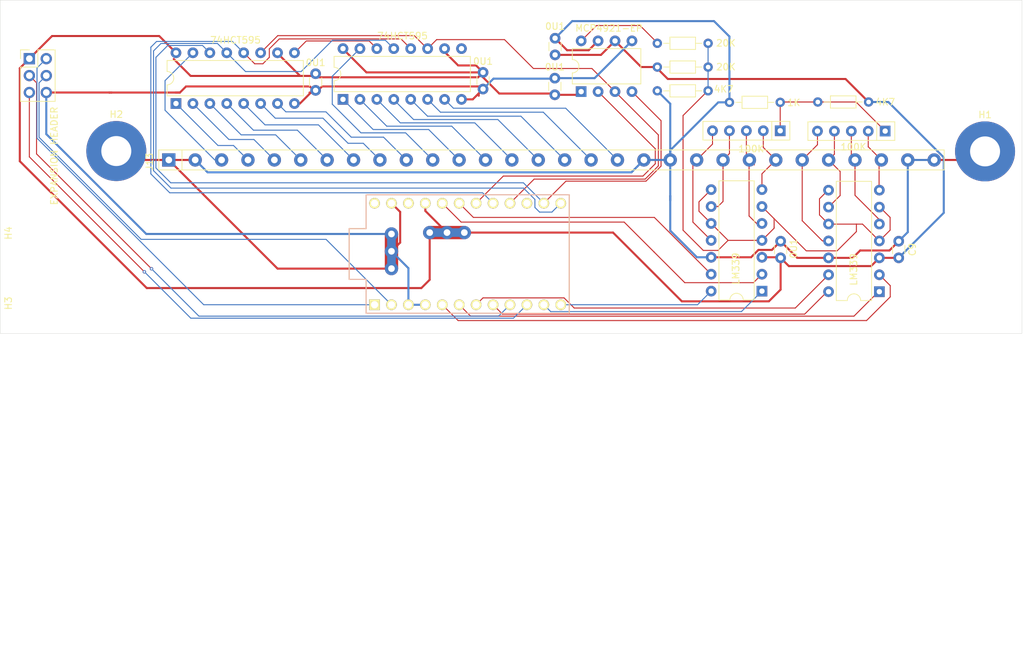
<source format=kicad_pcb>
(kicad_pcb (version 20200808) (host pcbnew "(5.99.0-2620-gc6e388db1)")

  (general
    (thickness 1.6)
    (drawings 3)
    (tracks 400)
    (modules 27)
    (nets 52)
  )

  (paper "A4" portrait)
  (title_block
    (title "TH-XWhatsIt Controller pcb and optional plugboards")
    (date "2020-01-31")
    (rev "0.0.3")
    (company "Rainy Day Plans")
    (comment 1 "if plugboards are not needed, delete them ")
    (comment 4 "Licenced under CERN OHL Version 1.2")
  )

  (layers
    (0 "F.Cu" signal)
    (31 "B.Cu" signal)
    (32 "B.Adhes" user)
    (33 "F.Adhes" user)
    (34 "B.Paste" user)
    (35 "F.Paste" user)
    (36 "B.SilkS" user)
    (37 "F.SilkS" user)
    (38 "B.Mask" user)
    (39 "F.Mask" user)
    (40 "Dwgs.User" user)
    (41 "Cmts.User" user)
    (42 "Eco1.User" user)
    (43 "Eco2.User" user)
    (44 "Edge.Cuts" user)
    (45 "Margin" user)
    (46 "B.CrtYd" user)
    (47 "F.CrtYd" user)
    (48 "B.Fab" user)
    (49 "F.Fab" user)
  )

  (setup
    (stackup
      (layer "F.SilkS" (type "Top Silk Screen"))
      (layer "F.Paste" (type "Top Solder Paste"))
      (layer "F.Mask" (type "Top Solder Mask") (color "Green") (thickness 0.01))
      (layer "F.Cu" (type "copper") (thickness 0.035))
      (layer "dielectric 1" (type "core") (thickness 1.51) (material "FR4") (epsilon_r 4.5) (loss_tangent 0.02))
      (layer "B.Cu" (type "copper") (thickness 0.035))
      (layer "B.Mask" (type "Bottom Solder Mask") (color "Green") (thickness 0.01))
      (layer "B.Paste" (type "Bottom Solder Paste"))
      (layer "B.SilkS" (type "Bottom Silk Screen"))
      (copper_finish "None")
      (dielectric_constraints no)
    )
    (pcbplotparams
      (layerselection 0x010f0_ffffffff)
      (usegerberextensions false)
      (usegerberattributes false)
      (usegerberadvancedattributes false)
      (creategerberjobfile true)
      (svguseinch false)
      (svgprecision 6)
      (excludeedgelayer false)
      (linewidth 0.100000)
      (plotframeref false)
      (viasonmask false)
      (mode 1)
      (useauxorigin true)
      (hpglpennumber 1)
      (hpglpenspeed 20)
      (hpglpendiameter 15.000000)
      (psnegative false)
      (psa4output false)
      (plotreference true)
      (plotvalue true)
      (plotinvisibletext false)
      (sketchpadsonfab false)
      (subtractmaskfromsilk false)
      (outputformat 1)
      (mirror false)
      (drillshape 0)
      (scaleselection 1)
      (outputdirectory "/home/master/Downloads/xwhatsit/")
    )
  )

  (net 0 "")
  (net 1 "Net-(R4-Pad2)")
  (net 2 "~SELECTDAC")
  (net 3 "~OE")
  (net 4 "VCC")
  (net 5 "SETPOINT")
  (net 6 "SERIALOUT1")
  (net 7 "SENSE8")
  (net 8 "SENSE7")
  (net 9 "SENSE6")
  (net 10 "SENSE5")
  (net 11 "SENSE4")
  (net 12 "SENSE3")
  (net 13 "SENSE2")
  (net 14 "SENSE1")
  (net 15 "ROW8")
  (net 16 "ROW7")
  (net 17 "ROW6")
  (net 18 "ROW5")
  (net 19 "ROW4")
  (net 20 "ROW3")
  (net 21 "ROW2")
  (net 22 "ROW1")
  (net 23 "MOSI")
  (net 24 "LOADCOL")
  (net 25 "HEADER4")
  (net 26 "HEADER3")
  (net 27 "HEADER2")
  (net 28 "HEADER1")
  (net 29 "GNDD")
  (net 30 "GNDA")
  (net 31 "GND")
  (net 32 "COL9")
  (net 33 "COL8")
  (net 34 "COL7")
  (net 35 "COL6")
  (net 36 "COL5")
  (net 37 "COL4")
  (net 38 "COL3")
  (net 39 "COL2")
  (net 40 "COL16")
  (net 41 "COL15")
  (net 42 "COL14")
  (net 43 "COL13")
  (net 44 "COL12")
  (net 45 "COL11")
  (net 46 "COL10")
  (net 47 "COL1")
  (net 48 "CLOCK")
  (net 49 "BIAS")
  (net 50 "+5VD")
  (net 51 "+5VA")

  (module "Package_DIP:DIP-16_W7.62mm" (layer "F.Cu") (tedit 5A02E8C5) (tstamp 00000000-0000-0000-0000-00005e326135)
    (at 90.605345 143.573752 90)
    (descr "16-lead though-hole mounted DIP package, row spacing 7.62 mm (300 mils)")
    (tags "THT DIP DIL PDIP 2.54mm 7.62mm 300mil")
    (path "/00000000-0000-0000-0000-00005e395d6d")
    (fp_text reference "U8" (at 3.81 -2.33 90) (layer "F.SilkS") hide
      (effects (font (size 1 1) (thickness 0.15)))
      (tstamp 5ba2a0f8-7424-420c-ae5c-405f0244ae59)
    )
    (fp_text value "74HCT595" (at 9.525008 8.929695 180) (layer "F.SilkS")
      (effects (font (size 1 1) (thickness 0.15)))
      (tstamp 572db93f-624e-4061-8ff3-ccfbb3eb51f0)
    )
    (fp_text user "${REFERENCE}" (at 3.81 8.89 180) (layer "F.Fab")
      (effects (font (size 1 1) (thickness 0.15)))
      (tstamp 24cbc7d9-c240-4df0-b10d-dfcda18bb083)
    )
    (fp_line (start 6.46 19.11) (end 6.46 -1.33) (layer "F.SilkS") (width 0.12) (tstamp 44b12697-7955-4bf1-a8b2-8394d88001fb))
    (fp_line (start 6.46 -1.33) (end 4.81 -1.33) (layer "F.SilkS") (width 0.12) (tstamp 7180aa2a-d583-4533-9d40-dfdfd165a511))
    (fp_line (start 1.16 19.11) (end 6.46 19.11) (layer "F.SilkS") (width 0.12) (tstamp 7b8fed5b-019b-459e-a125-ea3bd8aa5929))
    (fp_line (start 1.16 -1.33) (end 1.16 19.11) (layer "F.SilkS") (width 0.12) (tstamp 8fe34cb7-a0da-4fff-be26-8f2309b264bf))
    (fp_line (start 2.81 -1.33) (end 1.16 -1.33) (layer "F.SilkS") (width 0.12) (tstamp f6a0c140-fc00-4a91-bf2b-67b9c3234a34))
    (fp_arc (start 3.81 -1.33) (end 2.81 -1.33) (angle -180) (layer "F.SilkS") (width 0.12) (tstamp 2fde78b4-a295-4e5e-932c-4674be81d7d6))
    (fp_line (start 8.7 -1.55) (end -1.1 -1.55) (layer "F.CrtYd") (width 0.05) (tstamp 035c2388-c22e-46b8-a2a1-a97d7c232506))
    (fp_line (start -1.1 -1.55) (end -1.1 19.3) (layer "F.CrtYd") (width 0.05) (tstamp 4441322e-0688-4eba-aab0-95a945b48fa7))
    (fp_line (start -1.1 19.3) (end 8.7 19.3) (layer "F.CrtYd") (width 0.05) (tstamp 8bf71fdf-6cc7-44d7-99cb-04e04ce2b1b5))
    (fp_line (start 8.7 19.3) (end 8.7 -1.55) (layer "F.CrtYd") (width 0.05) (tstamp d5963de7-559f-476d-9d69-92df6a2a5ac8))
    (fp_line (start 6.985 -1.27) (end 6.985 19.05) (layer "F.Fab") (width 0.1) (tstamp 38cfb50f-fb07-45bd-b90c-aa2f81a6d176))
    (fp_line (start 1.635 -1.27) (end 6.985 -1.27) (layer "F.Fab") (width 0.1) (tstamp 8565f92c-76cd-4f25-b81c-e4467a140e1a))
    (fp_line (start 0.635 -0.27) (end 1.635 -1.27) (layer "F.Fab") (width 0.1) (tstamp a4cc729e-97a8-4606-8cb6-8e3358f87eb3))
    (fp_line (start 6.985 19.05) (end 0.635 19.05) (layer "F.Fab") (width 0.1) (tstamp b5af776d-5389-40ab-840b-2f6a023b8241))
    (fp_line (start 0.635 19.05) (end 0.635 -0.27) (layer "F.Fab") (width 0.1) (tstamp b929688f-9037-45b0-b081-3083eceab132))
    (pad "1" thru_hole rect (at 0 0 90) (size 1.6 1.6) (drill 0.8) (layers *.Cu *.Mask)
      (net 46 "COL10") (pinfunction "QB") (tstamp 20e96db3-e276-446c-b796-616bcfaa7b41))
    (pad "2" thru_hole oval (at 0 2.54 90) (size 1.6 1.6) (drill 0.8) (layers *.Cu *.Mask)
      (net 45 "COL11") (pinfunction "QC") (tstamp 8ca961a2-0fa5-4b4f-85d9-cd14b7b3b28d))
    (pad "3" thru_hole oval (at 0 5.08 90) (size 1.6 1.6) (drill 0.8) (layers *.Cu *.Mask)
      (net 44 "COL12") (pinfunction "QD") (tstamp 7e25208b-5baa-4f3b-96b8-bb1e8a776a06))
    (pad "4" thru_hole oval (at 0 7.62 90) (size 1.6 1.6) (drill 0.8) (layers *.Cu *.Mask)
      (net 43 "COL13") (pinfunction "QE") (tstamp d4c3f832-c1bf-46c1-83c7-7cff2bbce9aa))
    (pad "5" thru_hole oval (at 0 10.16 90) (size 1.6 1.6) (drill 0.8) (layers *.Cu *.Mask)
      (net 42 "COL14") (pinfunction "QF") (tstamp 892574eb-ce60-4418-805b-af8f71da1d34))
    (pad "6" thru_hole oval (at 0 12.7 90) (size 1.6 1.6) (drill 0.8) (layers *.Cu *.Mask)
      (net 41 "COL15") (pinfunction "QG") (tstamp ba8fe9e8-5da4-4927-bc37-ccc239ea59e1))
    (pad "7" thru_hole oval (at 0 15.24 90) (size 1.6 1.6) (drill 0.8) (layers *.Cu *.Mask)
      (net 40 "COL16") (pinfunction "QH") (tstamp d6511582-bbf5-4ca0-ae6f-5760436f6325))
    (pad "8" thru_hole oval (at 0 17.78 90) (size 1.6 1.6) (drill 0.8) (layers *.Cu *.Mask)
      (net 29 "GNDD") (pinfunction "GND") (tstamp d2b7f902-510c-4826-8d77-4b89be6f6b43))
    (pad "9" thru_hole oval (at 7.62 17.78 90) (size 1.6 1.6) (drill 0.8) (layers *.Cu *.Mask)
      (pinfunction "QH'") (tstamp 7b00656a-3a91-43c3-bec3-96b614d66ebd))
    (pad "10" thru_hole oval (at 7.62 15.24 90) (size 1.6 1.6) (drill 0.8) (layers *.Cu *.Mask)
      (net 50 "+5VD") (pinfunction "~SRCLR") (tstamp d8bdc522-1043-41d3-9e3b-798703686464))
    (pad "11" thru_hole oval (at 7.62 12.7 90) (size 1.6 1.6) (drill 0.8) (layers *.Cu *.Mask)
      (net 48 "CLOCK") (pinfunction "SRCLK") (tstamp b6389545-ce45-486f-b164-0cb760d71742))
    (pad "12" thru_hole oval (at 7.62 10.16 90) (size 1.6 1.6) (drill 0.8) (layers *.Cu *.Mask)
      (net 24 "LOADCOL") (pinfunction "RCLK") (tstamp 3f39020c-9e44-41d8-8d2e-fb5e48a85325))
    (pad "13" thru_hole oval (at 7.62 7.62 90) (size 1.6 1.6) (drill 0.8) (layers *.Cu *.Mask)
      (net 3 "~OE") (pinfunction "~OE") (tstamp 8a82dfa5-e579-4427-8ef2-f12587000d88))
    (pad "14" thru_hole oval (at 7.62 5.08 90) (size 1.6 1.6) (drill 0.8) (layers *.Cu *.Mask)
      (net 6 "SERIALOUT1") (pinfunction "SER") (tstamp 01605aef-deb5-4dad-9b2a-b50726fa2dc2))
    (pad "15" thru_hole oval (at 7.62 2.54 90) (size 1.6 1.6) (drill 0.8) (layers *.Cu *.Mask)
      (net 32 "COL9") (pinfunction "QA") (tstamp 663b11b7-57dd-4d1b-81c0-669a1564f5f7))
    (pad "16" thru_hole oval (at 7.62 0 90) (size 1.6 1.6) (drill 0.8) (layers *.Cu *.Mask)
      (net 50 "+5VD") (pinfunction "VCC") (tstamp b69bd170-55e9-4926-9ad5-08214c3b2f73))
    (model "${KISYS3DMOD}/Package_DIP.3dshapes/DIP-16_W7.62mm.wrl"
      (offset (xyz 0 0 0))
      (scale (xyz 1 1 1))
      (rotate (xyz 0 0 0))
    )
  )

  (module "TH-XWhatsIt:ProMicro" (layer "F.Cu") (tedit 5A06A962) (tstamp 00000000-0000-0000-0000-00005e329ea0)
    (at 109.312218 166.790593)
    (descr "Pro Micro footprint")
    (tags "promicro ProMicro")
    (path "/00000000-0000-0000-0000-00005e3248ff")
    (fp_text reference "U7" (at 0 -10.16) (layer "F.SilkS") hide
      (effects (font (size 1 1) (thickness 0.15)))
      (tstamp 7d25cf67-7fcc-48db-a0bf-0cd613d752f5)
    )
    (fp_text value "ProMicro" (at 0 10.16) (layer "F.Fab")
      (effects (font (size 1 1) (thickness 0.15)))
      (tstamp 672c4a5a-4657-45a4-a6ba-e0a38ac4fb98)
    )
    (fp_line (start -17.78 -3.81) (end -15.24 -3.81) (layer "B.SilkS") (width 0.15) (tstamp 0757184c-14e8-476d-9fe8-a0a9ceb5cebc))
    (fp_line (start -15.24 -3.81) (end -15.24 -8.89) (layer "B.SilkS") (width 0.15) (tstamp 0f68c9ff-2f9e-45ef-9276-e623f7024196))
    (fp_line (start -15.24 3.81) (end -17.78 3.81) (layer "B.SilkS") (width 0.15) (tstamp 234cda0d-0c0d-42ea-86a7-f355333c921f))
    (fp_line (start -15.24 8.89) (end -15.24 3.81) (layer "B.SilkS") (width 0.15) (tstamp 2d731bd8-779e-463e-a6a6-3d17f1c7af08))
    (fp_line (start -15.24 -8.89) (end 15.24 -8.89) (layer "B.SilkS") (width 0.15) (tstamp 3f30cd4c-73fb-4c68-ae1b-157af0696a2e))
    (fp_line (start 15.24 -8.89) (end 15.24 8.89) (layer "B.SilkS") (width 0.15) (tstamp 665a55b5-a6e9-47fc-a75a-876da16cf313))
    (fp_line (start 15.24 8.89) (end -15.24 8.89) (layer "B.SilkS") (width 0.15) (tstamp 680c10cf-8e22-4f30-b3f7-fa8e7aaa9659))
    (fp_line (start -17.78 3.81) (end -17.78 -3.81) (layer "B.SilkS") (width 0.15) (tstamp b6ce1451-eecf-4902-abc6-78d436fec732))
    (fp_line (start -15.24 -8.89) (end 15.24 -8.89) (layer "F.SilkS") (width 0.15) (tstamp 0f3d7010-8c1f-4bda-ab0b-11586c675a8e))
    (fp_line (start 15.24 -8.89) (end 15.24 8.89) (layer "F.SilkS") (width 0.15) (tstamp 36368095-431f-4957-8135-3e280ab79b04))
    (fp_line (start -15.24 3.81) (end -17.78 3.81) (layer "F.SilkS") (width 0.15) (tstamp 6c865120-f9fc-4053-937a-34348957182e))
    (fp_line (start -15.24 8.89) (end 15.24 8.89) (layer "F.SilkS") (width 0.15) (tstamp 864b924b-c534-45d4-a749-ac0600723b1e))
    (fp_line (start -17.78 -3.81) (end -15.24 -3.81) (layer "F.SilkS") (width 0.15) (tstamp bacd0acd-ec8b-4ea0-8629-e4efae794d61))
    (fp_line (start -15.24 8.89) (end -15.24 3.81) (layer "F.SilkS") (width 0.15) (tstamp c56149a8-fbfa-4b43-973f-5b5e4fd94f74))
    (fp_line (start -15.24 -3.81) (end -15.24 -8.89) (layer "F.SilkS") (width 0.15) (tstamp d9101af7-ecff-4005-8d29-58a627c0d74f))
    (fp_line (start -17.78 3.81) (end -17.78 -3.81) (layer "F.SilkS") (width 0.15) (tstamp f7b982bb-2a74-40d3-a4fe-85d22458867d))
    (pad "1" thru_hole rect (at -13.97 7.62) (size 1.6 1.6) (drill 1.1) (layers *.Cu *.Mask "F.SilkS")
      (net 26 "HEADER3") (pinfunction "TX") (tstamp 254d499e-c9c0-4352-8081-aa29355dc295))
    (pad "2" thru_hole circle (at -11.43 7.62) (size 1.6 1.6) (drill 1.1) (layers *.Cu *.Mask "F.SilkS")
      (net 25 "HEADER4") (pinfunction "RX") (tstamp 320f7acb-86aa-4aa9-b090-bd2dae15753d))
    (pad "3" thru_hole circle (at -8.89 7.62) (size 1.6 1.6) (drill 1.1) (layers *.Cu *.Mask "F.SilkS")
      (net 31 "GND") (pinfunction "GND") (tstamp 08b4ae99-ed71-477a-a7d7-98de4eef31c2))
    (pad "4" thru_hole circle (at -6.35 7.62) (size 1.6 1.6) (drill 1.1) (layers *.Cu *.Mask "F.SilkS")
      (net 31 "GND") (pinfunction "GND") (tstamp 60cb711e-6cc0-4331-9398-3cf274cb4f91))
    (pad "5" thru_hole circle (at -3.81 7.62) (size 1.6 1.6) (drill 1.1) (layers *.Cu *.Mask "F.SilkS")
      (net 21 "ROW2") (pinfunction "SCL") (tstamp b7dc4ff8-e8dc-4c20-95d9-bee5879c9df5))
    (pad "6" thru_hole circle (at -1.27 7.62) (size 1.6 1.6) (drill 1.1) (layers *.Cu *.Mask "F.SilkS")
      (net 22 "ROW1") (pinfunction "SDA") (tstamp 0cf8ece8-e713-4112-823f-3438f3818964))
    (pad "7" thru_hole circle (at 1.27 7.62) (size 1.6 1.6) (drill 1.1) (layers *.Cu *.Mask "F.SilkS")
      (net 19 "ROW4") (pinfunction "D4") (tstamp d379bcee-e20d-4597-b069-8cb4b5cfce31))
    (pad "8" thru_hole circle (at 3.81 7.62) (size 1.6 1.6) (drill 1.1) (layers *.Cu *.Mask "F.SilkS")
      (net 20 "ROW3") (pinfunction "C6") (tstamp 72bd9a92-5b52-4747-9ef7-bc53ffe65302))
    (pad "9" thru_hole circle (at 6.35 7.62) (size 1.6 1.6) (drill 1.1) (layers *.Cu *.Mask "F.SilkS")
      (net 28 "HEADER1") (pinfunction "D7") (tstamp 6991157a-b0cc-4d72-b478-20666885d5de))
    (pad "10" thru_hole circle (at 8.89 7.62) (size 1.6 1.6) (drill 1.1) (layers *.Cu *.Mask "F.SilkS")
      (net 27 "HEADER2") (pinfunction "E6") (tstamp fb45e0aa-e9a2-4617-884b-05560d71060c))
    (pad "11" thru_hole circle (at 11.43 7.62) (size 1.6 1.6) (drill 1.1) (layers *.Cu *.Mask "F.SilkS")
      (net 18 "ROW5") (pinfunction "B4") (tstamp 1b738cd0-9518-4e78-b482-e383c1e524a8))
    (pad "12" thru_hole circle (at 13.97 7.62) (size 1.6 1.6) (drill 1.1) (layers *.Cu *.Mask "F.SilkS")
      (net 17 "ROW6") (pinfunction "B5") (tstamp bb5a2324-cf4a-474b-8a57-b879edb49067))
    (pad "13" thru_hole circle (at 13.97 -7.62) (size 1.6 1.6) (drill 1.1) (layers *.Cu *.Mask "F.SilkS")
      (net 3 "~OE") (pinfunction "B6") (tstamp 82a224b2-7754-4241-a9d8-9e87a3bac231))
    (pad "14" thru_hole circle (at 11.43 -7.62) (size 1.6 1.6) (drill 1.1) (layers *.Cu *.Mask "F.SilkS")
      (net 23 "MOSI") (pinfunction "B2") (tstamp b8b114c8-858c-4998-abff-e33f02331b9c))
    (pad "15" thru_hole circle (at 8.89 -7.62) (size 1.6 1.6) (drill 1.1) (layers *.Cu *.Mask "F.SilkS")
      (pinfunction "B3") (tstamp b647cce8-d609-4c83-a30d-680ff7ff046c))
    (pad "16" thru_hole circle (at 6.35 -7.62) (size 1.6 1.6) (drill 1.1) (layers *.Cu *.Mask "F.SilkS")
      (net 48 "CLOCK") (pinfunction "B1") (tstamp b10abf37-df27-4a78-b439-3fcc1c8c4455))
    (pad "17" thru_hole circle (at 3.81 -7.62) (size 1.6 1.6) (drill 1.1) (layers *.Cu *.Mask "F.SilkS")
      (net 24 "LOADCOL") (pinfunction "F7") (tstamp b0fdff6a-f5c5-4496-8ffe-37a77e3cdfa9))
    (pad "18" thru_hole circle (at 1.27 -7.62) (size 1.6 1.6) (drill 1.1) (layers *.Cu *.Mask "F.SilkS")
      (net 2 "~SELECTDAC") (pinfunction "F6") (tstamp 371f9654-e312-45ed-829d-a32c9b09538a))
    (pad "19" thru_hole circle (at -1.27 -7.62) (size 1.6 1.6) (drill 1.1) (layers *.Cu *.Mask "F.SilkS")
      (net 15 "ROW8") (pinfunction "F5") (tstamp 950dcef0-6ac4-4e18-95a8-9cb7de65f34f))
    (pad "20" thru_hole circle (at -3.81 -7.62) (size 1.6 1.6) (drill 1.1) (layers *.Cu *.Mask "F.SilkS")
      (net 16 "ROW7") (pinfunction "F4") (tstamp dc9b4116-7996-489f-ae92-2310044143db))
    (pad "21" thru_hole circle (at -6.35 -7.62) (size 1.6 1.6) (drill 1.1) (layers *.Cu *.Mask "F.SilkS")
      (net 4 "VCC") (pinfunction "VCC") (tstamp 2066b3c3-fb34-4b90-93cb-48a191578571))
    (pad "22" thru_hole circle (at -8.89 -7.62) (size 1.6 1.6) (drill 1.1) (layers *.Cu *.Mask "F.SilkS")
      (pinfunction "RST") (tstamp 1121b216-824b-4599-bc47-f1bd0340a0d7))
    (pad "23" thru_hole circle (at -11.43 -7.62) (size 1.6 1.6) (drill 1.1) (layers *.Cu *.Mask "F.SilkS")
      (net 31 "GND") (pinfunction "GND") (tstamp 31de112c-8078-4b18-80f3-06a5714f2cfc))
    (pad "24" thru_hole circle (at -13.97 -7.62) (size 1.6 1.6) (drill 1.1) (layers *.Cu *.Mask "F.SilkS")
      (pinfunction "RAW") (tstamp 778e6841-05e9-435e-ac51-eb0e2f4a6d19))
  )

  (module "Resistor_THT:R_Axial_DIN0204_L3.6mm_D1.6mm_P7.62mm_Horizontal" (layer "F.Cu") (tedit 5AE5139B) (tstamp 00000000-0000-0000-0000-00005e329f51)
    (at 145.3896 138.7221 180)
    (descr "Resistor, Axial_DIN0204 series, Axial, Horizontal, pin pitch=7.62mm, 0.167W, length*diameter=3.6*1.6mm^2, http://cdn-reichelt.de/documents/datenblatt/B400/1_4W%23YAG.pdf")
    (tags "Resistor Axial_DIN0204 series Axial Horizontal pin pitch 7.62mm 0.167W length 3.6mm diameter 1.6mm")
    (path "/00000000-0000-0000-0000-00005e365666")
    (fp_text reference "R3" (at 3.81 -1.92 180) (layer "F.Fab")
      (effects (font (size 1 1) (thickness 0.15)))
      (tstamp 52258219-dbd5-433b-b63d-9d4ac580ea63)
    )
    (fp_text value "20K" (at -2.667 0.0127 180) (layer "F.SilkS")
      (effects (font (size 1 1) (thickness 0.15)))
      (tstamp 7bc9778d-5e48-4ed6-bb81-1626287dc21c)
    )
    (fp_text user "${REFERENCE}" (at 3.81 0 180) (layer "F.Fab")
      (effects (font (size 0.72 0.72) (thickness 0.108)))
      (tstamp 1dafd256-5346-4416-bebf-b9faec3f313b)
    )
    (fp_line (start 5.73 0.92) (end 5.73 -0.92) (layer "F.SilkS") (width 0.12) (tstamp 13c34af2-8a18-43a5-b8df-3c9447c73ced))
    (fp_line (start 0.94 0) (end 1.89 0) (layer "F.SilkS") (width 0.12) (tstamp 4ad41461-1bf9-4e07-86aa-2c0acdc421f6))
    (fp_line (start 1.89 -0.92) (end 1.89 0.92) (layer "F.SilkS") (width 0.12) (tstamp 8925204a-a3aa-428d-b10c-d34e767b30b2))
    (fp_line (start 6.68 0) (end 5.73 0) (layer "F.SilkS") (width 0.12) (tstamp b0ac970b-0bf7-4a7c-b3e4-42c21594b089))
    (fp_line (start 5.73 -0.92) (end 1.89 -0.92) (layer "F.SilkS") (width 0.12) (tstamp b17de3e8-5082-4342-a564-5bc96d0e2790))
    (fp_line (start 1.89 0.92) (end 5.73 0.92) (layer "F.SilkS") (width 0.12) (tstamp cd284a8b-e162-4b38-a877-ae060dffdea2))
    (fp_line (start 8.57 -1.05) (end -0.95 -1.05) (layer "F.CrtYd") (width 0.05) (tstamp 4ee10c8e-0279-4d86-a0cb-ae5e09eb77a6))
    (fp_line (start -0.95 1.05) (end 8.57 1.05) (layer "F.CrtYd") (width 0.05) (tstamp 78486047-278b-4f71-9fd0-13e0ffa5868b))
    (fp_line (start 8.57 1.05) (end 8.57 -1.05) (layer "F.CrtYd") (width 0.05) (tstamp 93baa3d6-8221-44af-b0c0-f7b672d8b218))
    (fp_line (start -0.95 -1.05) (end -0.95 1.05) (layer "F.CrtYd") (width 0.05) (tstamp 965d24ed-499c-4678-adc1-3f21769729a1))
    (fp_line (start 0 0) (end 2.01 0) (layer "F.Fab") (width 0.1) (tstamp 3c74a7d4-699f-4048-af7b-7c10b72bc0c6))
    (fp_line (start 5.61 0.8) (end 5.61 -0.8) (layer "F.Fab") (width 0.1) (tstamp 76e4f52d-79a6-45ac-8cc9-f8d124297a9f))
    (fp_line (start 7.62 0) (end 5.61 0) (layer "F.Fab") (width 0.1) (tstamp 7c9fffba-6355-4469-86df-58345e133d3d))
    (fp_line (start 5.61 -0.8) (end 2.01 -0.8) (layer "F.Fab") (width 0.1) (tstamp b5aba628-ddc8-4876-9516-4c5cc0481e67))
    (fp_line (start 2.01 0.8) (end 5.61 0.8) (layer "F.Fab") (width 0.1) (tstamp d664fc57-7af0-4250-b352-2e223a904b3a))
    (fp_line (start 2.01 -0.8) (end 2.01 0.8) (layer "F.Fab") (width 0.1) (tstamp ebf29dad-8bf0-4a27-b0f0-2239248c5575))
    (pad "1" thru_hole circle (at 0 0 180) (size 1.4 1.4) (drill 0.7) (layers *.Cu *.Mask)
      (net 5 "SETPOINT") (tstamp fe4ef1f8-488e-4f2e-a8a2-3ec7eba1a3fe))
    (pad "2" thru_hole oval (at 7.62 0 180) (size 1.4 1.4) (drill 0.7) (layers *.Cu *.Mask)
      (net 51 "+5VA") (tstamp b546ad51-37f5-40e3-8175-352048090959))
    (model "${KISYS3DMOD}/Resistor_THT.3dshapes/R_Axial_DIN0204_L3.6mm_D1.6mm_P7.62mm_Horizontal.wrl"
      (offset (xyz 0 0 0))
      (scale (xyz 1 1 1))
      (rotate (xyz 0 0 0))
    )
  )

  (module "Package_DIP:DIP-14_W7.62mm" (layer "F.Cu") (tedit 5A02E8C5) (tstamp 00000000-0000-0000-0000-00005e349248)
    (at 153.4668 172.363852 180)
    (descr "14-lead though-hole mounted DIP package, row spacing 7.62 mm (300 mils)")
    (tags "THT DIP DIL PDIP 2.54mm 7.62mm 300mil")
    (path "/00000000-0000-0000-0000-00005e31b184")
    (fp_text reference "U6" (at 3.81 -2.33) (layer "F.SilkS") hide
      (effects (font (size 1 1) (thickness 0.15)))
      (tstamp 7e5ac8e9-9836-4ed9-b577-54be21c0dac0)
    )
    (fp_text value "LM339" (at 3.908223 3.361532 270) (layer "F.SilkS")
      (effects (font (size 1 1) (thickness 0.15)))
      (tstamp 6c659027-cc73-4cca-90c4-5bfd5809da66)
    )
    (fp_text user "${REFERENCE}" (at 3.81 7.62 270) (layer "F.Fab")
      (effects (font (size 1 1) (thickness 0.15)))
      (tstamp c2a078fb-87dd-4b5e-b1e4-c144ec0ac3b2)
    )
    (fp_line (start 1.16 16.57) (end 6.46 16.57) (layer "F.SilkS") (width 0.12) (tstamp 0e7df6e3-5a58-4f24-ab12-bd26cc571672))
    (fp_line (start 6.46 16.57) (end 6.46 -1.33) (layer "F.SilkS") (width 0.12) (tstamp 47f938ab-58d8-4cc0-97f4-9ae445d9e0a0))
    (fp_line (start 1.16 -1.33) (end 1.16 16.57) (layer "F.SilkS") (width 0.12) (tstamp 55bddffd-346b-40ea-80e7-e7036c7631a5))
    (fp_line (start 6.46 -1.33) (end 4.81 -1.33) (layer "F.SilkS") (width 0.12) (tstamp 866c5b22-72d1-4540-9256-283607e336ae))
    (fp_line (start 2.81 -1.33) (end 1.16 -1.33) (layer "F.SilkS") (width 0.12) (tstamp 93b566a0-3453-4762-bad6-4e3349166a88))
    (fp_arc (start 3.81 -1.33) (end 2.81 -1.33) (angle -180) (layer "F.SilkS") (width 0.12) (tstamp 23e6dae8-b621-4435-b6ed-5b6c4e76fdec))
    (fp_line (start -1.1 -1.55) (end -1.1 16.8) (layer "F.CrtYd") (width 0.05) (tstamp 9c6f50e6-3a3b-49dc-b46d-8830a14e0e71))
    (fp_line (start -1.1 16.8) (end 8.7 16.8) (layer "F.CrtYd") (width 0.05) (tstamp c1f42d89-e475-484d-b95b-ccdfa4abd904))
    (fp_line (start 8.7 -1.55) (end -1.1 -1.55) (layer "F.CrtYd") (width 0.05) (tstamp f78fb348-d9ee-47d0-9fc6-d9c48077f12f))
    (fp_line (start 8.7 16.8) (end 8.7 -1.55) (layer "F.CrtYd") (width 0.05) (tstamp ff506e19-9ee5-40ec-afa9-4bc198607853))
    (fp_line (start 6.985 -1.27) (end 6.985 16.51) (layer "F.Fab") (width 0.1) (tstamp 1344d7b8-6865-42f0-aea3-08c4a10d8402))
    (fp_line (start 0.635 16.51) (end 0.635 -0.27) (layer "F.Fab") (width 0.1) (tstamp 34c6cea4-bdda-46a2-9b41-987b45385c9b))
    (fp_line (start 6.985 16.51) (end 0.635 16.51) (layer "F.Fab") (width 0.1) (tstamp 6313fb8c-5568-45e7-9df8-45160548dd7f))
    (fp_line (start 1.635 -1.27) (end 6.985 -1.27) (layer "F.Fab") (width 0.1) (tstamp 7376d8cf-b515-4e8f-85c8-623979817fae))
    (fp_line (start 0.635 -0.27) (end 1.635 -1.27) (layer "F.Fab") (width 0.1) (tstamp 83401682-7ec9-4f7c-9b8d-44c8422db9fa))
    (pad "1" thru_hole rect (at 0 0 180) (size 1.6 1.6) (drill 0.8) (layers *.Cu *.Mask)
      (net 18 "ROW5") (tstamp c836bdad-f0e6-4c89-be70-48b8980a7276))
    (pad "2" thru_hole oval (at 0 2.54 180) (size 1.6 1.6) (drill 0.8) (layers *.Cu *.Mask)
      (net 16 "ROW7") (tstamp 0dacb0ed-6eaf-4c0c-8e92-45b40c4de8e2))
    (pad "3" thru_hole oval (at 0 5.08 180) (size 1.6 1.6) (drill 0.8) (layers *.Cu *.Mask)
      (net 51 "+5VA") (pinfunction "V+") (tstamp 46a7007d-b2e0-4450-ab69-a082d800796e))
    (pad "4" thru_hole oval (at 0 7.62 180) (size 1.6 1.6) (drill 0.8) (layers *.Cu *.Mask)
      (net 5 "SETPOINT") (pinfunction "-") (tstamp 54800b67-c20c-4fa3-b27d-1db00c9c7576))
    (pad "5" thru_hole oval (at 0 10.16 180) (size 1.6 1.6) (drill 0.8) (layers *.Cu *.Mask)
      (net 8 "SENSE7") (pinfunction "+") (tstamp ede791e1-7cdb-4346-8bce-b26c0eef6e81))
    (pad "6" thru_hole oval (at 0 12.7 180) (size 1.6 1.6) (drill 0.8) (layers *.Cu *.Mask)
      (net 5 "SETPOINT") (pinfunction "-") (tstamp 3364717a-071b-4457-a57c-60fedd050417))
    (pad "7" thru_hole oval (at 0 15.24 180) (size 1.6 1.6) (drill 0.8) (layers *.Cu *.Mask)
      (net 10 "SENSE5") (pinfunction "+") (tstamp 9c62daee-96fc-4a84-b712-2ebee555af7f))
    (pad "8" thru_hole oval (at 7.62 15.24 180) (size 1.6 1.6) (drill 0.8) (layers *.Cu *.Mask)
      (net 5 "SETPOINT") (pinfunction "-") (tstamp 655c22ce-584f-4cea-b28f-4e0724c47ba4))
    (pad "9" thru_hole oval (at 7.62 12.7 180) (size 1.6 1.6) (drill 0.8) (layers *.Cu *.Mask)
      (net 9 "SENSE6") (pinfunction "+") (tstamp 247fc3b9-5260-45bb-8c82-d1871867013a))
    (pad "10" thru_hole oval (at 7.62 10.16 180) (size 1.6 1.6) (drill 0.8) (layers *.Cu *.Mask)
      (net 5 "SETPOINT") (pinfunction "-") (tstamp 3da88709-b516-45a7-889d-025c8daf2d2e))
    (pad "11" thru_hole oval (at 7.62 7.62 180) (size 1.6 1.6) (drill 0.8) (layers *.Cu *.Mask)
      (net 7 "SENSE8") (pinfunction "+") (tstamp 6481b2ff-a161-424f-a6b6-51aee390b0b8))
    (pad "12" thru_hole oval (at 7.62 5.08 180) (size 1.6 1.6) (drill 0.8) (layers *.Cu *.Mask)
      (net 30 "GNDA") (pinfunction "V-") (tstamp 89c66298-b419-40e4-9274-b5d12fb566fd))
    (pad "13" thru_hole oval (at 7.62 2.54 180) (size 1.6 1.6) (drill 0.8) (layers *.Cu *.Mask)
      (net 15 "ROW8") (tstamp 9e8b2723-2135-49b6-8f4a-2f8a2a0c2a72))
    (pad "14" thru_hole oval (at 7.62 0 180) (size 1.6 1.6) (drill 0.8) (layers *.Cu *.Mask)
      (net 17 "ROW6") (tstamp 69cacd1a-2738-49a8-9830-d2179b05cc88))
    (model "${KISYS3DMOD}/Package_DIP.3dshapes/DIP-14_W7.62mm.wrl"
      (offset (xyz 0 0 0))
      (scale (xyz 1 1 1))
      (rotate (xyz 0 0 0))
    )
  )

  (module "Package_DIP:DIP-8_W7.62mm" (layer "F.Cu") (tedit 5A02E8C5) (tstamp 00000000-0000-0000-0000-00005e349be7)
    (at 126.342622 142.408158 90)
    (descr "8-lead though-hole mounted DIP package, row spacing 7.62 mm (300 mils)")
    (tags "THT DIP DIL PDIP 2.54mm 7.62mm 300mil")
    (path "/00000000-0000-0000-0000-00005e6b97e9")
    (fp_text reference "U2" (at 3.81 -2.33 90) (layer "F.SilkS") hide
      (effects (font (size 1 1) (thickness 0.15)))
      (tstamp 105585fb-aa74-47c9-add6-d270e8b736ac)
    )
    (fp_text value "MCP4921-EP" (at 9.525008 4.167191 180) (layer "F.SilkS")
      (effects (font (size 1 1) (thickness 0.15)))
      (tstamp 1d03acbc-921b-49a5-95a6-a5a1718cb4e3)
    )
    (fp_text user "${REFERENCE}" (at 3.81 3.81 180) (layer "F.Fab")
      (effects (font (size 1 1) (thickness 0.15)))
      (tstamp 91d626d9-a6f5-42c5-a806-9fe41c53a6ea)
    )
    (fp_line (start 1.16 8.95) (end 6.46 8.95) (layer "F.SilkS") (width 0.12) (tstamp 059fe9b8-dad7-45e0-b561-1d692c7f5ad0))
    (fp_line (start 6.46 -1.33) (end 4.81 -1.33) (layer "F.SilkS") (width 0.12) (tstamp 23b907a7-5216-40a5-b3a0-b2515d1c9ab9))
    (fp_line (start 1.16 -1.33) (end 1.16 8.95) (layer "F.SilkS") (width 0.12) (tstamp 5cd0dc78-438c-4130-8a82-4d043f99a304))
    (fp_line (start 2.81 -1.33) (end 1.16 -1.33) (layer "F.SilkS") (width 0.12) (tstamp a1421430-e0cf-419a-aa8e-6d93b437606f))
    (fp_line (start 6.46 8.95) (end 6.46 -1.33) (layer "F.SilkS") (width 0.12) (tstamp b871d864-b2d9-4df1-9dbd-9bb39ae312ab))
    (fp_arc (start 3.81 -1.33) (end 2.81 -1.33) (angle -180) (layer "F.SilkS") (width 0.12) (tstamp 821cd0fd-5e6e-4004-b05e-458345eff014))
    (fp_line (start 8.7 -1.55) (end -1.1 -1.55) (layer "F.CrtYd") (width 0.05) (tstamp 0cb93321-dcc7-47ec-aac3-e8e22e8180d0))
    (fp_line (start -1.1 -1.55) (end -1.1 9.15) (layer "F.CrtYd") (width 0.05) (tstamp 2b97a4c1-522a-49b1-99d8-0375c64a2c4c))
    (fp_line (start -1.1 9.15) (end 8.7 9.15) (layer "F.CrtYd") (width 0.05) (tstamp 8911febf-7838-4b0f-a7dc-57d20fb593c8))
    (fp_line (start 8.7 9.15) (end 8.7 -1.55) (layer "F.CrtYd") (width 0.05) (tstamp a64d105a-90c9-405c-8ec2-5fcace584f39))
    (fp_line (start 6.985 -1.27) (end 6.985 8.89) (layer "F.Fab") (width 0.1) (tstamp 0edc19fb-16a8-4105-ab3d-5ee4212dd0fe))
    (fp_line (start 0.635 8.89) (end 0.635 -0.27) (layer "F.Fab") (width 0.1) (tstamp 3afb82d8-f114-419a-b211-4b646865ca62))
    (fp_line (start 6.985 8.89) (end 0.635 8.89) (layer "F.Fab") (width 0.1) (tstamp b7614d96-c3e8-4106-8e87-2f8735b4d1c1))
    (fp_line (start 1.635 -1.27) (end 6.985 -1.27) (layer "F.Fab") (width 0.1) (tstamp e3bb5697-4d0e-4af1-bf9a-ec7e58c23176))
    (fp_line (start 0.635 -0.27) (end 1.635 -1.27) (layer "F.Fab") (width 0.1) (tstamp ee289a17-ce79-4eb7-9bbc-d1f840a067d0))
    (pad "1" thru_hole rect (at 0 0 90) (size 1.6 1.6) (drill 0.8) (layers *.Cu *.Mask)
      (net 50 "+5VD") (pinfunction "VDD") (tstamp 3fc7f0ae-209d-4a3e-a411-b5b711249523))
    (pad "2" thru_hole oval (at 0 2.54 90) (size 1.6 1.6) (drill 0.8) (layers *.Cu *.Mask)
      (net 2 "~SELECTDAC") (pinfunction "~CS~") (tstamp 36244bfb-0c48-419f-b125-3fba0f625722))
    (pad "3" thru_hole oval (at 0 5.08 90) (size 1.6 1.6) (drill 0.8) (layers *.Cu *.Mask)
      (net 48 "CLOCK") (pinfunction "SCK") (tstamp 46ae011f-d741-4c62-ac99-3a1c9c3534ff))
    (pad "4" thru_hole oval (at 0 7.62 90) (size 1.6 1.6) (drill 0.8) (layers *.Cu *.Mask)
      (net 23 "MOSI") (pinfunction "SDI") (tstamp 953323f9-0305-420f-811d-fe83a0551d7e))
    (pad "5" thru_hole oval (at 7.62 7.62 90) (size 1.6 1.6) (drill 0.8) (layers *.Cu *.Mask)
      (net 29 "GNDD") (pinfunction "~LDAC~") (tstamp 4887582a-5cc0-4ccd-91a1-a9347885e8db))
    (pad "6" thru_hole oval (at 7.62 5.08 90) (size 1.6 1.6) (drill 0.8) (layers *.Cu *.Mask)
      (net 51 "+5VA") (pinfunction "VrefA") (tstamp 1fd31bac-17ac-435b-a8d4-f174ba45f9f1))
    (pad "7" thru_hole oval (at 7.62 2.54 90) (size 1.6 1.6) (drill 0.8) (layers *.Cu *.Mask)
      (net 30 "GNDA") (pinfunction "AVSS") (tstamp 740eeb8f-50f5-4e66-bfd0-0b5975e24d28))
    (pad "8" thru_hole oval (at 7.62 0 90) (size 1.6 1.6) (drill 0.8) (layers *.Cu *.Mask)
      (net 1 "Net-(R4-Pad2)") (pinfunction "VoutA") (tstamp 08762369-cbcb-4486-b67a-f70a2ad87b33))
    (model "${KISYS3DMOD}/Package_DIP.3dshapes/DIP-8_W7.62mm.wrl"
      (offset (xyz 0 0 0))
      (scale (xyz 1 1 1))
      (rotate (xyz 0 0 0))
    )
  )

  (module "Capacitor_THT:C_Disc_D3.0mm_W1.6mm_P2.50mm" (layer "F.Cu") (tedit 5AE50EF0) (tstamp 00000000-0000-0000-0000-00005e359071)
    (at 122.425942 134.391918 -90)
    (descr "C, Disc series, Radial, pin pitch=2.50mm, , diameter*width=3.0*1.6mm^2, Capacitor, http://www.vishay.com/docs/45233/krseries.pdf")
    (tags "C Disc series Radial pin pitch 2.50mm  diameter 3.0mm width 1.6mm Capacitor")
    (path "/00000000-0000-0000-0000-00005e3583b5")
    (fp_text reference "C4" (at 1.25 1.785939 90) (layer "F.SilkS") hide
      (effects (font (size 1 1) (thickness 0.15)))
      (tstamp db5ca4a0-33db-401e-a42c-882e75e8392a)
    )
    (fp_text value "0U1" (at -1.785939 0 180) (layer "F.SilkS")
      (effects (font (size 1 1) (thickness 0.15)))
      (tstamp cf471319-52d8-41ea-88d5-963bbd8de63d)
    )
    (fp_text user "${REFERENCE}" (at 1.25 0 180) (layer "F.Fab")
      (effects (font (size 0.6 0.6) (thickness 0.09)))
      (tstamp 4ab5b5e0-a31d-4661-97de-6716639c5df4)
    )
    (fp_line (start 0.621 -0.92) (end 1.879 -0.92) (layer "F.SilkS") (width 0.12) (tstamp 107052d0-bf2f-4b84-b039-0bed74c1d10d))
    (fp_line (start 0.621 0.92) (end 1.879 0.92) (layer "F.SilkS") (width 0.12) (tstamp 3721ec15-f74e-4a13-9e08-df814a5ac889))
    (fp_line (start 3.55 -1.05) (end -1.05 -1.05) (layer "F.CrtYd") (width 0.05) (tstamp 60a034bd-bbf6-41f0-be33-31fc1f6fc4b6))
    (fp_line (start 3.55 1.05) (end 3.55 -1.05) (layer "F.CrtYd") (width 0.05) (tstamp 92b98045-583c-4cc7-af4d-ea2391b2efa0))
    (fp_line (start -1.05 -1.05) (end -1.05 1.05) (layer "F.CrtYd") (width 0.05) (tstamp 95df3af9-764a-434d-9d3d-0c9a03879b3e))
    (fp_line (start -1.05 1.05) (end 3.55 1.05) (layer "F.CrtYd") (width 0.05) (tstamp e07b1bfa-5fd0-429b-9fce-ee19b24e528f))
    (fp_line (start 2.75 -0.8) (end -0.25 -0.8) (layer "F.Fab") (width 0.1) (tstamp 57bc8476-988d-40a1-b28a-45580d051036))
    (fp_line (start -0.25 -0.8) (end -0.25 0.8) (layer "F.Fab") (width 0.1) (tstamp 9755c728-356d-492a-9d97-fe01111e512b))
    (fp_line (start -0.25 0.8) (end 2.75 0.8) (layer "F.Fab") (width 0.1) (tstamp 975b6b0c-9260-4cdd-b4f1-3858cfa0ee2f))
    (fp_line (start 2.75 0.8) (end 2.75 -0.8) (layer "F.Fab") (width 0.1) (tstamp c40b0b1e-4b2b-4d82-93e8-f92c7d96b948))
    (pad "1" thru_hole circle (at 0 0 270) (size 1.6 1.6) (drill 0.8) (layers *.Cu *.Mask)
      (net 30 "GNDA") (tstamp 5a46308e-7fa6-4650-a38c-c2e8911d47f7))
    (pad "2" thru_hole circle (at 2.5 0 270) (size 1.6 1.6) (drill 0.8) (layers *.Cu *.Mask)
      (net 51 "+5VA") (tstamp 5359c039-f528-486b-8937-2fb1425a3e4c))
    (model "${KISYS3DMOD}/Capacitor_THT.3dshapes/C_Disc_D3.0mm_W1.6mm_P2.50mm.wrl"
      (offset (xyz 0 0 0))
      (scale (xyz 1 1 1))
      (rotate (xyz 0 0 0))
    )
  )

  (module "Resistor_THT:R_Axial_DIN0204_L3.6mm_D1.6mm_P7.62mm_Horizontal" (layer "F.Cu") (tedit 5AE5139B) (tstamp 00000000-0000-0000-0000-00005e35f0bb)
    (at 145.3896 135.1534 180)
    (descr "Resistor, Axial_DIN0204 series, Axial, Horizontal, pin pitch=7.62mm, 0.167W, length*diameter=3.6*1.6mm^2, http://cdn-reichelt.de/documents/datenblatt/B400/1_4W%23YAG.pdf")
    (tags "Resistor Axial_DIN0204 series Axial Horizontal pin pitch 7.62mm 0.167W length 3.6mm diameter 1.6mm")
    (path "/00000000-0000-0000-0000-00005e362740")
    (fp_text reference "R4" (at 3.81 -1.92 180) (layer "F.Fab")
      (effects (font (size 1 1) (thickness 0.15)))
      (tstamp 52258219-dbd5-433b-b63d-9d4ac580ea63)
    )
    (fp_text value "20K" (at -2.667 0.0254 180) (layer "F.SilkS")
      (effects (font (size 1 1) (thickness 0.15)))
      (tstamp 7bc9778d-5e48-4ed6-bb81-1626287dc21c)
    )
    (fp_text user "${REFERENCE}" (at 3.81 0 180) (layer "F.Fab")
      (effects (font (size 0.72 0.72) (thickness 0.108)))
      (tstamp 1dafd256-5346-4416-bebf-b9faec3f313b)
    )
    (fp_line (start 5.73 0.92) (end 5.73 -0.92) (layer "F.SilkS") (width 0.12) (tstamp 13c34af2-8a18-43a5-b8df-3c9447c73ced))
    (fp_line (start 0.94 0) (end 1.89 0) (layer "F.SilkS") (width 0.12) (tstamp 4ad41461-1bf9-4e07-86aa-2c0acdc421f6))
    (fp_line (start 1.89 -0.92) (end 1.89 0.92) (layer "F.SilkS") (width 0.12) (tstamp 8925204a-a3aa-428d-b10c-d34e767b30b2))
    (fp_line (start 6.68 0) (end 5.73 0) (layer "F.SilkS") (width 0.12) (tstamp b0ac970b-0bf7-4a7c-b3e4-42c21594b089))
    (fp_line (start 5.73 -0.92) (end 1.89 -0.92) (layer "F.SilkS") (width 0.12) (tstamp b17de3e8-5082-4342-a564-5bc96d0e2790))
    (fp_line (start 1.89 0.92) (end 5.73 0.92) (layer "F.SilkS") (width 0.12) (tstamp cd284a8b-e162-4b38-a877-ae060dffdea2))
    (fp_line (start 8.57 -1.05) (end -0.95 -1.05) (layer "F.CrtYd") (width 0.05) (tstamp 4ee10c8e-0279-4d86-a0cb-ae5e09eb77a6))
    (fp_line (start -0.95 1.05) (end 8.57 1.05) (layer "F.CrtYd") (width 0.05) (tstamp 78486047-278b-4f71-9fd0-13e0ffa5868b))
    (fp_line (start 8.57 1.05) (end 8.57 -1.05) (layer "F.CrtYd") (width 0.05) (tstamp 93baa3d6-8221-44af-b0c0-f7b672d8b218))
    (fp_line (start -0.95 -1.05) (end -0.95 1.05) (layer "F.CrtYd") (width 0.05) (tstamp 965d24ed-499c-4678-adc1-3f21769729a1))
    (fp_line (start 0 0) (end 2.01 0) (layer "F.Fab") (width 0.1) (tstamp 3c74a7d4-699f-4048-af7b-7c10b72bc0c6))
    (fp_line (start 5.61 0.8) (end 5.61 -0.8) (layer "F.Fab") (width 0.1) (tstamp 76e4f52d-79a6-45ac-8cc9-f8d124297a9f))
    (fp_line (start 7.62 0) (end 5.61 0) (layer "F.Fab") (width 0.1) (tstamp 7c9fffba-6355-4469-86df-58345e133d3d))
    (fp_line (start 5.61 -0.8) (end 2.01 -0.8) (layer "F.Fab") (width 0.1) (tstamp b5aba628-ddc8-4876-9516-4c5cc0481e67))
    (fp_line (start 2.01 0.8) (end 5.61 0.8) (layer "F.Fab") (width 0.1) (tstamp d664fc57-7af0-4250-b352-2e223a904b3a))
    (fp_line (start 2.01 -0.8) (end 2.01 0.8) (layer "F.Fab") (width 0.1) (tstamp ebf29dad-8bf0-4a27-b0f0-2239248c5575))
    (pad "1" thru_hole circle (at 0 0 180) (size 1.4 1.4) (drill 0.7) (layers *.Cu *.Mask)
      (net 5 "SETPOINT") (tstamp 6922a707-b069-4b23-b866-151f1fb20a40))
    (pad "2" thru_hole oval (at 7.62 0 180) (size 1.4 1.4) (drill 0.7) (layers *.Cu *.Mask)
      (net 1 "Net-(R4-Pad2)") (tstamp 860dbfae-b969-4706-948e-45067aea5866))
    (model "${KISYS3DMOD}/Resistor_THT.3dshapes/R_Axial_DIN0204_L3.6mm_D1.6mm_P7.62mm_Horizontal.wrl"
      (offset (xyz 0 0 0))
      (scale (xyz 1 1 1))
      (rotate (xyz 0 0 0))
    )
  )

  (module "Connector_PinHeader_2.54mm:PinHeader_2x03_P2.54mm_Vertical" (layer "F.Cu") (tedit 59FED5CC) (tstamp 00000000-0000-0000-0000-00005e362f6a)
    (at 43.547096 137.461035)
    (descr "Through hole straight pin header, 2x03, 2.54mm pitch, double rows")
    (tags "Through hole pin header THT 2x03 2.54mm double row")
    (path "/00000000-0000-0000-0000-00005ea58512")
    (fp_text reference "J12" (at 1.27 -2.33 270) (layer "F.SilkS") hide
      (effects (font (size 1 1) (thickness 0.15)))
      (tstamp fc047fdb-e43d-4b5d-8cc7-c9a03ae54895)
    )
    (fp_text value "EXPANSION HEADER" (at 3.730626 14.605008 270) (layer "F.SilkS")
      (effects (font (size 1 1) (thickness 0.15)))
      (tstamp c10fba63-4d33-4845-b4c4-6690b79dc21d)
    )
    (fp_text user "${REFERENCE}" (at 1.349374 8.651878 90) (layer "F.Fab")
      (effects (font (size 1 1) (thickness 0.15)))
      (tstamp 9080366e-edb9-4d24-879b-cb03383755e2)
    )
    (fp_line (start -1.33 1.27) (end -1.33 6.41) (layer "F.SilkS") (width 0.12) (tstamp 39e075c8-2a16-4c3d-a670-56ea9ae89b0f))
    (fp_line (start 1.27 -1.33) (end 3.87 -1.33) (layer "F.SilkS") (width 0.12) (tstamp 5bba63b5-d4f6-455d-a0be-31f530e4c343))
    (fp_line (start -1.33 -1.33) (end 0 -1.33) (layer "F.SilkS") (width 0.12) (tstamp c7e521ba-be51-498c-b742-a41fcfc693ef))
    (fp_line (start -1.33 6.41) (end 3.87 6.41) (layer "F.SilkS") (width 0.12) (tstamp cc77387e-5422-492b-a0aa-09903118d7cb))
    (fp_line (start 3.87 -1.33) (end 3.87 6.41) (layer "F.SilkS") (width 0.12) (tstamp da740d5e-f061-413a-aafb-aa31042820b1))
    (fp_line (start -1.33 0) (end -1.33 -1.33) (layer "F.SilkS") (width 0.12) (tstamp de7eae7e-9cd8-4db7-9381-f7b66ce2bbf9))
    (fp_line (start -1.33 1.27) (end 1.27 1.27) (layer "F.SilkS") (width 0.12) (tstamp e7ef118c-76ad-4356-b850-8876d893c8ea))
    (fp_line (start 1.27 1.27) (end 1.27 -1.33) (layer "F.SilkS") (width 0.12) (tstamp fb98393b-8a25-4d59-b689-82d6fb16985b))
    (fp_line (start 4.35 -1.8) (end -1.8 -1.8) (layer "F.CrtYd") (width 0.05) (tstamp 28d73788-278c-4765-b597-5c5cf5dff5fb))
    (fp_line (start 4.35 6.85) (end 4.35 -1.8) (layer "F.CrtYd") (width 0.05) (tstamp 62c2f5b6-cde1-4972-867d-a7ad1c985aa3))
    (fp_line (start -1.8 6.85) (end 4.35 6.85) (layer "F.CrtYd") (width 0.05) (tstamp c2951d03-28d9-4672-b5db-b55c19f81c74))
    (fp_line (start -1.8 -1.8) (end -1.8 6.85) (layer "F.CrtYd") (width 0.05) (tstamp e4c68105-6aca-4326-a8d3-658522baf9d5))
    (fp_line (start 3.81 6.35) (end -1.27 6.35) (layer "F.Fab") (width 0.1) (tstamp 0bf45e4f-8241-4b3d-8c6b-a0c593ad1c0d))
    (fp_line (start 0 -1.27) (end 3.81 -1.27) (layer "F.Fab") (width 0.1) (tstamp 0feee621-c31c-4406-a176-e0097e5335e6))
    (fp_line (start -1.27 6.35) (end -1.27 0) (layer "F.Fab") (width 0.1) (tstamp dc9c4268-eab1-4ab9-a336-6e4d43d36636))
    (fp_line (start -1.27 0) (end 0 -1.27) (layer "F.Fab") (width 0.1) (tstamp e4554994-e394-4007-b3aa-ffd381148ebf))
    (fp_line (start 3.81 -1.27) (end 3.81 6.35) (layer "F.Fab") (width 0.1) (tstamp fdfa9ca4-ef62-4b34-957c-cc6de86ee7a7))
    (pad "1" thru_hole rect (at 0 0) (size 1.7 1.7) (drill 1) (layers *.Cu *.Mask)
      (net 50 "+5VD") (pinfunction "Pin_1") (tstamp 4355113a-4b88-4bb7-9105-c9041fbda8ce))
    (pad "2" thru_hole oval (at 2.54 0) (size 1.7 1.7) (drill 1) (layers *.Cu *.Mask)
      (net 26 "HEADER3") (pinfunction "Pin_2") (tstamp f97f13eb-7564-4e09-8bc0-9d977e5cd135))
    (pad "3" thru_hole oval (at 0 2.54) (size 1.7 1.7) (drill 1) (layers *.Cu *.Mask)
      (net 28 "HEADER1") (pinfunction "Pin_3") (tstamp ac9a37ad-01e3-4ddb-8cb0-91b05d21af9b))
    (pad "4" thru_hole oval (at 2.54 2.54) (size 1.7 1.7) (drill 1) (layers *.Cu *.Mask)
      (net 25 "HEADER4") (pinfunction "Pin_4") (tstamp b8bb61ae-0cd8-46e8-83fd-242125d3575c))
    (pad "5" thru_hole oval (at 0 5.08) (size 1.7 1.7) (drill 1) (layers *.Cu *.Mask)
      (net 27 "HEADER2") (pinfunction "Pin_5") (tstamp cff7154b-a9ab-4712-8d39-cfa840eaa813))
    (pad "6" thru_hole oval (at 2.54 5.08) (size 1.7 1.7) (drill 1) (layers *.Cu *.Mask)
      (net 29 "GNDD") (pinfunction "Pin_6") (tstamp 4bee3465-c786-4ad7-bc7b-c12614b42cf3))
    (model "${KISYS3DMOD}/Connector_PinHeader_2.54mm.3dshapes/PinHeader_2x03_P2.54mm_Vertical.wrl"
      (offset (xyz 0 0 0))
      (scale (xyz 1 1 1))
      (rotate (xyz 0 0 0))
    )
  )

  (module "Resistor_THT:R_Axial_DIN0204_L3.6mm_D1.6mm_P7.62mm_Horizontal" (layer "F.Cu") (tedit 5AE5139B) (tstamp 00000000-0000-0000-0000-00005e3908a7)
    (at 137.7696 142.2908)
    (descr "Resistor, Axial_DIN0204 series, Axial, Horizontal, pin pitch=7.62mm, 0.167W, length*diameter=3.6*1.6mm^2, http://cdn-reichelt.de/documents/datenblatt/B400/1_4W%23YAG.pdf")
    (tags "Resistor Axial_DIN0204 series Axial Horizontal pin pitch 7.62mm 0.167W length 3.6mm diameter 1.6mm")
    (path "/00000000-0000-0000-0000-00005e365be0")
    (fp_text reference "R5" (at 3.81 -1.92) (layer "F.Fab")
      (effects (font (size 1 1) (thickness 0.15)))
      (tstamp 52258219-dbd5-433b-b63d-9d4ac580ea63)
    )
    (fp_text value "4K7" (at 9.9568 -0.254) (layer "F.SilkS")
      (effects (font (size 1 1) (thickness 0.15)))
      (tstamp 7bc9778d-5e48-4ed6-bb81-1626287dc21c)
    )
    (fp_text user "${REFERENCE}" (at 3.81 0) (layer "F.Fab")
      (effects (font (size 0.72 0.72) (thickness 0.108)))
      (tstamp 1dafd256-5346-4416-bebf-b9faec3f313b)
    )
    (fp_line (start 5.73 0.92) (end 5.73 -0.92) (layer "F.SilkS") (width 0.12) (tstamp 13c34af2-8a18-43a5-b8df-3c9447c73ced))
    (fp_line (start 0.94 0) (end 1.89 0) (layer "F.SilkS") (width 0.12) (tstamp 4ad41461-1bf9-4e07-86aa-2c0acdc421f6))
    (fp_line (start 1.89 -0.92) (end 1.89 0.92) (layer "F.SilkS") (width 0.12) (tstamp 8925204a-a3aa-428d-b10c-d34e767b30b2))
    (fp_line (start 6.68 0) (end 5.73 0) (layer "F.SilkS") (width 0.12) (tstamp b0ac970b-0bf7-4a7c-b3e4-42c21594b089))
    (fp_line (start 5.73 -0.92) (end 1.89 -0.92) (layer "F.SilkS") (width 0.12) (tstamp b17de3e8-5082-4342-a564-5bc96d0e2790))
    (fp_line (start 1.89 0.92) (end 5.73 0.92) (layer "F.SilkS") (width 0.12) (tstamp cd284a8b-e162-4b38-a877-ae060dffdea2))
    (fp_line (start 8.57 -1.05) (end -0.95 -1.05) (layer "F.CrtYd") (width 0.05) (tstamp 4ee10c8e-0279-4d86-a0cb-ae5e09eb77a6))
    (fp_line (start -0.95 1.05) (end 8.57 1.05) (layer "F.CrtYd") (width 0.05) (tstamp 78486047-278b-4f71-9fd0-13e0ffa5868b))
    (fp_line (start 8.57 1.05) (end 8.57 -1.05) (layer "F.CrtYd") (width 0.05) (tstamp 93baa3d6-8221-44af-b0c0-f7b672d8b218))
    (fp_line (start -0.95 -1.05) (end -0.95 1.05) (layer "F.CrtYd") (width 0.05) (tstamp 965d24ed-499c-4678-adc1-3f21769729a1))
    (fp_line (start 0 0) (end 2.01 0) (layer "F.Fab") (width 0.1) (tstamp 3c74a7d4-699f-4048-af7b-7c10b72bc0c6))
    (fp_line (start 5.61 0.8) (end 5.61 -0.8) (layer "F.Fab") (width 0.1) (tstamp 76e4f52d-79a6-45ac-8cc9-f8d124297a9f))
    (fp_line (start 7.62 0) (end 5.61 0) (layer "F.Fab") (width 0.1) (tstamp 7c9fffba-6355-4469-86df-58345e133d3d))
    (fp_line (start 5.61 -0.8) (end 2.01 -0.8) (layer "F.Fab") (width 0.1) (tstamp b5aba628-ddc8-4876-9516-4c5cc0481e67))
    (fp_line (start 2.01 0.8) (end 5.61 0.8) (layer "F.Fab") (width 0.1) (tstamp d664fc57-7af0-4250-b352-2e223a904b3a))
    (fp_line (start 2.01 -0.8) (end 2.01 0.8) (layer "F.Fab") (width 0.1) (tstamp ebf29dad-8bf0-4a27-b0f0-2239248c5575))
    (pad "1" thru_hole circle (at 0 0) (size 1.4 1.4) (drill 0.7) (layers *.Cu *.Mask)
      (net 30 "GNDA") (tstamp 084ec0ae-de30-48ac-8737-20892a2cb59e))
    (pad "2" thru_hole oval (at 7.62 0) (size 1.4 1.4) (drill 0.7) (layers *.Cu *.Mask)
      (net 5 "SETPOINT") (tstamp 0db05484-fdd8-47a5-8b14-d57e3784fbb6))
    (model "${KISYS3DMOD}/Resistor_THT.3dshapes/R_Axial_DIN0204_L3.6mm_D1.6mm_P7.62mm_Horizontal.wrl"
      (offset (xyz 0 0 0))
      (scale (xyz 1 1 1))
      (rotate (xyz 0 0 0))
    )
  )

  (module "Package_DIP:DIP-16_W7.62mm" (layer "F.Cu") (tedit 5A02E8C5) (tstamp 00000000-0000-0000-0000-00005f21b12e)
    (at 65.545393 144.19712 90)
    (descr "16-lead though-hole mounted DIP package, row spacing 7.62 mm (300 mils)")
    (tags "THT DIP DIL PDIP 2.54mm 7.62mm 300mil")
    (path "/00000000-0000-0000-0000-00005e325c5b")
    (fp_text reference "U3" (at 3.81 -2.33 90) (layer "F.SilkS") hide
      (effects (font (size 1 1) (thickness 0.15)))
      (tstamp 44e13450-229e-46b7-a0bd-fe3ec19aab3c)
    )
    (fp_text value "74HCT595" (at 9.525008 8.929695 180) (layer "F.SilkS")
      (effects (font (size 1 1) (thickness 0.15)))
      (tstamp de98ba21-4f4a-4cb0-b51d-13d21a5c69a8)
    )
    (fp_text user "${REFERENCE}" (at 3.81 8.89 180) (layer "F.Fab")
      (effects (font (size 1 1) (thickness 0.15)))
      (tstamp bd6ebee9-418d-4aef-ad7e-db14b048cd45)
    )
    (fp_line (start 2.81 -1.33) (end 1.16 -1.33) (layer "F.SilkS") (width 0.12) (tstamp 38d02699-b825-4a09-8959-e95994983227))
    (fp_line (start 6.46 -1.33) (end 4.81 -1.33) (layer "F.SilkS") (width 0.12) (tstamp 3bf2b093-5473-4ea5-a789-36e3a7f46cb8))
    (fp_line (start 1.16 -1.33) (end 1.16 19.11) (layer "F.SilkS") (width 0.12) (tstamp 41a9f9e9-4a10-4724-822f-a7b82c70c0a2))
    (fp_line (start 1.16 19.11) (end 6.46 19.11) (layer "F.SilkS") (width 0.12) (tstamp 492fc272-ec62-4865-9a31-2101320ecb56))
    (fp_line (start 6.46 19.11) (end 6.46 -1.33) (layer "F.SilkS") (width 0.12) (tstamp ee97a8f3-4a49-4721-93cb-518cf636c52d))
    (fp_arc (start 3.81 -1.33) (end 2.81 -1.33) (angle -180) (layer "F.SilkS") (width 0.12) (tstamp af7ee367-de4c-4fed-b43f-68c372130a7c))
    (fp_line (start -1.1 19.3) (end 8.7 19.3) (layer "F.CrtYd") (width 0.05) (tstamp 3da5c520-eae5-4dd1-aeba-4e1b02d76623))
    (fp_line (start -1.1 -1.55) (end -1.1 19.3) (layer "F.CrtYd") (width 0.05) (tstamp 4355e825-192f-4a36-ba8d-4189fbb20082))
    (fp_line (start 8.7 19.3) (end 8.7 -1.55) (layer "F.CrtYd") (width 0.05) (tstamp 62f902dd-97d0-4f0d-bcef-e0e6bd6c27d5))
    (fp_line (start 8.7 -1.55) (end -1.1 -1.55) (layer "F.CrtYd") (width 0.05) (tstamp bac4c318-cd61-45e0-a625-eec3fb9cc4c4))
    (fp_line (start 0.635 -0.27) (end 1.635 -1.27) (layer "F.Fab") (width 0.1) (tstamp 66d25928-0edc-486b-a94f-d80a38bc731a))
    (fp_line (start 1.635 -1.27) (end 6.985 -1.27) (layer "F.Fab") (width 0.1) (tstamp 72c5e9cf-e842-4c7b-bff9-fddf382d3e22))
    (fp_line (start 0.635 19.05) (end 0.635 -0.27) (layer "F.Fab") (width 0.1) (tstamp 741e6650-c96e-4b29-aa96-bc1c8cf9fa50))
    (fp_line (start 6.985 19.05) (end 0.635 19.05) (layer "F.Fab") (width 0.1) (tstamp a358eb70-f3d1-47dc-a367-390a28547c2e))
    (fp_line (start 6.985 -1.27) (end 6.985 19.05) (layer "F.Fab") (width 0.1) (tstamp f86c1fde-b2c4-4469-ba52-cde2b3324981))
    (pad "1" thru_hole rect (at 0 0 90) (size 1.6 1.6) (drill 0.8) (layers *.Cu *.Mask)
      (net 39 "COL2") (pinfunction "QB") (tstamp 05e88996-c1b4-4c46-bb87-78aa0ad5a75a))
    (pad "2" thru_hole oval (at 0 2.54 90) (size 1.6 1.6) (drill 0.8) (layers *.Cu *.Mask)
      (net 38 "COL3") (pinfunction "QC") (tstamp 06dff5a3-9820-4560-bf41-8015f2f4fb70))
    (pad "3" thru_hole oval (at 0 5.08 90) (size 1.6 1.6) (drill 0.8) (layers *.Cu *.Mask)
      (net 37 "COL4") (pinfunction "QD") (tstamp f976c9e0-a81f-4dd2-87bd-529205855557))
    (pad "4" thru_hole oval (at 0 7.62 90) (size 1.6 1.6) (drill 0.8) (layers *.Cu *.Mask)
      (net 36 "COL5") (pinfunction "QE") (tstamp 2c4e0e7f-e9c3-4e70-8745-c0e51dab15c3))
    (pad "5" thru_hole oval (at 0 10.16 90) (size 1.6 1.6) (drill 0.8) (layers *.Cu *.Mask)
      (net 35 "COL6") (pinfunction "QF") (tstamp 566afb18-a08b-409e-a9c7-25c8cbc45841))
    (pad "6" thru_hole oval (at 0 12.7 90) (size 1.6 1.6) (drill 0.8) (layers *.Cu *.Mask)
      (net 34 "COL7") (pinfunction "QG") (tstamp 9ebb4652-5760-423c-95e5-a67b649a1f07))
    (pad "7" thru_hole oval (at 0 15.24 90) (size 1.6 1.6) (drill 0.8) (layers *.Cu *.Mask)
      (net 33 "COL8") (pinfunction "QH") (tstamp 99c5c736-20af-40e0-b9e3-d52d0d79cd5c))
    (pad "8" thru_hole oval (at 0 17.78 90) (size 1.6 1.6) (drill 0.8) (layers *.Cu *.Mask)
      (net 29 "GNDD") (pinfunction "GND") (tstamp 55e7e768-9383-4001-a141-284162f146af))
    (pad "9" thru_hole oval (at 7.62 17.78 90) (size 1.6 1.6) (drill 0.8) (layers *.Cu *.Mask)
      (net 6 "SERIALOUT1") (pinfunction "QH'") (tstamp 066e3992-7495-4d37-a691-127ee3da34e2))
    (pad "10" thru_hole oval (at 7.62 15.24 90) (size 1.6 1.6) (drill 0.8) (layers *.Cu *.Mask)
      (net 50 "+5VD") (pinfunction "~SRCLR") (tstamp a5cab25d-f8ed-4af3-a253-eb282feef5fe))
    (pad "11" thru_hole oval (at 7.62 12.7 90) (size 1.6 1.6) (drill 0.8) (layers *.Cu *.Mask)
      (net 48 "CLOCK") (pinfunction "SRCLK") (tstamp f0c891ab-adf6-4505-baa2-6ca2be023376))
    (pad "12" thru_hole oval (at 7.62 10.16 90) (size 1.6 1.6) (drill 0.8) (layers *.Cu *.Mask)
      (net 24 "LOADCOL") (pinfunction "RCLK") (tstamp 620e985e-d5b4-49b9-81d0-2a90ddbd3ede))
    (pad "13" thru_hole oval (at 7.62 7.62 90) (size 1.6 1.6) (drill 0.8) (layers *.Cu *.Mask)
      (net 3 "~OE") (pinfunction "~OE") (tstamp 56109a06-3ac1-4f3d-af9d-9b928fbfb9b0))
    (pad "14" thru_hole oval (at 7.62 5.08 90) (size 1.6 1.6) (drill 0.8) (layers *.Cu *.Mask)
      (net 23 "MOSI") (pinfunction "SER") (tstamp 9c0b157c-dc8f-4f21-bf67-fb251307a112))
    (pad "15" thru_hole oval (at 7.62 2.54 90) (size 1.6 1.6) (drill 0.8) (layers *.Cu *.Mask)
      (net 47 "COL1") (pinfunction "QA") (tstamp 0bb8705d-ce5d-4633-91c5-bbc82e07b4d8))
    (pad "16" thru_hole oval (at 7.62 0 90) (size 1.6 1.6) (drill 0.8) (layers *.Cu *.Mask)
      (net 50 "+5VD") (pinfunction "VCC") (tstamp 4a77ce9b-d329-4b1c-82e7-7424203fca6b))
    (model "${KISYS3DMOD}/Package_DIP.3dshapes/DIP-16_W7.62mm.wrl"
      (offset (xyz 0 0 0))
      (scale (xyz 1 1 1))
      (rotate (xyz 0 0 0))
    )
  )

  (module "Capacitor_THT:C_Disc_D3.0mm_W1.6mm_P2.50mm" (layer "F.Cu") (tedit 5AE50EF0) (tstamp 00000000-0000-0000-0000-00005f21b267)
    (at 86.496181 142.219443 90)
    (descr "C, Disc series, Radial, pin pitch=2.50mm, , diameter*width=3.0*1.6mm^2, Capacitor, http://www.vishay.com/docs/45233/krseries.pdf")
    (tags "C Disc series Radial pin pitch 2.50mm  diameter 3.0mm width 1.6mm Capacitor")
    (path "/00000000-0000-0000-0000-00005e32b1f3")
    (fp_text reference "C5" (at 1.25 -2.05 90) (layer "F.SilkS") hide
      (effects (font (size 1 1) (thickness 0.15)))
      (tstamp f9cf5fa7-5655-46f5-bb9d-d7bd55b17215)
    )
    (fp_text value "0U1" (at 4.167191 0 180) (layer "F.SilkS")
      (effects (font (size 1 1) (thickness 0.15)))
      (tstamp 426c7488-12e6-4609-8c64-a1739ec5d076)
    )
    (fp_text user "${REFERENCE}" (at 1.25 0 180) (layer "F.Fab")
      (effects (font (size 0.6 0.6) (thickness 0.09)))
      (tstamp b090a851-2db4-4a70-8f9b-b2fab8b7cc0a)
    )
    (fp_line (start 0.621 -0.92) (end 1.879 -0.92) (layer "F.SilkS") (width 0.12) (tstamp 05a8fa8e-c94a-44ea-9f1e-cf8170fcfa46))
    (fp_line (start 0.621 0.92) (end 1.879 0.92) (layer "F.SilkS") (width 0.12) (tstamp 4d2f2356-6133-477c-b3ec-f3e151ae8119))
    (fp_line (start 3.55 1.05) (end 3.55 -1.05) (layer "F.CrtYd") (width 0.05) (tstamp 139a8a44-ea91-41af-81a9-a898c55f34f6))
    (fp_line (start -1.05 1.05) (end 3.55 1.05) (layer "F.CrtYd") (width 0.05) (tstamp 6d8fc9fd-0e81-4733-be54-76784d6f1bd9))
    (fp_line (start -1.05 -1.05) (end -1.05 1.05) (layer "F.CrtYd") (width 0.05) (tstamp c4d10633-5409-4cb0-849d-7708382158fb))
    (fp_line (start 3.55 -1.05) (end -1.05 -1.05) (layer "F.CrtYd") (width 0.05) (tstamp e7fc1436-3f86-4699-9961-180c00cf63da))
    (fp_line (start -0.25 -0.8) (end -0.25 0.8) (layer "F.Fab") (width 0.1) (tstamp 4cba63e0-c01f-41e8-aa31-532c8f108b8f))
    (fp_line (start 2.75 -0.8) (end -0.25 -0.8) (layer "F.Fab") (width 0.1) (tstamp 4eae883d-e244-42ac-b581-ef6c93f06ff9))
    (fp_line (start -0.25 0.8) (end 2.75 0.8) (layer "F.Fab") (width 0.1) (tstamp a3be2231-7604-489e-ba63-924e33349d67))
    (fp_line (start 2.75 0.8) (end 2.75 -0.8) (layer "F.Fab") (width 0.1) (tstamp b22b5364-42d5-4c2c-9c21-97d2e2482627))
    (pad "1" thru_hole circle (at 0 0 90) (size 1.6 1.6) (drill 0.8) (layers *.Cu *.Mask)
      (net 29 "GNDD") (tstamp 98025e65-1fe1-4bae-9e34-9220da99003e))
    (pad "2" thru_hole circle (at 2.5 0 90) (size 1.6 1.6) (drill 0.8) (layers *.Cu *.Mask)
      (net 50 "+5VD") (tstamp a1dfca74-9023-4b5a-b593-45c49dc72ed2))
    (model "${KISYS3DMOD}/Capacitor_THT.3dshapes/C_Disc_D3.0mm_W1.6mm_P2.50mm.wrl"
      (offset (xyz 0 0 0))
      (scale (xyz 1 1 1))
      (rotate (xyz 0 0 0))
    )
  )

  (module "Capacitor_THT:C_Disc_D3.0mm_W1.6mm_P2.50mm" (layer "F.Cu") (tedit 5AE50EF0) (tstamp 00000000-0000-0000-0000-00005f21bd32)
    (at 111.620765 142.023499 90)
    (descr "C, Disc series, Radial, pin pitch=2.50mm, , diameter*width=3.0*1.6mm^2, Capacitor, http://www.vishay.com/docs/45233/krseries.pdf")
    (tags "C Disc series Radial pin pitch 2.50mm  diameter 3.0mm width 1.6mm Capacitor")
    (path "/00000000-0000-0000-0000-00005e395d79")
    (fp_text reference "C8" (at 1.25 -2.05 90) (layer "F.SilkS") hide
      (effects (font (size 1 1) (thickness 0.15)))
      (tstamp 42b52923-1363-44df-8877-2436887b343a)
    )
    (fp_text value "0U1" (at 4.167191 0 180) (layer "F.SilkS")
      (effects (font (size 1 1) (thickness 0.15)))
      (tstamp c5def304-f312-4b20-970c-e104762673a5)
    )
    (fp_text user "${REFERENCE}" (at 1.25 0 180) (layer "F.Fab")
      (effects (font (size 0.6 0.6) (thickness 0.09)))
      (tstamp 33338c9c-2df4-4957-8381-22e60b52cb6c)
    )
    (fp_line (start 0.621 -0.92) (end 1.879 -0.92) (layer "F.SilkS") (width 0.12) (tstamp 166c67d2-2324-4b8e-8dae-310d0ecfe811))
    (fp_line (start 0.621 0.92) (end 1.879 0.92) (layer "F.SilkS") (width 0.12) (tstamp 9e861f48-e8c6-47db-9f0d-3b9ee9ddbdf6))
    (fp_line (start 3.55 1.05) (end 3.55 -1.05) (layer "F.CrtYd") (width 0.05) (tstamp 36ec4908-762c-456f-9e87-d3b307ae2c62))
    (fp_line (start -1.05 1.05) (end 3.55 1.05) (layer "F.CrtYd") (width 0.05) (tstamp 534e22aa-f75e-4c87-8e2b-90ebf46f678d))
    (fp_line (start -1.05 -1.05) (end -1.05 1.05) (layer "F.CrtYd") (width 0.05) (tstamp c8fb8ce7-3040-4f6d-9b15-95597cf2cb06))
    (fp_line (start 3.55 -1.05) (end -1.05 -1.05) (layer "F.CrtYd") (width 0.05) (tstamp f51b01c6-4f64-4d79-b5fb-1b904be30ea0))
    (fp_line (start -0.25 -0.8) (end -0.25 0.8) (layer "F.Fab") (width 0.1) (tstamp 085403dc-46c5-4b02-8729-aefac52d95e1))
    (fp_line (start -0.25 0.8) (end 2.75 0.8) (layer "F.Fab") (width 0.1) (tstamp 57fda80e-02b5-43ba-8012-46c47190bcd8))
    (fp_line (start 2.75 -0.8) (end -0.25 -0.8) (layer "F.Fab") (width 0.1) (tstamp a5341397-bde8-4b0a-bf02-97a79131eefc))
    (fp_line (start 2.75 0.8) (end 2.75 -0.8) (layer "F.Fab") (width 0.1) (tstamp e4cb6641-8cbc-4e18-81c7-2485283aab82))
    (pad "1" thru_hole circle (at 0 0 90) (size 1.6 1.6) (drill 0.8) (layers *.Cu *.Mask)
      (net 29 "GNDD") (tstamp 6154b459-83fb-4763-aaa6-aae978d5ac53))
    (pad "2" thru_hole circle (at 2.5 0 90) (size 1.6 1.6) (drill 0.8) (layers *.Cu *.Mask)
      (net 50 "+5VD") (tstamp 47dbc1e9-a550-49c5-80e0-517d3a442992))
    (model "${KISYS3DMOD}/Capacitor_THT.3dshapes/C_Disc_D3.0mm_W1.6mm_P2.50mm.wrl"
      (offset (xyz 0 0 0))
      (scale (xyz 1 1 1))
      (rotate (xyz 0 0 0))
    )
  )

  (module "Capacitor_THT:C_Disc_D3.0mm_W1.6mm_P2.50mm" (layer "F.Cu") (tedit 5AE50EF0) (tstamp 00000000-0000-0000-0000-00005f21c24a)
    (at 122.390382 140.386318 -90)
    (descr "C, Disc series, Radial, pin pitch=2.50mm, , diameter*width=3.0*1.6mm^2, Capacitor, http://www.vishay.com/docs/45233/krseries.pdf")
    (tags "C Disc series Radial pin pitch 2.50mm  diameter 3.0mm width 1.6mm Capacitor")
    (path "/00000000-0000-0000-0000-00005e52275d")
    (fp_text reference "C3" (at 1.309374 -1.785939 90) (layer "F.SilkS") hide
      (effects (font (size 1 1) (thickness 0.15)))
      (tstamp 8231aafa-eeda-4a81-abf9-b1bfba0f2158)
    )
    (fp_text value "0U1" (at -1.667191 0 180) (layer "F.SilkS")
      (effects (font (size 1 1) (thickness 0.15)))
      (tstamp b3a74423-0ef1-4a7c-a727-47b655758bc1)
    )
    (fp_text user "${REFERENCE}" (at 1.25 0 180) (layer "F.Fab")
      (effects (font (size 0.6 0.6) (thickness 0.09)))
      (tstamp 95ac6054-0741-4c00-b615-3a2b9422781e)
    )
    (fp_line (start 0.621 0.92) (end 1.879 0.92) (layer "F.SilkS") (width 0.12) (tstamp 23936819-b133-45df-bd88-62bdc075f7b4))
    (fp_line (start 0.621 -0.92) (end 1.879 -0.92) (layer "F.SilkS") (width 0.12) (tstamp c5cb4569-5d54-4f27-951d-fdb5550a3254))
    (fp_line (start -1.05 1.05) (end 3.55 1.05) (layer "F.CrtYd") (width 0.05) (tstamp 9d6bdd5c-ed3c-4982-aef9-55ea416222f7))
    (fp_line (start 3.55 1.05) (end 3.55 -1.05) (layer "F.CrtYd") (width 0.05) (tstamp a092f502-b340-4801-a681-6a971132010b))
    (fp_line (start 3.55 -1.05) (end -1.05 -1.05) (layer "F.CrtYd") (width 0.05) (tstamp b85af40b-3332-4fa7-be51-cffc1dc4e754))
    (fp_line (start -1.05 -1.05) (end -1.05 1.05) (layer "F.CrtYd") (width 0.05) (tstamp cd250d06-ceef-4d2a-b396-489a1267256b))
    (fp_line (start -0.25 -0.8) (end -0.25 0.8) (layer "F.Fab") (width 0.1) (tstamp 1eaea50c-accb-430d-8510-30443c5e853e))
    (fp_line (start -0.25 0.8) (end 2.75 0.8) (layer "F.Fab") (width 0.1) (tstamp 4dd1e999-6210-4449-85cf-b22d25ee3937))
    (fp_line (start 2.75 -0.8) (end -0.25 -0.8) (layer "F.Fab") (width 0.1) (tstamp 7017bf81-8618-4b28-ac1d-a7aff8ce6f6f))
    (fp_line (start 2.75 0.8) (end 2.75 -0.8) (layer "F.Fab") (width 0.1) (tstamp e3fdbb31-1d5d-414f-9a51-c8d94e145c79))
    (pad "1" thru_hole circle (at 0 0 270) (size 1.6 1.6) (drill 0.8) (layers *.Cu *.Mask)
      (net 29 "GNDD") (tstamp bfe556da-c8a2-4b1c-aba1-aa6f1297d93f))
    (pad "2" thru_hole circle (at 2.5 0 270) (size 1.6 1.6) (drill 0.8) (layers *.Cu *.Mask)
      (net 50 "+5VD") (tstamp 341030dc-7bf6-43d8-a2af-57c83f8011b1))
    (model "${KISYS3DMOD}/Capacitor_THT.3dshapes/C_Disc_D3.0mm_W1.6mm_P2.50mm.wrl"
      (offset (xyz 0 0 0))
      (scale (xyz 1 1 1))
      (rotate (xyz 0 0 0))
    )
  )

  (module "Resistor_THT:R_Axial_DIN0204_L3.6mm_D1.6mm_P7.62mm_Horizontal" (layer "F.Cu") (tedit 5AE5139B) (tstamp 00000000-0000-0000-0000-00005f21d82d)
    (at 156.21 144.018 180)
    (descr "Resistor, Axial_DIN0204 series, Axial, Horizontal, pin pitch=7.62mm, 0.167W, length*diameter=3.6*1.6mm^2, http://cdn-reichelt.de/documents/datenblatt/B400/1_4W%23YAG.pdf")
    (tags "Resistor Axial_DIN0204 series Axial Horizontal pin pitch 7.62mm 0.167W length 3.6mm diameter 1.6mm")
    (path "/b44f51e5-5d69-4933-9820-52b1739a5dd9")
    (fp_text reference "R1" (at 3.81 -1.92 180) (layer "F.Fab")
      (effects (font (size 1 1) (thickness 0.15)))
      (tstamp 2455d08e-8de6-4712-bad3-c2533c9d0f9a)
    )
    (fp_text value "1K" (at -2.032 -0.0508 180) (layer "F.SilkS")
      (effects (font (size 1 1) (thickness 0.15)))
      (tstamp 44012f5b-5617-407d-9587-3b1aa02bee63)
    )
    (fp_text user "${REFERENCE}" (at 3.81 0 180) (layer "F.Fab")
      (effects (font (size 0.72 0.72) (thickness 0.108)))
      (tstamp 2359d51d-b658-4331-8ad9-6e71400e7f6d)
    )
    (fp_line (start 1.89 0.92) (end 5.73 0.92) (layer "F.SilkS") (width 0.12) (tstamp 0e1f7488-e6d8-486f-941a-58a48c04a084))
    (fp_line (start 1.89 -0.92) (end 1.89 0.92) (layer "F.SilkS") (width 0.12) (tstamp 427cf17a-d8c6-49ce-93c6-a61c5acb9b69))
    (fp_line (start 5.73 -0.92) (end 1.89 -0.92) (layer "F.SilkS") (width 0.12) (tstamp 45bc2141-f236-48a9-831f-256bf2e7ffc7))
    (fp_line (start 6.68 0) (end 5.73 0) (layer "F.SilkS") (width 0.12) (tstamp d5cf129a-92cf-4b3d-97c9-21770c5b35bf))
    (fp_line (start 5.73 0.92) (end 5.73 -0.92) (layer "F.SilkS") (width 0.12) (tstamp da23738d-d7da-4948-a734-9baebf8e13d2))
    (fp_line (start 0.94 0) (end 1.89 0) (layer "F.SilkS") (width 0.12) (tstamp ef3ab3af-4b1d-4e53-84b1-4fc25afb7cba))
    (fp_line (start 8.57 1.05) (end 8.57 -1.05) (layer "F.CrtYd") (width 0.05) (tstamp 355cf9b1-197a-4dc4-be41-4cc0754f9ad4))
    (fp_line (start 8.57 -1.05) (end -0.95 -1.05) (layer "F.CrtYd") (width 0.05) (tstamp 40fe8a68-17f2-41e2-81b2-df70d28afa2f))
    (fp_line (start -0.95 -1.05) (end -0.95 1.05) (layer "F.CrtYd") (width 0.05) (tstamp 5e9ac45b-916f-4f85-b6bf-c5a1361ceb24))
    (fp_line (start -0.95 1.05) (end 8.57 1.05) (layer "F.CrtYd") (width 0.05) (tstamp fef99d16-678b-4a5e-8a3f-76b80098c6bb))
    (fp_line (start 0 0) (end 2.01 0) (layer "F.Fab") (width 0.1) (tstamp 06d053e1-0cdc-4239-9122-8df0716b159d))
    (fp_line (start 2.01 -0.8) (end 2.01 0.8) (layer "F.Fab") (width 0.1) (tstamp bd2041b6-3774-41aa-b195-3ec25cff308e))
    (fp_line (start 5.61 0.8) (end 5.61 -0.8) (layer "F.Fab") (width 0.1) (tstamp c8640eee-fb36-4610-98ce-0acd27e17d70))
    (fp_line (start 7.62 0) (end 5.61 0) (layer "F.Fab") (width 0.1) (tstamp d4125903-5a8a-40fa-8ad0-fbfceabbfdce))
    (fp_line (start 5.61 -0.8) (end 2.01 -0.8) (layer "F.Fab") (width 0.1) (tstamp d4961c4a-4c19-41dc-a7cc-0fea300da7e8))
    (fp_line (start 2.01 0.8) (end 5.61 0.8) (layer "F.Fab") (width 0.1) (tstamp e8d3cd58-de05-47d5-91f1-3398a6679b08))
    (pad "1" thru_hole circle (at 0 0 180) (size 1.4 1.4) (drill 0.7) (layers *.Cu *.Mask)
      (net 49 "BIAS") (tstamp 4044e903-ea7b-4539-8e5e-f9529c0000d5))
    (pad "2" thru_hole oval (at 7.62 0 180) (size 1.4 1.4) (drill 0.7) (layers *.Cu *.Mask)
      (net 30 "GNDA") (tstamp 1b056711-581b-433b-8aa0-22024ac8da34))
    (model "${KISYS3DMOD}/Resistor_THT.3dshapes/R_Axial_DIN0204_L3.6mm_D1.6mm_P7.62mm_Horizontal.wrl"
      (offset (xyz 0 0 0))
      (scale (xyz 1 1 1))
      (rotate (xyz 0 0 0))
    )
  )

  (module "TH-XWhatsIt:SIP-30-P3.96" (layer "F.Cu") (tedit 5F1FE42B) (tstamp 00000000-0000-0000-0000-00005f21d9da)
    (at 121.88952 152.66924)
    (path "/00000000-0000-0000-0000-00005f212002")
    (fp_text reference "J13" (at -60.30976 0.2794 90) (layer "F.SilkS")
      (effects (font (size 1 1) (thickness 0.15)))
      (tstamp 18b813c6-b120-41c9-95e3-14c1ee4d3327)
    )
    (fp_text value "Model F AT" (at -65.7352 0.19304) (layer "F.Fab")
      (effects (font (size 1 1) (thickness 0.15)))
      (tstamp 3ea3ceeb-50ec-457c-9d34-bad2b51e8737)
    )
    (fp_line (start 58.92 -1.5) (end 58.92 1.5) (layer "F.SilkS") (width 0.12) (tstamp 4358ef84-efdd-459d-af2f-2ca17ada04f2))
    (fp_line (start -55.44 -1.5) (end -55.44 1.5) (layer "F.SilkS") (width 0.12) (tstamp 93c009af-1f73-47ea-a257-51aaecc57a53))
    (fp_line (start 58.92 1.5) (end -58.92 1.5) (layer "F.SilkS") (width 0.12) (tstamp d49ded63-a9ae-45fe-b9c7-d9a6b0567289))
    (fp_line (start -58.92 1.5) (end -58.92 -1.5) (layer "F.SilkS") (width 0.12) (tstamp e3342318-fa25-4e47-8459-c15772f5c021))
    (fp_line (start -58.92 -1.5) (end 58.92 -1.5) (layer "F.SilkS") (width 0.12) (tstamp fc88e3c6-5b9a-4c88-a4b1-52594cf2ee9d))
    (fp_line (start -58.67 1.25) (end -58.67 -1.25) (layer "F.CrtYd") (width 0.05) (tstamp 32639e7d-297c-46d1-8814-a2ab49c5e8a4))
    (fp_line (start -58.67 -1.25) (end 58.67 -1.25) (layer "F.CrtYd") (width 0.05) (tstamp 3a2335ff-a4aa-4df9-846f-ca2edbe58f0e))
    (fp_line (start 58.67 1.25) (end -58.67 1.25) (layer "F.CrtYd") (width 0.05) (tstamp 5d84912c-b2ed-48fb-8a96-c221f48f44a3))
    (fp_line (start 58.67 -1.25) (end 58.67 1.25) (layer "F.CrtYd") (width 0.05) (tstamp 9b38e7d3-1c0f-45b5-8f0d-78315623f616))
    (pad "1" thru_hole rect (at -57.42 0) (size 2 2) (drill 1) (layers *.Cu *.Mask)
      (net 30 "GNDA") (pinfunction "Pin_1") (tstamp 8683a3af-0c59-4ca8-a2c6-2324a615b014))
    (pad "2" thru_hole circle (at -53.46 0) (size 2 2) (drill 1) (layers *.Cu *.Mask)
      (net 30 "GNDA") (pinfunction "Pin_2") (tstamp f8534786-5535-4c21-904d-d56225a26133))
    (pad "3" thru_hole circle (at -49.5 0) (size 2 2) (drill 1) (layers *.Cu *.Mask)
      (net 47 "COL1") (pinfunction "Pin_3") (tstamp 157d2138-cd19-43b0-b220-cf6c2beda685))
    (pad "4" thru_hole circle (at -45.54 0) (size 2 2) (drill 1) (layers *.Cu *.Mask)
      (net 39 "COL2") (pinfunction "Pin_4") (tstamp 603b75ec-c3d4-4f0c-90e2-3830c1c7733b))
    (pad "5" thru_hole circle (at -41.58 0) (size 2 2) (drill 1) (layers *.Cu *.Mask)
      (net 38 "COL3") (pinfunction "Pin_5") (tstamp ab65cbd2-21c1-429f-b8c8-373a5e21114e))
    (pad "6" thru_hole circle (at -37.62 0) (size 2 2) (drill 1) (layers *.Cu *.Mask)
      (net 37 "COL4") (pinfunction "Pin_6") (tstamp 60f24add-f71e-46a3-b119-b161bced8d5c))
    (pad "7" thru_hole circle (at -33.66 0) (size 2 2) (drill 1) (layers *.Cu *.Mask)
      (net 36 "COL5") (pinfunction "Pin_7") (tstamp 0413b434-1e01-41ce-85be-4a312ea0cfbe))
    (pad "8" thru_hole circle (at -29.7 0) (size 2 2) (drill 1) (layers *.Cu *.Mask)
      (net 35 "COL6") (pinfunction "Pin_8") (tstamp ffe8fe47-f260-457d-9f39-3b6b676fd362))
    (pad "9" thru_hole circle (at -25.74 0) (size 2 2) (drill 1) (layers *.Cu *.Mask)
      (net 34 "COL7") (pinfunction "Pin_9") (tstamp 84776f53-a07e-456f-b6f7-26bb020bd803))
    (pad "10" thru_hole circle (at -21.78 0) (size 2 2) (drill 1) (layers *.Cu *.Mask)
      (net 33 "COL8") (pinfunction "Pin_10") (tstamp 1387bd2a-3746-482f-9744-1b9f3342ceac))
    (pad "11" thru_hole circle (at -17.82 0) (size 2 2) (drill 1) (layers *.Cu *.Mask)
      (net 32 "COL9") (pinfunction "Pin_11") (tstamp 92232f96-9951-4a8b-811d-47bb562406de))
    (pad "12" thru_hole circle (at -13.86 0) (size 2 2) (drill 1) (layers *.Cu *.Mask)
      (net 46 "COL10") (pinfunction "Pin_12") (tstamp 77abb3f7-2fe7-4737-8cd2-347ffdbb1949))
    (pad "13" thru_hole circle (at -9.9 0) (size 2 2) (drill 1) (layers *.Cu *.Mask)
      (net 45 "COL11") (pinfunction "Pin_13") (tstamp 1a625984-aea3-473f-ad06-627758d787aa))
    (pad "14" thru_hole circle (at -5.94 0) (size 2 2) (drill 1) (layers *.Cu *.Mask)
      (net 44 "COL12") (pinfunction "Pin_14") (tstamp 489c01bb-06a5-4e6f-a8e3-0fd2094bf407))
    (pad "15" thru_hole circle (at -1.98 0) (size 2 2) (drill 1) (layers *.Cu *.Mask)
      (net 43 "COL13") (pinfunction "Pin_15") (tstamp 96ca6fb5-c6a6-43d9-b074-df73f97a92bd))
    (pad "16" thru_hole circle (at 1.98 0) (size 2 2) (drill 1) (layers *.Cu *.Mask)
      (net 42 "COL14") (pinfunction "Pin_16") (tstamp 57414143-5486-4936-90e0-ac5bfc1d82c7))
    (pad "17" thru_hole circle (at 5.94 0) (size 2 2) (drill 1) (layers *.Cu *.Mask)
      (net 41 "COL15") (pinfunction "Pin_17") (tstamp 95047332-b73c-4d5c-8bab-1b2a550af0cc))
    (pad "18" thru_hole circle (at 9.9 0) (size 2 2) (drill 1) (layers *.Cu *.Mask)
      (net 40 "COL16") (pinfunction "Pin_18") (tstamp 6e7314ca-221f-4dda-b42e-321f668d8b7e))
    (pad "19" thru_hole circle (at 13.86 0) (size 2 2) (drill 1) (layers *.Cu *.Mask)
      (net 30 "GNDA") (pinfunction "Pin_19") (tstamp 06a65afe-2894-42e6-bb1f-4d6f655950a2))
    (pad "20" thru_hole circle (at 17.82 0) (size 2 2) (drill 1) (layers *.Cu *.Mask)
      (net 30 "GNDA") (pinfunction "Pin_20") (tstamp caf6e23f-4e05-467d-8424-080fb84ed8f3))
    (pad "21" thru_hole circle (at 21.78 0) (size 2 2) (drill 1) (layers *.Cu *.Mask)
      (net 7 "SENSE8") (pinfunction "Pin_21") (tstamp 71081552-1316-4a52-ad67-3216a3c17179))
    (pad "22" thru_hole circle (at 25.74 0) (size 2 2) (drill 1) (layers *.Cu *.Mask)
      (net 9 "SENSE6") (pinfunction "Pin_22") (tstamp fbd72d4d-45a1-43c9-89f4-f64f65954bbb))
    (pad "23" thru_hole circle (at 29.7 0) (size 2 2) (drill 1) (layers *.Cu *.Mask)
      (net 8 "SENSE7") (pinfunction "Pin_23") (tstamp 053edbb6-838f-4813-9416-db9de2e49a06))
    (pad "24" thru_hole circle (at 33.66 0) (size 2 2) (drill 1) (layers *.Cu *.Mask)
      (net 10 "SENSE5") (pinfunction "Pin_24") (tstamp 2df73c5c-d9e6-48ec-8a34-a3ed1d73aeee))
    (pad "25" thru_hole circle (at 37.62 0) (size 2 2) (drill 1) (layers *.Cu *.Mask)
      (net 11 "SENSE4") (pinfunction "Pin_25") (tstamp 1097a45b-42c1-4c1a-9994-eb8b0d08d81b))
    (pad "26" thru_hole circle (at 41.58 0) (size 2 2) (drill 1) (layers *.Cu *.Mask)
      (net 12 "SENSE3") (pinfunction "Pin_26") (tstamp 540fdc2c-f2b4-47fa-a96d-34fee286f72e))
    (pad "27" thru_hole circle (at 45.54 0) (size 2 2) (drill 1) (layers *.Cu *.Mask)
      (net 13 "SENSE2") (pinfunction "Pin_27") (tstamp fa21cbcf-82da-4144-a19f-4eadaad99a3a))
    (pad "28" thru_hole circle (at 49.5 0) (size 2 2) (drill 1) (layers *.Cu *.Mask)
      (net 14 "SENSE1") (pinfunction "Pin_28") (tstamp c1fe91e1-b73f-4b61-b1db-c42b5dbf1ece))
    (pad "29" thru_hole circle (at 53.46 0) (size 2 2) (drill 1) (layers *.Cu *.Mask)
      (net 30 "GNDA") (pinfunction "Pin_29") (tstamp a0c7edae-9bee-4419-9286-ea27e416a267))
    (pad "30" thru_hole circle (at 57.42 0) (size 2 2) (drill 1) (layers *.Cu *.Mask)
      (net 30 "GNDA") (pinfunction "Pin_30") (tstamp 9f61016a-568b-42ac-a822-d4fd02538f38))
  )

  (module "Resistor_THT:R_Array_SIP5" (layer "F.Cu") (tedit 5A14249F) (tstamp 00000000-0000-0000-0000-00005f226028)
    (at 171.958 148.336 180)
    (descr "5-pin Resistor SIP pack")
    (tags "R")
    (path "/a6d87c6e-182b-4c6e-8022-1f9f5f653f91")
    (fp_text reference "RN1" (at 5.357817 2.381252) (layer "F.SilkS") hide
      (effects (font (size 1 1) (thickness 0.15)))
      (tstamp befffbd5-82b9-466a-99e9-157567be33da)
    )
    (fp_text value "100K" (at 4.762504 -2.381252) (layer "F.SilkS")
      (effects (font (size 1 1) (thickness 0.15)))
      (tstamp b22804fc-fb11-4026-ae9a-7d32a9ada0c0)
    )
    (fp_text user "${REFERENCE}" (at 0 -2.381252 180) (layer "F.Fab")
      (effects (font (size 1 1) (thickness 0.15)))
      (tstamp 6a581638-a91d-4a9c-a270-3e1240a066ce)
    )
    (fp_line (start 11.6 1.4) (end 11.6 -1.4) (layer "F.SilkS") (width 0.12) (tstamp 3cfacd8c-dbe3-40dc-9cd8-627e0ea067ed))
    (fp_line (start 11.6 -1.4) (end -1.44 -1.4) (layer "F.SilkS") (width 0.12) (tstamp 5f42c46a-7907-4a52-af2b-d6f12dad9ce8))
    (fp_line (start -1.44 -1.4) (end -1.44 1.4) (layer "F.SilkS") (width 0.12) (tstamp 80f091ed-b983-4cdf-bce5-2797d0b62753))
    (fp_line (start 1.27 -1.4) (end 1.27 1.4) (layer "F.SilkS") (width 0.12) (tstamp a43a24bc-37d5-4b78-b3b6-bff2d9afc0b0))
    (fp_line (start -1.44 1.4) (end 11.6 1.4) (layer "F.SilkS") (width 0.12) (tstamp db837e13-976f-4438-9380-6ebc22d53a5d))
    (fp_line (start -1.7 1.65) (end 11.9 1.65) (layer "F.CrtYd") (width 0.05) (tstamp 2d881ae5-5925-4def-bb0c-590879874a7f))
    (fp_line (start 11.9 -1.65) (end -1.7 -1.65) (layer "F.CrtYd") (width 0.05) (tstamp a8228df1-54b7-4715-a0f3-6ea5680946cf))
    (fp_line (start 11.9 1.65) (end 11.9 -1.65) (layer "F.CrtYd") (width 0.05) (tstamp dc9d27b8-2e01-4eda-905d-231e6f63f515))
    (fp_line (start -1.7 -1.65) (end -1.7 1.65) (layer "F.CrtYd") (width 0.05) (tstamp e1704d7e-59af-4e1b-ac77-cc8933ff2650))
    (fp_line (start 11.45 1.25) (end 11.45 -1.25) (layer "F.Fab") (width 0.1) (tstamp 17dd68eb-2e58-432d-bb0e-9b9ec59cd8d6))
    (fp_line (start 11.45 -1.25) (end -1.29 -1.25) (layer "F.Fab") (width 0.1) (tstamp 64c2fe3e-70c8-4cc7-92fb-4f3c27c5fe83))
    (fp_line (start -1.29 -1.25) (end -1.29 1.25) (layer "F.Fab") (width 0.1) (tstamp 8af75a13-25bb-4281-94e1-b777386c7edc))
    (fp_line (start -1.29 1.25) (end 11.45 1.25) (layer "F.Fab") (width 0.1) (tstamp 94c0db57-0b34-4038-a84c-1e045b98d400))
    (fp_line (start 1.27 -1.25) (end 1.27 1.25) (layer "F.Fab") (width 0.1) (tstamp c1a37f0d-8013-4367-9321-8ed767f4893e))
    (pad "1" thru_hole rect (at 0 0 180) (size 1.6 1.6) (drill 0.8) (layers *.Cu *.Mask)
      (net 49 "BIAS") (pinfunction "common") (tstamp cbda408b-e764-4e6f-ac61-eb006e4393c4))
    (pad "2" thru_hole oval (at 2.54 0 180) (size 1.6 1.6) (drill 0.8) (layers *.Cu *.Mask)
      (net 14 "SENSE1") (pinfunction "R1") (tstamp fff8b007-6795-4704-ba13-8cb35cc653e1))
    (pad "3" thru_hole oval (at 5.08 0 180) (size 1.6 1.6) (drill 0.8) (layers *.Cu *.Mask)
      (net 13 "SENSE2") (pinfunction "R2") (tstamp 4fa7bcc0-4abb-410a-9af6-a843bf34d663))
    (pad "4" thru_hole oval (at 7.62 0 180) (size 1.6 1.6) (drill 0.8) (layers *.Cu *.Mask)
      (net 12 "SENSE3") (pinfunction "R3") (tstamp 7b225e14-4cca-4361-ba88-caaebac102cd))
    (pad "5" thru_hole oval (at 10.16 0 180) (size 1.6 1.6) (drill 0.8) (layers *.Cu *.Mask)
      (net 11 "SENSE4") (pinfunction "R4") (tstamp d2c9ee14-c383-43ff-bac4-3af39ce6f3d8))
    (model "${KISYS3DMOD}/Resistor_THT.3dshapes/R_Array_SIP5.wrl"
      (offset (xyz 0 0 0))
      (scale (xyz 1 1 1))
      (rotate (xyz 0 0 0))
    )
  )

  (module "Package_DIP:DIP-14_W7.62mm" (layer "F.Cu") (tedit 5A02E8C5) (tstamp 00000000-0000-0000-0000-00005f22625b)
    (at 171.082026 172.448026 180)
    (descr "14-lead though-hole mounted DIP package, row spacing 7.62 mm (300 mils)")
    (tags "THT DIP DIL PDIP 2.54mm 7.62mm 300mil")
    (path "/bbf47bd7-7fb6-43e9-8d16-4691ac5dd17f")
    (fp_text reference "U1" (at 3.81 -2.33) (layer "F.SilkS") hide
      (effects (font (size 1 1) (thickness 0.15)))
      (tstamp 81e4812f-caff-4fea-a786-4263b1ae58cf)
    )
    (fp_text value "LM339" (at 3.847263 3.317064 270) (layer "F.SilkS")
      (effects (font (size 1 1) (thickness 0.15)))
      (tstamp 0ea9f18a-42c2-44d9-95d6-b1df57d8906d)
    )
    (fp_text user "${REFERENCE}" (at 3.81 7.62 270) (layer "F.Fab")
      (effects (font (size 1 1) (thickness 0.15)))
      (tstamp f156877d-6503-43bc-a502-96c3bb5d6703)
    )
    (fp_line (start 6.46 -1.33) (end 4.81 -1.33) (layer "F.SilkS") (width 0.12) (tstamp 0eadcecc-e7b5-41e3-8aa3-68b2a6459c83))
    (fp_line (start 6.46 16.57) (end 6.46 -1.33) (layer "F.SilkS") (width 0.12) (tstamp 578f62b4-9ab2-48d1-a353-5ee064c18a8d))
    (fp_line (start 1.16 16.57) (end 6.46 16.57) (layer "F.SilkS") (width 0.12) (tstamp 65593ea8-a204-47bb-b77c-8da93da9c093))
    (fp_line (start 2.81 -1.33) (end 1.16 -1.33) (layer "F.SilkS") (width 0.12) (tstamp cdb83540-8123-4a31-bf23-64f89233b4c0))
    (fp_line (start 1.16 -1.33) (end 1.16 16.57) (layer "F.SilkS") (width 0.12) (tstamp d638719e-519a-4396-bd07-b7fdae6721a8))
    (fp_arc (start 3.81 -1.33) (end 2.81 -1.33) (angle -180) (layer "F.SilkS") (width 0.12) (tstamp a52fea99-af0f-4e54-8da6-37fb736502cd))
    (fp_line (start 8.7 16.8) (end 8.7 -1.55) (layer "F.CrtYd") (width 0.05) (tstamp 078e059b-d9b5-4c2c-a424-3725bb9e15af))
    (fp_line (start -1.1 -1.55) (end -1.1 16.8) (layer "F.CrtYd") (width 0.05) (tstamp 454a6acd-0426-404b-b3c6-1c60b160ca75))
    (fp_line (start -1.1 16.8) (end 8.7 16.8) (layer "F.CrtYd") (width 0.05) (tstamp 7285789f-374c-4b55-a7b7-4031b919d3f7))
    (fp_line (start 8.7 -1.55) (end -1.1 -1.55) (layer "F.CrtYd") (width 0.05) (tstamp b70780b4-1625-4c9c-94c9-1d5b21b4952f))
    (fp_line (start 0.635 16.51) (end 0.635 -0.27) (layer "F.Fab") (width 0.1) (tstamp 2cf9efcd-4a4e-4edf-b871-820081568a61))
    (fp_line (start 0.635 -0.27) (end 1.635 -1.27) (layer "F.Fab") (width 0.1) (tstamp a756879a-deb5-44b0-9f05-bce58b748583))
    (fp_line (start 6.985 -1.27) (end 6.985 16.51) (layer "F.Fab") (width 0.1) (tstamp befac851-6be1-4a7b-abda-8c7e1e83c329))
    (fp_line (start 6.985 16.51) (end 0.635 16.51) (layer "F.Fab") (width 0.1) (tstamp d4f1e485-1199-4fd8-9fcb-f12180fa7c4d))
    (fp_line (start 1.635 -1.27) (end 6.985 -1.27) (layer "F.Fab") (width 0.1) (tstamp fcaad523-aa9c-4174-ab55-9250068f582f))
    (pad "1" thru_hole rect (at 0 0 180) (size 1.6 1.6) (drill 0.8) (layers *.Cu *.Mask)
      (net 22 "ROW1") (tstamp 5739dfad-6917-476a-bac1-793d155148de))
    (pad "2" thru_hole oval (at 0 2.54 180) (size 1.6 1.6) (drill 0.8) (layers *.Cu *.Mask)
      (net 21 "ROW2") (tstamp 8b78a253-6780-4b2a-9782-5558b9a30961))
    (pad "3" thru_hole oval (at 0 5.08 180) (size 1.6 1.6) (drill 0.8) (layers *.Cu *.Mask)
      (net 51 "+5VA") (pinfunction "V+") (tstamp e570681b-2281-48d8-81b4-6f06c0f210fa))
    (pad "4" thru_hole oval (at 0 7.62 180) (size 1.6 1.6) (drill 0.8) (layers *.Cu *.Mask)
      (net 5 "SETPOINT") (pinfunction "-") (tstamp b0047616-d779-4f12-af92-b5d5a7054d13))
    (pad "5" thru_hole oval (at 0 10.16 180) (size 1.6 1.6) (drill 0.8) (layers *.Cu *.Mask)
      (net 13 "SENSE2") (pinfunction "+") (tstamp bdf8cca9-8336-4de3-881d-0ba8ddd219df))
    (pad "6" thru_hole oval (at 0 12.7 180) (size 1.6 1.6) (drill 0.8) (layers *.Cu *.Mask)
      (net 5 "SETPOINT") (pinfunction "-") (tstamp 399a302e-e553-4ee6-9a4c-701e89af51c1))
    (pad "7" thru_hole oval (at 0 15.24 180) (size 1.6 1.6) (drill 0.8) (layers *.Cu *.Mask)
      (net 14 "SENSE1") (pinfunction "+") (tstamp c2016fd0-7f47-4546-8f7a-5b068539e90e))
    (pad "8" thru_hole oval (at 7.62 15.24 180) (size 1.6 1.6) (drill 0.8) (layers *.Cu *.Mask)
      (net 5 "SETPOINT") (pinfunction "-") (tstamp 70fd5f3f-3e53-4e18-89b3-62159fe9b0fd))
    (pad "9" thru_hole oval (at 7.62 12.7 180) (size 1.6 1.6) (drill 0.8) (layers *.Cu *.Mask)
      (net 12 "SENSE3") (pinfunction "+") (tstamp 98f7bb84-d3a9-4cec-afc1-92d93bd038d8))
    (pad "10" thru_hole oval (at 7.62 10.16 180) (size 1.6 1.6) (drill 0.8) (layers *.Cu *.Mask)
      (net 5 "SETPOINT") (pinfunction "-") (tstamp 5756f0ff-9e14-4802-b4e5-a6a96a5edcf8))
    (pad "11" thru_hole oval (at 7.62 7.62 180) (size 1.6 1.6) (drill 0.8) (layers *.Cu *.Mask)
      (net 11 "SENSE4") (pinfunction "+") (tstamp 20c4dc0e-74a4-4215-9e6d-521620932fcc))
    (pad "12" thru_hole oval (at 7.62 5.08 180) (size 1.6 1.6) (drill 0.8) (layers *.Cu *.Mask)
      (net 30 "GNDA") (pinfunction "V-") (tstamp a814d297-3108-4eae-a71d-8dfe6bdaadc9))
    (pad "13" thru_hole oval (at 7.62 2.54 180) (size 1.6 1.6) (drill 0.8) (layers *.Cu *.Mask)
      (net 19 "ROW4") (tstamp d3216042-a6b7-42e0-b0bd-22d43bb0725e))
    (pad "14" thru_hole oval (at 7.62 0 180) (size 1.6 1.6) (drill 0.8) (layers *.Cu *.Mask)
      (net 20 "ROW3") (tstamp 003ebcc1-218a-4a94-acdb-450933593480))
    (model "${KISYS3DMOD}/Package_DIP.3dshapes/DIP-14_W7.62mm.wrl"
      (offset (xyz 0 0 0))
      (scale (xyz 1 1 1))
      (rotate (xyz 0 0 0))
    )
  )

  (module "Resistor_THT:R_Array_SIP5" (layer "F.Cu") (tedit 5A14249F) (tstamp 00000000-0000-0000-0000-00005f226519)
    (at 156.21 148.2852 180)
    (descr "5-pin Resistor SIP pack")
    (tags "R")
    (path "/00000000-0000-0000-0000-00005e33600b")
    (fp_text reference "RN3" (at 5.357817 -2.4) (layer "F.SilkS") hide
      (effects (font (size 1 1) (thickness 0.15)))
      (tstamp 9fb9f006-70bd-43da-a2e0-4890b6762a27)
    )
    (fp_text value "100K" (at 4.3434 -2.7178) (layer "F.SilkS")
      (effects (font (size 1 1) (thickness 0.15)))
      (tstamp 95e2381f-e1fc-4db5-93be-e3069b8b0900)
    )
    (fp_text user "${REFERENCE}" (at -0.15748 -2.77368 180) (layer "F.Fab")
      (effects (font (size 1 1) (thickness 0.15)))
      (tstamp d19663f7-6b74-44f8-afe0-499798715da4)
    )
    (fp_line (start 11.6 1.4) (end 11.6 -1.4) (layer "F.SilkS") (width 0.12) (tstamp 2aea5c8e-047f-4041-9dbe-80ec546f1526))
    (fp_line (start -1.44 -1.4) (end -1.44 1.4) (layer "F.SilkS") (width 0.12) (tstamp 42d41520-833e-4000-a943-3d110ddb2b13))
    (fp_line (start 11.6 -1.4) (end -1.44 -1.4) (layer "F.SilkS") (width 0.12) (tstamp 54a753b0-7546-4235-96db-076d5ff4ca87))
    (fp_line (start 1.27 -1.4) (end 1.27 1.4) (layer "F.SilkS") (width 0.12) (tstamp 6533697b-be57-4891-ad54-1b3ee4210be4))
    (fp_line (start -1.44 1.4) (end 11.6 1.4) (layer "F.SilkS") (width 0.12) (tstamp 8a290ed0-99c6-41bd-9b4e-c5929fc91366))
    (fp_line (start -1.7 -1.65) (end -1.7 1.65) (layer "F.CrtYd") (width 0.05) (tstamp 318a3435-fff7-4f89-b577-e4d459b8bf6b))
    (fp_line (start 11.9 -1.65) (end -1.7 -1.65) (layer "F.CrtYd") (width 0.05) (tstamp 3c1b28ea-5763-497e-95f9-8e880697046d))
    (fp_line (start -1.7 1.65) (end 11.9 1.65) (layer "F.CrtYd") (width 0.05) (tstamp 5b1a98d2-1182-48a6-91fc-5694f4a2675b))
    (fp_line (start 11.9 1.65) (end 11.9 -1.65) (layer "F.CrtYd") (width 0.05) (tstamp ab770057-ec27-4b3d-b64e-20653511120d))
    (fp_line (start 1.27 -1.25) (end 1.27 1.25) (layer "F.Fab") (width 0.1) (tstamp 74006d5d-6837-4aaa-99a0-1820ffa09dd7))
    (fp_line (start -1.29 -1.25) (end -1.29 1.25) (layer "F.Fab") (width 0.1) (tstamp 8aaf9a4f-6032-413a-9d66-82d70d2410f4))
    (fp_line (start 11.45 1.25) (end 11.45 -1.25) (layer "F.Fab") (width 0.1) (tstamp 9453ea52-0326-4773-a563-eddf3090da3e))
    (fp_line (start 11.45 -1.25) (end -1.29 -1.25) (layer "F.Fab") (width 0.1) (tstamp d2614555-1a50-4cd0-88c0-59cd0b5cdc71))
    (fp_line (start -1.29 1.25) (end 11.45 1.25) (layer "F.Fab") (width 0.1) (tstamp d2f82acf-818a-4f37-90f0-4a244bcab841))
    (pad "1" thru_hole rect (at 0 0 180) (size 1.6 1.6) (drill 0.8) (layers *.Cu *.Mask)
      (net 49 "BIAS") (pinfunction "common") (tstamp fb65e4a6-1a6e-42ab-be97-e58eeec0adc5))
    (pad "2" thru_hole oval (at 2.54 0 180) (size 1.6 1.6) (drill 0.8) (layers *.Cu *.Mask)
      (net 10 "SENSE5") (pinfunction "R1") (tstamp fa7dc8cb-bddb-440f-a011-199fbee5d1de))
    (pad "3" thru_hole oval (at 5.08 0 180) (size 1.6 1.6) (drill 0.8) (layers *.Cu *.Mask)
      (net 8 "SENSE7") (pinfunction "R2") (tstamp d3014ea3-2273-4064-b42c-611a46796dd9))
    (pad "4" thru_hole oval (at 7.62 0 180) (size 1.6 1.6) (drill 0.8) (layers *.Cu *.Mask)
      (net 9 "SENSE6") (pinfunction "R3") (tstamp 6d5ee170-bb4e-4f3a-aafa-180783c62cc5))
    (pad "5" thru_hole oval (at 10.16 0 180) (size 1.6 1.6) (drill 0.8) (layers *.Cu *.Mask)
      (net 7 "SENSE8") (pinfunction "R4") (tstamp 2510b7d6-946a-4359-8801-92dd34ca1c27))
    (model "${KISYS3DMOD}/Resistor_THT.3dshapes/R_Array_SIP5.wrl"
      (offset (xyz 0 0 0))
      (scale (xyz 1 1 1))
      (rotate (xyz 0 0 0))
    )
  )

  (module "Capacitor_THT:C_Disc_D3.0mm_W1.6mm_P2.50mm" (layer "F.Cu") (tedit 5AE50EF0) (tstamp 00000000-0000-0000-0000-00005f230f3d)
    (at 156.267688 164.870242 -90)
    (descr "C, Disc series, Radial, pin pitch=2.50mm, , diameter*width=3.0*1.6mm^2, Capacitor, http://www.vishay.com/docs/45233/krseries.pdf")
    (tags "C Disc series Radial pin pitch 2.50mm  diameter 3.0mm width 1.6mm Capacitor")
    (path "/00000000-0000-0000-0000-00005e441f26")
    (fp_text reference "C10" (at 1.25 -2.05 90) (layer "F.SilkS") hide
      (effects (font (size 1 1) (thickness 0.15)))
      (tstamp 3b5f81c9-b0a1-4c2e-88ed-5b32f3f7e8f0)
    )
    (fp_text value "0U1" (at 1.11252 -1.94056 90) (layer "F.SilkS")
      (effects (font (size 1 1) (thickness 0.15)))
      (tstamp a56c8a2b-00b3-4f25-808b-579678cc4809)
    )
    (fp_text user "${REFERENCE}" (at 4.27228 0.03556 180) (layer "F.Fab")
      (effects (font (size 0.6 0.6) (thickness 0.09)))
      (tstamp 7daae0d6-3a83-49c3-a14b-ecb458808972)
    )
    (fp_line (start 0.621 0.92) (end 1.879 0.92) (layer "F.SilkS") (width 0.12) (tstamp 21d1a4d8-4453-4c32-852c-01385d090188))
    (fp_line (start 0.621 -0.92) (end 1.879 -0.92) (layer "F.SilkS") (width 0.12) (tstamp f0fbfb85-7fdd-4673-aa9f-157cff63a581))
    (fp_line (start 3.55 -1.05) (end -1.05 -1.05) (layer "F.CrtYd") (width 0.05) (tstamp 44672989-46f5-46eb-adee-10fcb772536e))
    (fp_line (start -1.05 -1.05) (end -1.05 1.05) (layer "F.CrtYd") (width 0.05) (tstamp 544e20d6-a4bd-45b7-8ca5-dc004c4338f0))
    (fp_line (start -1.05 1.05) (end 3.55 1.05) (layer "F.CrtYd") (width 0.05) (tstamp ac091744-58e0-4186-9496-b7a78576261d))
    (fp_line (start 3.55 1.05) (end 3.55 -1.05) (layer "F.CrtYd") (width 0.05) (tstamp b0a34554-5e7d-403e-8ec1-9f258178cf95))
    (fp_line (start -0.25 0.8) (end 2.75 0.8) (layer "F.Fab") (width 0.1) (tstamp 0283183a-fa43-4cc7-8d27-6298f1818088))
    (fp_line (start -0.25 -0.8) (end -0.25 0.8) (layer "F.Fab") (width 0.1) (tstamp 0bc3b016-79e9-4e87-86af-24f92cd35766))
    (fp_line (start 2.75 0.8) (end 2.75 -0.8) (layer "F.Fab") (width 0.1) (tstamp 1f7c9b8e-d240-408b-aec9-18bb600e32c2))
    (fp_line (start 2.75 -0.8) (end -0.25 -0.8) (layer "F.Fab") (width 0.1) (tstamp 4f48d343-510d-4078-a89d-ff5f2bbd1bcb))
    (pad "1" thru_hole circle (at 0 0 270) (size 1.6 1.6) (drill 0.8) (layers *.Cu *.Mask)
      (net 30 "GNDA") (tstamp 03b80f05-6614-4d3e-8a5b-812c65a63587))
    (pad "2" thru_hole circle (at 2.5 0 270) (size 1.6 1.6) (drill 0.8) (layers *.Cu *.Mask)
      (net 51 "+5VA") (tstamp f34e1138-8150-451c-be8a-65aac309dfbd))
    (model "${KISYS3DMOD}/Capacitor_THT.3dshapes/C_Disc_D3.0mm_W1.6mm_P2.50mm.wrl"
      (offset (xyz 0 0 0))
      (scale (xyz 1 1 1))
      (rotate (xyz 0 0 0))
    )
  )

  (module "Resistor_THT:R_Axial_DIN0204_L3.6mm_D1.6mm_P7.62mm_Horizontal" (layer "F.Cu") (tedit 5AE5139B) (tstamp 00000000-0000-0000-0000-00005f232c33)
    (at 169.4688 143.9672 180)
    (descr "Resistor, Axial_DIN0204 series, Axial, Horizontal, pin pitch=7.62mm, 0.167W, length*diameter=3.6*1.6mm^2, http://cdn-reichelt.de/documents/datenblatt/B400/1_4W%23YAG.pdf")
    (tags "Resistor Axial_DIN0204 series Axial Horizontal pin pitch 7.62mm 0.167W length 3.6mm diameter 1.6mm")
    (path "/9af039cf-f838-494a-9a08-570e3804048d")
    (fp_text reference "R2" (at 3.81 -1.92) (layer "F.Fab")
      (effects (font (size 1 1) (thickness 0.15)))
      (tstamp 2455d08e-8de6-4712-bad3-c2533c9d0f9a)
    )
    (fp_text value "4K7" (at -2.5146 0) (layer "F.SilkS")
      (effects (font (size 1 1) (thickness 0.15)))
      (tstamp 44012f5b-5617-407d-9587-3b1aa02bee63)
    )
    (fp_text user "${REFERENCE}" (at 3.81 0) (layer "F.Fab")
      (effects (font (size 0.72 0.72) (thickness 0.108)))
      (tstamp 2359d51d-b658-4331-8ad9-6e71400e7f6d)
    )
    (fp_line (start 1.89 0.92) (end 5.73 0.92) (layer "F.SilkS") (width 0.12) (tstamp 0e1f7488-e6d8-486f-941a-58a48c04a084))
    (fp_line (start 1.89 -0.92) (end 1.89 0.92) (layer "F.SilkS") (width 0.12) (tstamp 427cf17a-d8c6-49ce-93c6-a61c5acb9b69))
    (fp_line (start 5.73 -0.92) (end 1.89 -0.92) (layer "F.SilkS") (width 0.12) (tstamp 45bc2141-f236-48a9-831f-256bf2e7ffc7))
    (fp_line (start 6.68 0) (end 5.73 0) (layer "F.SilkS") (width 0.12) (tstamp d5cf129a-92cf-4b3d-97c9-21770c5b35bf))
    (fp_line (start 5.73 0.92) (end 5.73 -0.92) (layer "F.SilkS") (width 0.12) (tstamp da23738d-d7da-4948-a734-9baebf8e13d2))
    (fp_line (start 0.94 0) (end 1.89 0) (layer "F.SilkS") (width 0.12) (tstamp ef3ab3af-4b1d-4e53-84b1-4fc25afb7cba))
    (fp_line (start 8.57 1.05) (end 8.57 -1.05) (layer "F.CrtYd") (width 0.05) (tstamp 355cf9b1-197a-4dc4-be41-4cc0754f9ad4))
    (fp_line (start 8.57 -1.05) (end -0.95 -1.05) (layer "F.CrtYd") (width 0.05) (tstamp 40fe8a68-17f2-41e2-81b2-df70d28afa2f))
    (fp_line (start -0.95 -1.05) (end -0.95 1.05) (layer "F.CrtYd") (width 0.05) (tstamp 5e9ac45b-916f-4f85-b6bf-c5a1361ceb24))
    (fp_line (start -0.95 1.05) (end 8.57 1.05) (layer "F.CrtYd") (width 0.05) (tstamp fef99d16-678b-4a5e-8a3f-76b80098c6bb))
    (fp_line (start 0 0) (end 2.01 0) (layer "F.Fab") (width 0.1) (tstamp 06d053e1-0cdc-4239-9122-8df0716b159d))
    (fp_line (start 2.01 -0.8) (end 2.01 0.8) (layer "F.Fab") (width 0.1) (tstamp bd2041b6-3774-41aa-b195-3ec25cff308e))
    (fp_line (start 5.61 0.8) (end 5.61 -0.8) (layer "F.Fab") (width 0.1) (tstamp c8640eee-fb36-4610-98ce-0acd27e17d70))
    (fp_line (start 7.62 0) (end 5.61 0) (layer "F.Fab") (width 0.1) (tstamp d4125903-5a8a-40fa-8ad0-fbfceabbfdce))
    (fp_line (start 5.61 -0.8) (end 2.01 -0.8) (layer "F.Fab") (width 0.1) (tstamp d4961c4a-4c19-41dc-a7cc-0fea300da7e8))
    (fp_line (start 2.01 0.8) (end 5.61 0.8) (layer "F.Fab") (width 0.1) (tstamp e8d3cd58-de05-47d5-91f1-3398a6679b08))
    (pad "1" thru_hole circle (at 0 0 180) (size 1.4 1.4) (drill 0.7) (layers *.Cu *.Mask)
      (net 51 "+5VA") (tstamp 8b886938-5261-442c-8f2f-62638abcae08))
    (pad "2" thru_hole oval (at 7.62 0 180) (size 1.4 1.4) (drill 0.7) (layers *.Cu *.Mask)
      (net 49 "BIAS") (tstamp 452d6505-c532-4c7d-8ed9-d7f4569a8cda))
    (model "${KISYS3DMOD}/Resistor_THT.3dshapes/R_Axial_DIN0204_L3.6mm_D1.6mm_P7.62mm_Horizontal.wrl"
      (offset (xyz 0 0 0))
      (scale (xyz 1 1 1))
      (rotate (xyz 0 0 0))
    )
  )

  (module "Capacitor_THT:C_Disc_D3.0mm_W1.6mm_P2.50mm" (layer "F.Cu") (tedit 5AE50EF0) (tstamp 14f17cfc-cbf1-4d64-ae9c-6a2e346278f4)
    (at 173.99 164.870421 -90)
    (descr "C, Disc series, Radial, pin pitch=2.50mm, , diameter*width=3.0*1.6mm^2, Capacitor, http://www.vishay.com/docs/45233/krseries.pdf")
    (tags "C Disc series Radial pin pitch 2.50mm  diameter 3.0mm width 1.6mm Capacitor")
    (path "/00000000-0000-0000-0000-00005e34844a")
    (fp_text reference "C9" (at 1.25 -2.05 90) (layer "F.SilkS")
      (effects (font (size 1 1) (thickness 0.15)))
      (tstamp be2454e7-c3ac-4fea-ae79-30aa4d21c72f)
    )
    (fp_text value "0U1" (at 1.25 2.05 90) (layer "F.Fab")
      (effects (font (size 1 1) (thickness 0.15)))
      (tstamp f7f4468d-8291-4f96-82d3-3654754cc4ab)
    )
    (fp_text user "${REFERENCE}" (at 1.25 0 90) (layer "F.Fab")
      (effects (font (size 0.6 0.6) (thickness 0.09)))
      (tstamp d3d76363-1a9e-48d8-b5c2-116473d13605)
    )
    (fp_line (start 0.621 0.92) (end 1.879 0.92) (layer "F.SilkS") (width 0.12) (tstamp 5ee18cb6-786a-4556-b6c3-f9017504d134))
    (fp_line (start 0.621 -0.92) (end 1.879 -0.92) (layer "F.SilkS") (width 0.12) (tstamp c85c3a5f-f867-42df-80eb-91a80af5a8e3))
    (fp_line (start -1.05 -1.05) (end -1.05 1.05) (layer "F.CrtYd") (width 0.05) (tstamp 10268a07-1db1-471a-bc39-8ce8962ec1f8))
    (fp_line (start 3.55 -1.05) (end -1.05 -1.05) (layer "F.CrtYd") (width 0.05) (tstamp 3170b282-79a9-407b-8dda-b0185a103f8c))
    (fp_line (start -1.05 1.05) (end 3.55 1.05) (layer "F.CrtYd") (width 0.05) (tstamp 995d43f2-28cf-4e49-bd1a-f93dcc557c1e))
    (fp_line (start 3.55 1.05) (end 3.55 -1.05) (layer "F.CrtYd") (width 0.05) (tstamp c4d848dc-dcea-4a23-bd19-81e5208a367b))
    (fp_line (start -0.25 -0.8) (end -0.25 0.8) (layer "F.Fab") (width 0.1) (tstamp 02ef092d-97c2-4a57-adb5-2dc600a6aef8))
    (fp_line (start 2.75 -0.8) (end -0.25 -0.8) (layer "F.Fab") (width 0.1) (tstamp 4455d6bd-8d6f-45d8-90f7-b5824e7dd5c6))
    (fp_line (start 2.75 0.8) (end 2.75 -0.8) (layer "F.Fab") (width 0.1) (tstamp 476b913e-243a-41d4-b386-b0672907866c))
    (fp_line (start -0.25 0.8) (end 2.75 0.8) (layer "F.Fab") (width 0.1) (tstamp c4720d7b-9bc6-4555-abd7-766e582567e2))
    (pad "1" thru_hole circle (at 0 0 270) (size 1.6 1.6) (drill 0.8) (layers *.Cu *.Mask)
      (net 30 "GNDA") (tstamp 91690d6e-cb4b-474a-8a5d-a3c96382ac55))
    (pad "2" thru_hole circle (at 2.5 0 270) (size 1.6 1.6) (drill 0.8) (layers *.Cu *.Mask)
      (net 51 "+5VA") (tstamp 10d20d6b-3bf8-47e0-a550-99fcbc188047))
    (model "${KISYS3DMOD}/Capacitor_THT.3dshapes/C_Disc_D3.0mm_W1.6mm_P2.50mm.wrl"
      (offset (xyz 0 0 0))
      (scale (xyz 1 1 1))
      (rotate (xyz 0 0 0))
    )
  )

  (module "TH-XWhatsIt:NetTie-3_THT_Pad1.0mm_mod_thicker" (layer "F.Cu") (tedit 5F42667B) (tstamp 359ce41e-5d15-4489-b03d-de32681d286b)
    (at 103.6136 163.576)
    (descr "Net tie, 3 pin, 1.0mm round THT pads")
    (tags "net tie")
    (path "/b828e33e-0b18-4724-bd64-ba92e6c6c8bd")
    (attr virtual)
    (fp_text reference "NT2" (at 2.6 -1.6 -180) (layer "F.SilkS") hide
      (effects (font (size 1 1) (thickness 0.15)))
      (tstamp ad6f499b-5eea-4eee-80df-a34c5f9b6ae7)
    )
    (fp_text value "Net-Tie_3" (at 2.6 1.6 -180) (layer "F.Fab")
      (effects (font (size 1 1) (thickness 0.15)))
      (tstamp f91e0f5c-f770-489f-8e06-7bc2b5053bdf)
    )
    (fp_poly (pts (xy 0 -1)
      (xy 5.2 -1)
      (xy 5.2 1)
      (xy 0 1)) (layer "F.Cu") (width 0) (tstamp b6568386-5dc0-4d4e-8669-df08cfc8f547))
    (fp_poly (pts (xy 0 -0.65)
      (xy 5.2 -0.65)
      (xy 5.2 0.65)
      (xy 0 0.65)) (layer "B.Cu") (width 0) (tstamp 974bdc4f-6097-48b2-9340-658277599228))
    (pad "1" thru_hole circle (at 0 0) (size 2 2) (drill 1) (layers *.Cu)
      (net 50 "+5VD") (pinfunction "1") (zone_connect 2) (tstamp a62a4d3f-a3d3-4d89-bb21-193320174658))
    (pad "2" thru_hole circle (at 2.6 0) (size 2 2) (drill 1) (layers *.Cu)
      (net 4 "VCC") (pinfunction "2") (zone_connect 2) (tstamp d0660ae9-3fa8-41dc-82cd-e834452c3e32))
    (pad "3" thru_hole circle (at 5.2 0) (size 2 2) (drill 1) (layers *.Cu)
      (net 51 "+5VA") (pinfunction "3") (zone_connect 2) (tstamp d872856e-b7ba-4ea4-b3f1-d14083f92f3c))
  )

  (module "MountingHole:MountingHole_3.2mm_M3" (layer "F.Cu") (tedit 56D1B4CB) (tstamp 72cd9c99-703f-427f-9357-4faa63e54e90)
    (at 44.6024 163.6432 90)
    (descr "Mounting Hole 3.2mm, no annular, M3")
    (tags "mounting hole 3.2mm no annular m3")
    (path "/5246ff7b-971f-4547-98ad-481ddb309dce")
    (attr virtual)
    (fp_text reference "H4" (at 0 -4.2 90) (layer "F.SilkS")
      (effects (font (size 1 1) (thickness 0.15)))
      (tstamp 9812ed8f-d3c1-4f77-987c-814d0fe003a1)
    )
    (fp_text value "MountingHole" (at 0 4.2 90) (layer "F.Fab")
      (effects (font (size 1 1) (thickness 0.15)))
      (tstamp 76b2318d-fd2a-478c-9bfb-c79b3b2a971f)
    )
    (fp_text user "${REFERENCE}" (at 0.3 0 90) (layer "F.Fab")
      (effects (font (size 1 1) (thickness 0.15)))
      (tstamp c47a4027-bb7c-4f5d-afc4-f23985627ef2)
    )
    (fp_circle (center 0 0) (end 3.2 0) (layer "Cmts.User") (width 0.15) (tstamp 514b4d72-d5b7-4f54-a06b-eee713ea6fd9))
    (fp_circle (center 0 0) (end 3.45 0) (layer "F.CrtYd") (width 0.05) (tstamp 02792b12-037e-497b-bed8-795d6232ae36))
    (pad "1" np_thru_hole circle (at 0 0 90) (size 3.2 3.2) (drill 3.2) (layers *.Cu *.Mask) (tstamp cf0bc7ff-7087-4bf1-8fb7-70133d8373c6))
  )

  (module "MountingHole:MountingHole_4.5mm_Pad" (layer "F.Cu") (tedit 56D1B4CB) (tstamp bb955b9e-80a7-43a4-adcd-9120a1c0ffc7)
    (at 186.944 151.384)
    (descr "Mounting Hole 4.5mm")
    (tags "mounting hole 4.5mm")
    (path "/00000000-0000-0000-0000-00005e90a976")
    (attr virtual)
    (fp_text reference "H1" (at 0 -5.5) (layer "F.SilkS")
      (effects (font (size 1 1) (thickness 0.15)))
      (tstamp 5e5bb88b-f430-442b-a214-1884522f0978)
    )
    (fp_text value "GROUND STRAP" (at 0 5.5) (layer "F.Fab")
      (effects (font (size 1 1) (thickness 0.15)))
      (tstamp ed4f7211-6482-4a3c-863b-5770a8ffdfa3)
    )
    (fp_text user "${REFERENCE}" (at 0.3 0) (layer "F.Fab")
      (effects (font (size 1 1) (thickness 0.15)))
      (tstamp f975fea1-859c-4e4a-abce-d8b8b4bb9288)
    )
    (fp_circle (center 0 0) (end 4.5 0) (layer "Cmts.User") (width 0.15) (tstamp ab102570-4e87-46d7-9eea-2087694c2a2c))
    (fp_circle (center 0 0) (end 4.75 0) (layer "F.CrtYd") (width 0.05) (tstamp 6d707601-75fd-448e-aa4d-ff7dc27549d8))
    (pad "1" thru_hole circle (at 0 0) (size 9 9) (drill 4.5) (layers *.Cu *.Mask)
      (net 30 "GNDA") (pinfunction "1") (tstamp 5002e42a-9df4-452d-9ea4-2316772589e4))
  )

  (module "MountingHole:MountingHole_4.5mm_Pad" (layer "F.Cu") (tedit 56D1B4CB) (tstamp de840cdd-3e8c-4153-915d-a6f68a4f2780)
    (at 56.5912 151.3332)
    (descr "Mounting Hole 4.5mm")
    (tags "mounting hole 4.5mm")
    (path "/00000000-0000-0000-0000-00005f301afe")
    (attr virtual)
    (fp_text reference "H2" (at 0 -5.5) (layer "F.SilkS")
      (effects (font (size 1 1) (thickness 0.15)))
      (tstamp 5e5bb88b-f430-442b-a214-1884522f0978)
    )
    (fp_text value "GROUND STRAP" (at 0 5.5) (layer "F.Fab")
      (effects (font (size 1 1) (thickness 0.15)))
      (tstamp ed4f7211-6482-4a3c-863b-5770a8ffdfa3)
    )
    (fp_text user "${REFERENCE}" (at 0.3 0) (layer "F.Fab")
      (effects (font (size 1 1) (thickness 0.15)))
      (tstamp f975fea1-859c-4e4a-abce-d8b8b4bb9288)
    )
    (fp_circle (center 0 0) (end 4.5 0) (layer "Cmts.User") (width 0.15) (tstamp ab102570-4e87-46d7-9eea-2087694c2a2c))
    (fp_circle (center 0 0) (end 4.75 0) (layer "F.CrtYd") (width 0.05) (tstamp 6d707601-75fd-448e-aa4d-ff7dc27549d8))
    (pad "1" thru_hole circle (at 0 0) (size 9 9) (drill 4.5) (layers *.Cu *.Mask)
      (net 30 "GNDA") (pinfunction "1") (tstamp 753e1674-b49b-4bcc-8d4a-133bf067eb16))
  )

  (module "MountingHole:MountingHole_3.2mm_M3" (layer "F.Cu") (tedit 56D1B4CB) (tstamp f55141fa-2a41-4197-9528-839e6cb0089b)
    (at 44.6024 174.1932 90)
    (descr "Mounting Hole 3.2mm, no annular, M3")
    (tags "mounting hole 3.2mm no annular m3")
    (path "/47fac6a0-6433-4192-9ea4-05b9c8c4eaae")
    (attr virtual)
    (fp_text reference "H3" (at 0 -4.2 90) (layer "F.SilkS")
      (effects (font (size 1 1) (thickness 0.15)))
      (tstamp 9812ed8f-d3c1-4f77-987c-814d0fe003a1)
    )
    (fp_text value "MountingHole" (at 0 4.2 90) (layer "F.Fab")
      (effects (font (size 1 1) (thickness 0.15)))
      (tstamp 76b2318d-fd2a-478c-9bfb-c79b3b2a971f)
    )
    (fp_text user "${REFERENCE}" (at 0.3 0 90) (layer "F.Fab")
      (effects (font (size 1 1) (thickness 0.15)))
      (tstamp c47a4027-bb7c-4f5d-afc4-f23985627ef2)
    )
    (fp_circle (center 0 0) (end 3.2 0) (layer "Cmts.User") (width 0.15) (tstamp 514b4d72-d5b7-4f54-a06b-eee713ea6fd9))
    (fp_circle (center 0 0) (end 3.45 0) (layer "F.CrtYd") (width 0.05) (tstamp 02792b12-037e-497b-bed8-795d6232ae36))
    (pad "1" np_thru_hole circle (at 0 0 90) (size 3.2 3.2) (drill 3.2) (layers *.Cu *.Mask) (tstamp 43f77fad-269e-4867-a478-d3382b823a6d))
  )

  (module "TH-XWhatsIt:NetTie-3_THT_Pad1.0mm_mod_thicker" (layer "F.Cu") (tedit 5F42667B) (tstamp f613f4d5-9366-49ea-91fe-f878e346a7bb)
    (at 97.87968 163.783492 -90)
    (descr "Net tie, 3 pin, 1.0mm round THT pads")
    (tags "net tie")
    (path "/f996d8b4-3d43-4dab-8195-e6953fed3cb9")
    (attr virtual)
    (fp_text reference "NT1" (at 2.6 -1.6 -90) (layer "F.SilkS") hide
      (effects (font (size 1 1) (thickness 0.15)))
      (tstamp ad6f499b-5eea-4eee-80df-a34c5f9b6ae7)
    )
    (fp_text value "Net-Tie_3" (at 2.6 1.6 -90) (layer "F.Fab")
      (effects (font (size 1 1) (thickness 0.15)))
      (tstamp f91e0f5c-f770-489f-8e06-7bc2b5053bdf)
    )
    (fp_poly (pts (xy 0 -1)
      (xy 5.2 -1)
      (xy 5.2 1)
      (xy 0 1)) (layer "F.Cu") (width 0) (tstamp b6568386-5dc0-4d4e-8669-df08cfc8f547))
    (fp_poly (pts (xy 0 -0.65)
      (xy 5.2 -0.65)
      (xy 5.2 0.65)
      (xy 0 0.65)) (layer "B.Cu") (width 0) (tstamp 974bdc4f-6097-48b2-9340-658277599228))
    (pad "1" thru_hole circle (at 0 0 270) (size 2 2) (drill 1) (layers *.Cu)
      (net 29 "GNDD") (pinfunction "1") (zone_connect 2) (tstamp 4beb22db-1ede-4ff3-8ad4-4ac08c4f98c9))
    (pad "2" thru_hole circle (at 2.6 0 270) (size 2 2) (drill 1) (layers *.Cu)
      (net 31 "GND") (pinfunction "2") (zone_connect 2) (tstamp 444d5eee-497f-4e69-9d7a-aea9002da9ad))
    (pad "3" thru_hole circle (at 5.2 0 270) (size 2 2) (drill 1) (layers *.Cu)
      (net 30 "GNDA") (pinfunction "3") (zone_connect 2) (tstamp b42e13d3-75f5-4b1b-b5ef-d8530f4ad00f))
  )

  (gr_rect (start 56.642 151.384) (end 186.944 153.5684) (layer "Eco1.User") (width 0.15) (tstamp 31606353-a0dc-4932-9c84-22f1b744e8cd))
  (gr_rect (start 39.1668 128.6764) (end 192.4812 178.7144) (layer "Edge.Cuts") (width 0.05) (tstamp d280b4b7-e6a0-4209-b73e-80e3046c556c))
  (gr_text "Copyright Rainy Day Plans.\nThis documentation describes Open Hardware and is licensed under the\nCERN OHL v. 1.2.\nYou may redistribute and modify this documentation under the terms of the\nCERN OHL v.1.2. (http://ohwr.org/cernohl). This documentation is distributed\nWITHOUT ANY EXPRESS OR IMPLIED WARRANTY, INCLUDING OF\nMERCHANTABILITY, SATISFACTORY QUALITY AND FITNESS FOR A\nPARTICULAR PURPOSE. Please see the CERN OHL v.1.2 for applicable\nconditions" (at 55.2704 216.2556) (layer "Eco2.User") (tstamp 31982bda-1ace-4dd3-80bf-7489747cc29e)
    (effects (font (size 1.5 1.5) (thickness 0.3)) (justify left))
  )

  (segment (start 128.64438 132.4864) (end 135.171064 132.4864) (width 0.1524) (layer "F.Cu") (net 1) (tstamp 15cd947f-d71c-45bb-8a7b-d9b8894d3391))
  (segment (start 126.342622 134.788158) (end 128.64438 132.4864) (width 0.1524) (layer "F.Cu") (net 1) (tstamp 7beb7958-adac-4222-bb91-3d92fb494f62))
  (segment (start 135.171064 132.4864) (end 137.853822 135.169158) (width 0.1524) (layer "F.Cu") (net 1) (tstamp 885dcc0f-4218-47b2-a0a3-598dc7456130))
  (segment (start 137.4648 153.238934) (end 135.611334 155.0924) (width 0.1524) (layer "F.Cu") (net 2) (tstamp 3e778ee3-19cf-4dc4-9115-4bd71406879f))
  (segment (start 128.882622 142.408158) (end 137.4648 150.990336) (width 0.1524) (layer "F.Cu") (net 2) (tstamp 4b6191be-5861-40f7-aa24-5f1e537b3c0f))
  (segment (start 114.660411 155.0924) (end 110.582218 159.170593) (width 0.1524) (layer "F.Cu") (net 2) (tstamp cd2d8388-b5d7-41a9-9d2f-fd6f91010768))
  (segment (start 137.4648 150.990336) (end 137.4648 153.238934) (width 0.1524) (layer "F.Cu") (net 2) (tstamp cf180f55-a4a7-4b61-b559-183d3bc4aba1))
  (segment (start 135.611334 155.0924) (end 114.660411 155.0924) (width 0.1524) (layer "F.Cu") (net 2) (tstamp df586b0b-9fe8-40ad-abfa-8ed71031aaef))
  (segment (start 119.4 159.8) (end 120.1 160.5) (width 0.1524) (layer "B.Cu") (net 3) (tstamp 05a611bb-1f7e-4082-9e37-76700757c018))
  (segment (start 64.7996 156.9) (end 117.7 156.9) (width 0.1524) (layer "B.Cu") (net 3) (tstamp 12caa0a9-cd0b-4c27-badc-7fc03507f305))
  (segment (start 75.983473 139.3952) (end 84.328 139.3952) (width 0.1524) (layer "B.Cu") (net 3) (tstamp 3b02fc64-cd8b-4fd0-81b5-15a2560abeb1))
  (segment (start 120.1 160.5) (end 121.952811 160.5) (width 0.1524) (layer "B.Cu") (net 3) (tstamp 4ac7a5f8-9cda-4076-9e73-6b2919461adf))
  (segment (start 117.7 156.9) (end 119.4 158.6) (width 0.1524) (layer "B.Cu") (net 3) (tstamp 626153a3-c79c-4c51-96ef-4384a299e315))
  (segment (start 62.1792 136.2964) (end 62.1792 154.2796) (width 0.1524) (layer "B.Cu") (net 3) (tstamp 66f7eab4-f1e0-4031-9ed2-56b0c98c1bc5))
  (segment (start 73.165393 136.57712) (end 71.767062 135.178789) (width 0.1524) (layer "B.Cu") (net 3) (tstamp 9bd80168-e5fa-4875-944f-4d2a17378058))
  (segment (start 62.1792 154.2796) (end 64.7996 156.9) (width 0.1524) (layer "B.Cu") (net 3) (tstamp a52a6106-cf94-434d-8814-8ca33fc2c93c))
  (segment (start 121.952811 160.5) (end 123.282218 159.170593) (width 0.1524) (layer "B.Cu") (net 3) (tstamp a72ab96f-17a2-44a4-92de-c9cf61c61ee9))
  (segment (start 89.0232 134.7) (end 96.971593 134.7) (width 0.1524) (layer "B.Cu") (net 3) (tstamp b28a621a-e655-407b-ad9a-2312439d7ac9))
  (segment (start 73.165393 136.57712) (end 75.983473 139.3952) (width 0.1524) (layer "B.Cu") (net 3) (tstamp b3388db7-0fef-4562-b89e-8de1bdc49a8e))
  (segment (start 119.4 158.6) (end 119.4 159.8) (width 0.1524) (layer "B.Cu") (net 3) (tstamp b6da0383-b59b-4575-b587-dbc42e06316a))
  (segment (start 96.971593 134.7) (end 98.225345 135.953752) (width 0.1524) (layer "B.Cu") (net 3) (tstamp bdf5d8d6-9026-4163-94a8-5d01ed3ca1c3))
  (segment (start 63.296811 135.178789) (end 62.1792 136.2964) (width 0.1524) (layer "B.Cu") (net 3) (tstamp e117af5b-e1a2-434f-9998-44addb091c98))
  (segment (start 71.767062 135.178789) (end 63.296811 135.178789) (width 0.1524) (layer "B.Cu") (net 3) (tstamp f48e2e40-db43-4a31-ad4a-69892c6a0091))
  (segment (start 84.328 139.3952) (end 89.0232 134.7) (width 0.1524) (layer "B.Cu") (net 3) (tstamp f5c7db5b-46f7-4b9d-b9cf-80cb0e70c787))
  (segment (start 102.962218 160.324618) (end 102.962218 159.170593) (width 0.3048) (layer "F.Cu") (net 4) (tstamp 5ca633dd-b64a-4b70-9927-0dfa436aa847))
  (segment (start 106.2136 163.576) (end 102.962218 160.324618) (width 0.3048) (layer "F.Cu") (net 4) (tstamp de93b3a3-9471-4d96-9119-1b3b9d3ed7a5))
  (segment (start 167.64 162.306) (end 168.56 162.306) (width 0.1524) (layer "F.Cu") (net 5) (tstamp 0f0798c6-7b41-44db-8456-ef58ef4fb468))
  (segment (start 167.64 163.4236) (end 167.64 162.306) (width 0.1524) (layer "F.Cu") (net 5) (tstamp 1b27dcc8-2d2c-4838-8444-2ac6370d1e5d))
  (segment (start 144.018 158.952652) (end 144.018 160.375052) (width 0.1524) (layer "F.Cu") (net 5) (tstamp 1c2ca076-d2db-48cb-a58b-4d3eecdb8f68))
  (segment (start 163.4 157.2) (end 162.1 158.5) (width 0.1524) (layer "F.Cu") (net 5) (tstamp 2026c684-cbed-478f-96b7-86ed92c937ee))
  (segment (start 162.1 158.5) (end 162.1 160.926) (width 0.1524) (layer "F.Cu") (net 5) (tstamp 2580176f-233b-4a06-b5e2-076591bf1580))
  (segment (start 163.4744 162.306) (end 167.64 162.306) (width 0.1524) (layer "F.Cu") (net 5) (tstamp 26a05fc9-91e1-410f-b15f-20d5b79ac4da))
  (segment (start 153.4668 164.743852) (end 148.387348 164.743852) (width 0.1524) (layer "F.Cu") (net 5) (tstamp 59efcedb-26cd-407d-a4a2-c4c35d2a75b7))
  (segment (start 146.875949 166.255251) (end 148.387348 164.743852) (width 0.1524) (layer "F.Cu") (net 5) (tstamp 66db7896-decc-4ed3-88af-c9383a51ed16))
  (segment (start 172.7 161.3) (end 171.1 159.7) (width 0.1524) (layer "F.Cu") (net 5) (tstamp 6fc44dae-6eca-478f-b48c-b864b0e14d46))
  (segment (start 155.2956 162.7632) (end 155.2956 162.915052) (width 0.1524) (layer "F.Cu") (net 5) (tstamp 70a4cea9-dbfd-4201-9865-ba6515179343))
  (segment (start 148.387348 164.743852) (end 148.3868 164.743852) (width 0.1524) (layer "F.Cu") (net 5) (tstamp 7b73a712-d5f3-4ca5-a067-707da285e737))
  (segment (start 171.082026 164.828026) (end 172.7 163.210052) (width 0.1524) (layer "F.Cu") (net 5) (tstamp 8519555a-99e1-4abc-928f-99a2d75e6440))
  (segment (start 155.2448 161.4424) (end 160.1216 166.3192) (width 0.1524) (layer "F.Cu") (net 5) (tstamp 86dc4a0c-e601-4cfd-9b8d-7b3c3c02f1b1))
  (segment (start 168.56 162.306) (end 171.082026 164.828026) (width 0.1524) (layer "F.Cu") (net 5) (tstamp 8758ad3d-5f5e-416f-941c-6f0eae665b67))
  (segment (start 155.2956 161.492652) (end 155.2956 162.7632) (width 0.1524) (layer "F.Cu") (net 5) (tstamp 8c62d3fb-ca1d-472e-be8a-922dc4e2377c))
  (segment (start 160.1216 166.3192) (end 164.7444 166.3192) (width 0.1524) (layer "F.Cu") (net 5) (tstamp 8f613b54-ed77-43e3-ad56-f32ed0aa139c))
  (segment (start 144.665251 166.255251) (end 146.875949 166.255251) (width 0.1524) (layer "F.Cu") (net 5) (tstamp 9f5f3385-653d-49d0-aae5-a26609e16a07))
  (segment (start 153.4668 159.663852) (end 155.2956 161.492652) (width 0.1524) (layer "F.Cu") (net 5) (tstamp ae1dda3a-3f9f-4afc-a25b-18fab9934d5e))
  (segment (start 162.1 160.926) (end 163.462026 162.288026) (width 0.1524) (layer "F.Cu") (net 5) (tstamp b7e5cbe7-0bea-4ff4-b53e-b44146dccc16))
  (segment (start 141.6304 145.9992) (end 141.6304 163.2204) (width 0.1524) (layer "F.Cu") (net 5) (tstamp c57570e0-9054-4fb7-a9da-6a9bd78f2e91))
  (segment (start 148.3868 164.743852) (end 145.8468 162.203852) (width 0.1524) (layer "F.Cu") (net 5) (tstamp d2eba0f4-2e1c-4341-bbbe-029cd8372c90))
  (segment (start 155.2956 162.915052) (end 153.4668 164.743852) (width 0.1524) (layer "F.Cu") (net 5) (tstamp d6e1f283-d392-45c1-b154-749a8146ef61))
  (segment (start 144.018 160.375052) (end 145.8468 162.203852) (width 0.1524) (layer "F.Cu") (net 5) (tstamp dc8cd7d0-33d4-4b9b-bed8-63436ca0e889))
  (segment (start 145.3642 142.2654) (end 141.6304 145.9992) (width 0.1524) (layer "F.Cu") (net 5) (tstamp e8fd46bd-92a3-4e70-aab9-8317fb6c88f2))
  (segment (start 172.7 163.210052) (end 172.7 161.3) (width 0.1524) (layer "F.Cu") (net 5) (tstamp e9710e4c-aa56-43c0-9806-cc8bc8b9486f))
  (segment (start 141.6304 163.2204) (end 144.665251 166.255251) (width 0.1524) (layer "F.Cu") (net 5) (tstamp ecfc6c75-86c0-4721-8a76-01e3f9044503))
  (segment (start 145.8468 157.123852) (end 144.018 158.952652) (width 0.1524) (layer "F.Cu") (net 5) (tstamp f597af31-025a-480e-95a8-677f55758578))
  (segment (start 164.7444 166.3192) (end 167.64 163.4236) (width 0.1524) (layer "F.Cu") (net 5) (tstamp fffa8055-4da8-4aea-8a0f-5f88520f9f97))
  (segment (start 145.1864 142.219725) (end 145.300461 142.333786) (width 0.1524) (layer "B.Cu") (net 5) (tstamp 74acc35a-fb4a-45a0-a6fa-4c8545e7409d) (status 8000))
  (segment (start 145.384683 135.212144) (end 145.384683 142.285883) (width 0.1524) (layer "B.Cu") (net 5) (tstamp adc83efb-4317-48ff-bb81-9f505e3711b9))
  (segment (start 145.384683 142.285883) (end 145.3896 142.2908) (width 0.1524) (layer "B.Cu") (net 5) (tstamp e8c3f4ad-bcf6-49d1-8929-f97550a5ed4c))
  (segment (start 85.102513 134.8) (end 83.325393 136.57712) (width 0.1524) (layer "F.Cu") (net 6) (tstamp 6db8393a-6fcb-412c-bd1d-1177f9d61820))
  (segment (start 94.531593 134.8) (end 85.102513 134.8) (width 0.1524) (layer "F.Cu") (net 6) (tstamp 9c709588-74ee-4b37-b70b-c3eeb75d3fe6))
  (segment (start 95.685345 135.953752) (end 94.531593 134.8) (width 0.1524) (layer "F.Cu") (net 6) (tstamp eda55dd4-527a-4008-90ed-ca2da54cbaf7))
  (segment (start 143.1036 153.23516) (end 143.66952 152.66924) (width 0.1524) (layer "F.Cu") (net 7) (tstamp 0e8b196f-9a70-4469-bb71-a1e2dd0652fc))
  (segment (start 145.8468 164.743852) (end 143.1036 162.000652) (width 0.1524) (layer "F.Cu") (net 7) (tstamp 2377c590-4bfc-456f-b534-239923b0ed09))
  (segment (start 143.1036 162.000652) (end 143.1036 153.23516) (width 0.1524) (layer "F.Cu") (net 7) (tstamp 67e28d08-2c98-44ce-8c30-75abbbcad4bc))
  (segment (start 146.05 148.2852) (end 146.05 150.28876) (width 0.1524) (layer "F.Cu") (net 7) (tstamp 7fe2dd09-af5b-4e7a-a896-ea0ee2a27e24))
  (segment (start 146.05 150.28876) (end 143.66952 152.66924) (width 0.1524) (layer "F.Cu") (net 7) (tstamp c42124d5-9a46-43cd-baad-0b706297c75c))
  (segment (start 152.653452 162.203852) (end 151.5364 161.0868) (width 0.1524) (layer "F.Cu") (net 8) (tstamp 11fba0f5-f947-4710-87d1-bd7444c73d7b))
  (segment (start 153.4668 162.203852) (end 152.653452 162.203852) (width 0.1524) (layer "F.Cu") (net 8) (tstamp 5a22f089-a383-4217-9719-640072215789))
  (segment (start 151.58952 152.66924) (end 152.336599 153.416319) (width 0.1524) (layer "F.Cu") (net 8) (tstamp 615d0053-845d-4a05-a435-0bf64528b027))
  (segment (start 151.13 152.20972) (end 151.58952 152.66924) (width 0.1524) (layer "F.Cu") (net 8) (tstamp 75af19ee-b71c-4c32-aa7f-e44f10e8d46e))
  (segment (start 151.13 148.2852) (end 151.13 152.20972) (width 0.1524) (layer "F.Cu") (net 8) (tstamp 86fba804-3317-4a46-a715-f6aef2575b6f))
  (segment (start 151.5364 161.0868) (end 151.5364 152.72236) (width 0.1524) (layer "F.Cu") (net 8) (tstamp a6546adf-d98b-421b-b34b-b933cb2ce7e9))
  (segment (start 151.5364 152.72236) (end 151.58952 152.66924) (width 0.1524) (layer "F.Cu") (net 8) (tstamp c97c7359-8e9a-4128-a897-6c9ccbcd57a1))
  (segment (start 146.863348 159.663852) (end 147.62952 158.89768) (width 0.1524) (layer "F.Cu") (net 9) (tstamp 439d433e-f573-42a3-908f-4a6cac1ec1b7))
  (segment (start 148.59 151.70876) (end 147.62952 152.66924) (width 0.1524) (layer "F.Cu") (net 9) (tstamp 57c8debd-ec94-47db-9ee1-24b7bf81cdd5))
  (segment (start 148.59 148.2852) (end 148.59 151.70876) (width 0.1524) (layer "F.Cu") (net 9) (tstamp 665bdbb5-70f7-4ee9-abf2-d431d5fba736))
  (segment (start 145.8468 159.663852) (end 146.863348 159.663852) (width 0.1524) (layer "F.Cu") (net 9) (tstamp 699c3d11-8d9e-4535-84ee-45a2e0eaf54e))
  (segment (start 147.62952 158.89768) (end 147.62952 152.66924) (width 0.1524) (layer "F.Cu") (net 9) (tstamp 94dff2ee-a100-4c0c-ab7b-582c7f162d9e))
  (segment (start 147.5232 152.77556) (end 147.62952 152.66924) (width 0.1524) (layer "F.Cu") (net 9) (tstamp e3f2cc63-eab5-4579-9308-acea8a564843))
  (segment (start 153.4668 157.123852) (end 153.4668 154.75196) (width 0.1524) (layer "F.Cu") (net 10) (tstamp 64bd4fbe-8101-4cd1-822d-3bb16bd64e26))
  (segment (start 153.4668 154.75196) (end 155.54952 152.66924) (width 0.1524) (layer "F.Cu") (net 10) (tstamp 6fdabe5d-4043-46d1-9172-883d719fc2ac))
  (segment (start 153.67 150.78972) (end 155.54952 152.66924) (width 0.1524) (layer "F.Cu") (net 10) (tstamp 8fd07bec-0b88-4f74-a0c1-65e411c0fc37))
  (segment (start 153.67 148.2852) (end 153.67 150.78972) (width 0.1524) (layer "F.Cu") (net 10) (tstamp 9ca20a16-52ab-47ea-9952-38732ac0a606))
  (segment (start 159.50952 161.79552) (end 159.50952 152.66924) (width 0.1524) (layer "F.Cu") (net 11) (tstamp 0874298e-47cf-4dd4-b84a-29bd43079f1d))
  (segment (start 161.798 148.336) (end 161.798 150.38076) (width 0.1524) (layer "F.Cu") (net 11) (tstamp 0f2b8bde-bd37-4f86-89c4-1825b1dfd979))
  (segment (start 163.462026 164.828026) (end 162.542026 164.828026) (width 0.1524) (layer "F.Cu") (net 11) (tstamp 0f93d6ff-72b3-4cef-a160-6b47099c02fa))
  (segment (start 161.798 150.38076) (end 159.50952 152.66924) (width 0.1524) (layer "F.Cu") (net 11) (tstamp ac56df53-5556-4f8a-bfcc-fe188a5750b8))
  (segment (start 162.542026 164.828026) (end 159.50952 161.79552) (width 0.1524) (layer "F.Cu") (net 11) (tstamp fba25589-3158-4bee-95c1-8e570b2c69b6))
  (segment (start 164.338 148.336) (end 164.338 151.80076) (width 0.1524) (layer "F.Cu") (net 12) (tstamp 131c2457-02d5-4ed8-be48-2881c4bf16cb))
  (segment (start 164.338 151.80076) (end 163.46952 152.66924) (width 0.1524) (layer "F.Cu") (net 12) (tstamp 2dea0f91-a45e-449d-8303-2947504a09c2))
  (segment (start 165.2016 154.40132) (end 163.46952 152.66924) (width 0.1524) (layer "F.Cu") (net 12) (tstamp 348a6aae-82ee-4c27-aac1-75a97e53a4e2))
  (segment (start 165.2016 158.008452) (end 165.2016 154.40132) (width 0.1524) (layer "F.Cu") (net 12) (tstamp b26d1c39-6085-4ca3-9bef-3a58803d82ab))
  (segment (start 163.462026 159.748026) (end 165.2016 158.008452) (width 0.1524) (layer "F.Cu") (net 12) (tstamp cbe419ab-406a-47cd-a5ee-a906316ff77b))
  (segment (start 166.878 152.11772) (end 167.42952 152.66924) (width 0.1524) (layer "F.Cu") (net 13) (tstamp 2f241202-7fac-464c-b96c-6dc10e630a0a))
  (segment (start 171.082026 161.633226) (end 167.42952 157.98072) (width 0.1524) (layer "F.Cu") (net 13) (tstamp 3c7b395a-63ba-4942-8e56-878b8fe61bbd))
  (segment (start 167.85844 152.66924) (end 167.42952 152.66924) (width 0.1524) (layer "F.Cu") (net 13) (tstamp 6d920af5-ffa6-466a-a795-18e824b14b83))
  (segment (start 171.082026 162.288026) (end 171.082026 161.633226) (width 0.1524) (layer "F.Cu") (net 13) (tstamp 7a704baa-7221-4369-beef-f8849e1f8058))
  (segment (start 166.878 148.336) (end 166.878 152.11772) (width 0.1524) (layer "F.Cu") (net 13) (tstamp b528eb32-1cfd-4d02-8476-a75ae645f674))
  (segment (start 167.42952 157.98072) (end 167.42952 152.66924) (width 0.1524) (layer "F.Cu") (net 13) (tstamp d5fadef4-dc75-477e-b621-b3bc7b41606d))
  (segment (start 171.082026 157.208026) (end 171.0436 157.1696) (width 0.1524) (layer "F.Cu") (net 14) (tstamp 374c513c-2a22-47d5-aca5-dfbfbba7026f))
  (segment (start 169.418 148.336) (end 169.418 150.69772) (width 0.1524) (layer "F.Cu") (net 14) (tstamp 383840f7-e7e5-44ac-893e-0a5f4c8dbae3))
  (segment (start 171.0436 157.1696) (end 171.0436 153.01516) (width 0.1524) (layer "F.Cu") (net 14) (tstamp 46e06ce2-49e6-4672-b6b4-8804ecf26400))
  (segment (start 169.418 150.69772) (end 171.38952 152.66924) (width 0.1524) (layer "F.Cu") (net 14) (tstamp 68022af2-163a-4d0a-a05b-ad4d2a223367))
  (segment (start 171.0436 153.01516) (end 171.38952 152.66924) (width 0.1524) (layer "F.Cu") (net 14) (tstamp c6944f34-9bbe-4a5f-86b7-9d8ca7c9b5c6))
  (segment (start 110.171625 161.3) (end 108.042218 159.170593) (width 0.1524) (layer "F.Cu") (net 15) (tstamp 2fd07d0e-b94c-47ae-8476-cbdded7a3d59))
  (segment (start 137.322948 161.3) (end 110.171625 161.3) (width 0.1524) (layer "F.Cu") (net 15) (tstamp d9fc8302-7a08-43a9-9f9f-df54876b5c56))
  (segment (start 145.8468 169.823852) (end 137.322948 161.3) (width 0.1524) (layer "F.Cu") (net 15) (tstamp dbad397b-c1a9-4b22-9d7a-3e921acbf69c))
  (segment (start 132.79 162) (end 108.331625 162) (width 0.1524) (layer "F.Cu") (net 16) (tstamp 0036622b-7e4f-4842-9655-597276cd52e6))
  (segment (start 137.3632 166.5732) (end 137.2616 166.4716) (width 0.1524) (layer "F.Cu") (net 16) (tstamp 27e5b4e3-8259-4896-9185-3a1cd6714c24))
  (segment (start 141.8844 171.0944) (end 137.2616 166.4716) (width 0.1524) (layer "F.Cu") (net 16) (tstamp 29ed7dc0-2428-499c-8e86-f17126fce533))
  (segment (start 108.331625 162) (end 105.502218 159.170593) (width 0.1524) (layer "F.Cu") (net 16) (tstamp 4ae12df4-7c71-463e-9ac7-4614c53857d4))
  (segment (start 153.4668 169.823852) (end 152.196252 171.0944) (width 0.1524) (layer "F.Cu") (net 16) (tstamp 54a38959-4dd0-4a51-bfb8-db7c9dd50a7b))
  (segment (start 137.2616 166.4716) (end 132.79 162) (width 0.1524) (layer "F.Cu") (net 16) (tstamp be160465-9a97-4e90-9997-23f78fbaf86b))
  (segment (start 152.196252 171.0944) (end 141.8844 171.0944) (width 0.1524) (layer "F.Cu") (net 16) (tstamp e86e7286-38d7-4cef-87e8-ea64ab909fc9))
  (segment (start 143.800059 174.410593) (end 145.8468 172.363852) (width 0.1524) (layer "B.Cu") (net 17) (tstamp 2ca26d25-8a52-4b7f-bb94-a751e5833f15))
  (segment (start 123.282218 174.410593) (end 143.800059 174.410593) (width 0.1524) (layer "B.Cu") (net 17) (tstamp e1cd7807-dce3-41d4-bd61-94c8dc89fb1b))
  (segment (start 121.770819 175.439194) (end 120.742218 174.410593) (width 0.1524) (layer "B.Cu") (net 18) (tstamp 1e9d4f1c-ee57-461f-a956-a4f9bd219468) (status 8000))
  (segment (start 153.4668 172.363852) (end 150.391458 175.439194) (width 0.1524) (layer "B.Cu") (net 18) (tstamp 2abdc1fe-0fc3-4c34-bf42-65c4884e1dc6) (status 8000))
  (segment (start 150.391458 175.439194) (end 121.770819 175.439194) (width 0.1524) (layer "B.Cu") (net 18) (tstamp e99beb19-9234-470e-ad0c-a91d223af112) (status 8000))
  (segment (start 123.775947 173.381992) (end 125.298355 174.9044) (width 0.1524) (layer "F.Cu") (net 19) (tstamp 0ba1199a-b11b-4773-8fc6-8965c7bb4f4e))
  (segment (start 110.582218 174.410593) (end 111.610819 173.381992) (width 0.1524) (layer "F.Cu") (net 19) (tstamp 27ff51e4-c104-498f-b692-120077ad5fd2))
  (segment (start 125.298355 174.9044) (end 158.47 174.9044) (width 0.1524) (layer "F.Cu") (net 19) (tstamp 7a7180cb-4e74-4b53-889d-c81b54a96862))
  (segment (start 158.47 174.9044) (end 163.4744 169.9) (width 0.1524) (layer "F.Cu") (net 19) (tstamp cd4be776-53ce-4958-a5b1-7f99493ec615))
  (segment (start 111.610819 173.381992) (end 123.775947 173.381992) (width 0.1524) (layer "F.Cu") (net 19) (tstamp dc9177d9-5c79-451d-8122-68376fc354c4))
  (segment (start 163.4 172.3) (end 159.8812 175.8188) (width 0.1524) (layer "F.Cu") (net 20) (tstamp 139e7a67-28bb-419a-b127-c0ca2aaa4e60))
  (segment (start 114.530425 175.8188) (end 113.122218 174.410593) (width 0.1524) (layer "F.Cu") (net 20) (tstamp 7efce704-7ab8-4622-ae94-966b726790a1))
  (segment (start 159.8812 175.8188) (end 114.530425 175.8188) (width 0.1524) (layer "F.Cu") (net 20) (tstamp bcb9b061-d298-431c-be80-42d94651520b))
  (segment (start 107.875625 176.784) (end 105.502218 174.410593) (width 0.1524) (layer "F.Cu") (net 21) (tstamp 2cf3b15c-a3fa-4248-a3ad-e418f7689545))
  (segment (start 169.164 176.784) (end 107.875625 176.784) (width 0.1524) (layer "F.Cu") (net 21) (tstamp a2669677-a5f6-4d21-bc20-c86692a7aff8))
  (segment (start 172.72 171.546) (end 172.72 173.228) (width 0.1524) (layer "F.Cu") (net 21) (tstamp a9d9a52c-736b-456f-b82d-601fa04ba69f))
  (segment (start 171.082026 169.908026) (end 172.72 171.546) (width 0.1524) (layer "F.Cu") (net 21) (tstamp b843a03c-ec33-49e2-93d6-f5580761669f))
  (segment (start 172.72 173.228) (end 169.164 176.784) (width 0.1524) (layer "F.Cu") (net 21) (tstamp f03edb95-ada1-44d4-998d-e4b18d2e6924))
  (segment (start 167.276389 176.123611) (end 109.755236 176.123611) (width 0.1524) (layer "F.Cu") (net 22) (tstamp 1893f0ae-2228-4668-b4d8-4287df267c99))
  (segment (start 171.1 172.3) (end 167.276389 176.123611) (width 0.1524) (layer "F.Cu") (net 22) (tstamp 25c4997b-2373-4859-9cd7-ba9aa3d133b7))
  (segment (start 109.755236 176.123611) (end 108.042218 174.410593) (width 0.1524) (layer "F.Cu") (net 22) (tstamp ba80b1f4-175d-4d3c-838a-e3f93e76991e))
  (segment (start 138.328409 146.773945) (end 133.962622 142.408158) (width 0.1524) (layer "F.Cu") (net 23) (tstamp 311dda1a-d5bd-4fa2-a283-cd183fe4212a))
  (segment (start 138.328409 153.593058) (end 138.328409 146.773945) (width 0.1524) (layer "F.Cu") (net 23) (tstamp 3a4737da-90e3-4fb8-bd7b-4523f4517705))
  (segment (start 124.0584 155.854411) (end 136.067056 155.854411) (width 0.1524) (layer "F.Cu") (net 23) (tstamp 45d54e9a-ad5f-4b61-abe7-9b74944b8774))
  (segment (start 136.067056 155.854411) (end 138.328409 153.593058) (width 0.1524) (layer "F.Cu") (net 23) (tstamp 5d777857-39c8-497e-a671-48222374d3d7))
  (segment (start 120.742218 159.170593) (end 124.0584 155.854411) (width 0.1524) (layer "F.Cu") (net 23) (tstamp e709f2c9-e104-45db-98f3-07831208399e))
  (segment (start 117.671625 156.1) (end 120.742218 159.170593) (width 0.1524) (layer "B.Cu") (net 23) (tstamp 356b75c1-fc20-4514-b8b0-06713938ac4d))
  (segment (start 62.5348 137.2616) (end 62.5348 153.8732) (width 0.1524) (layer "B.Cu") (net 23) (tstamp 3c6769d2-5145-49b0-8835-48f13ef454ad))
  (segment (start 70.625393 136.57712) (end 69.531873 135.4836) (width 0.1524) (layer "B.Cu") (net 23) (tstamp 4a490789-6970-4767-86d9-05e79e167cb3))
  (segment (start 64.7616 156.1) (end 117.671625 156.1) (width 0.1524) (layer "B.Cu") (net 23) (tstamp 51a40307-93a7-4acd-a38b-252007a166a5))
  (segment (start 64.3128 135.4836) (end 62.5348 137.2616) (width 0.1524) (layer "B.Cu") (net 23) (tstamp 53a1f32e-74c2-420d-8443-70d293208af3))
  (segment (start 69.531873 135.4836) (end 64.3128 135.4836) (width 0.1524) (layer "B.Cu") (net 23) (tstamp 66cda20d-e369-4537-beca-5dab13cef561))
  (segment (start 70.625393 136.57712) (end 70.46976 136.732753) (width 0.1524) (layer "B.Cu") (net 23) (tstamp 69e41d78-ec94-4765-9ed3-5e929251190d))
  (segment (start 70.625393 136.57712) (end 70.365954 136.836559) (width 0.1524) (layer "B.Cu") (net 23) (tstamp 79ab75e8-c92f-4a94-ac30-37f6ab69ffae))
  (segment (start 62.5348 153.8732) (end 64.7616 156.1) (width 0.1524) (layer "B.Cu") (net 23) (tstamp b1b940c3-6524-4229-a89f-ecd434b70f21))
  (segment (start 70.46976 136.732753) (end 70.46976 137.115014) (width 0.1524) (layer "B.Cu") (net 23) (tstamp bd2fd355-9572-4909-8cf8-14c3f7cce8d3))
  (segment (start 79.5528 135.9916) (end 81.049211 134.495189) (width 0.1524) (layer "F.Cu") (net 24) (tstamp 20f88b07-cdfa-47b0-9640-7719a6a11385))
  (segment (start 77.355073 138.2268) (end 78.5876 138.2268) (width 0.1524) (layer "F.Cu") (net 24) (tstamp 3354797f-754e-40c4-8067-01bd902885af))
  (segment (start 75.705393 136.57712) (end 77.355073 138.2268) (width 0.1524) (layer "F.Cu") (net 24) (tstamp 59ba7149-87cf-4a13-b6af-29f1ba0e94bc))
  (segment (start 78.5876 138.2268) (end 79.5528 137.2616) (width 0.1524) (layer "F.Cu") (net 24) (tstamp 98142fd3-8f9c-401a-bf75-89b8cdf1b1b6))
  (segment (start 81.049211 134.495189) (end 99.306782 134.495189) (width 0.1524) (layer "F.Cu") (net 24) (tstamp d63cf4fe-4cba-462e-9eb7-973547735441))
  (segment (start 99.306782 134.495189) (end 100.765345 135.953752) (width 0.1524) (layer "F.Cu") (net 24) (tstamp f486cebd-795a-4206-b4bb-4f8d7630631a))
  (segment (start 79.5528 137.2616) (end 79.5528 135.9916) (width 0.1524) (layer "F.Cu") (net 24) (tstamp fe737fd8-2407-405e-996b-416bac152dce))
  (segment (start 64.611333 157.6) (end 61.7728 154.761467) (width 0.1524) (layer "B.Cu") (net 24) (tstamp 39ba5189-9d50-4c50-acf4-2f297943b35a))
  (segment (start 61.7728 135.7376) (end 62.636422 134.873978) (width 0.1524) (layer "B.Cu") (net 24) (tstamp 6995e593-9dc5-48c9-8dd1-9e07d7353f2f))
  (segment (start 111.551625 157.6) (end 64.611333 157.6) (width 0.1524) (layer "B.Cu") (net 24) (tstamp 75fdf60c-ce2c-49dd-b2e2-9082a2d1825e))
  (segment (start 74.002251 134.873978) (end 75.705393 136.57712) (width 0.1524) (layer "B.Cu") (net 24) (tstamp 962ac8cb-07e2-4ae6-86f0-e1f715c927f0))
  (segment (start 61.7728 154.761467) (end 61.7728 135.7376) (width 0.1524) (layer "B.Cu") (net 24) (tstamp b8b11a68-4303-4030-affd-d452325f849a))
  (segment (start 113.122218 159.170593) (end 111.551625 157.6) (width 0.1524) (layer "B.Cu") (net 24) (tstamp ec7e86c5-5ab0-421d-a318-d869c440fe38))
  (segment (start 62.636422 134.873978) (end 74.002251 134.873978) (width 0.1524) (layer "B.Cu") (net 24) (tstamp edf8b5f6-7383-453c-8581-93f6f2a74ce2))
  (segment (start 45 149.271536) (end 45 141.088131) (width 0.1524) (layer "B.Cu") (net 25) (tstamp 1cadb2d9-50c2-4942-bf01-e6bd4565fbd8))
  (segment (start 88.063625 164.592) (end 60.320464 164.592) (width 0.1524) (layer "B.Cu") (net 25) (tstamp 577a6c38-f090-4ede-8edc-f5c00ee60b37))
  (segment (start 60.320464 164.592) (end 45 149.271536) (width 0.1524) (layer "B.Cu") (net 25) (tstamp b76f0a64-9695-4afe-97ba-1b590855dfae))
  (segment (start 97.882218 174.410593) (end 88.063625 164.592) (width 0.1524) (layer "B.Cu") (net 25) (tstamp e2763765-3252-436c-a7f5-38ac80e118cf))
  (segment (start 45 141.088131) (end 46.087096 140.001035) (width 0.1524) (layer "B.Cu") (net 25) (tstamp f327b754-daf5-4ebf-9bd8-de1037baa175))
  (segment (start 44.695189 149.397792) (end 44.695189 138.852942) (width 0.1524) (layer "B.Cu") (net 26) (tstamp 6d6901dc-26ea-4202-a941-c067529e3de1))
  (segment (start 69.70799 174.410593) (end 44.695189 149.397792) (width 0.1524) (layer "B.Cu") (net 26) (tstamp 7b313211-5165-4485-801f-d68042ec9e86))
  (segment (start 95.342218 174.410593) (end 69.70799 174.410593) (width 0.1524) (layer "B.Cu") (net 26) (tstamp d4daffef-1763-49a5-a0bc-2107201a078f))
  (segment (start 44.695189 138.852942) (end 46.087096 137.461035) (width 0.1524) (layer "B.Cu") (net 26) (tstamp db546cb7-218e-4978-a45f-c22b6203a26f))
  (segment (start 43.547096 152.208296) (end 43.547096 142.541035) (width 0.1524) (layer "F.Cu") (net 27) (tstamp b2299e0e-7ca0-4788-a136-1e45a7ceca42))
  (segment (start 60.8076 169.4688) (end 43.547096 152.208296) (width 0.1524) (layer "F.Cu") (net 27) (tstamp c101293b-370d-4488-ae00-3ee8613fb1d3))
  (via (at 60.8076 169.4688) (size 0.508) (drill 0.254) (layers "F.Cu" "B.Cu") (net 27) (tstamp 1ea2116c-24c1-43e6-992f-b8b109dda27f))
  (segment (start 67.767211 176.428411) (end 60.8076 169.4688) (width 0.1524) (layer "B.Cu") (net 27) (tstamp 0be1001c-103a-4b63-90e7-9f97d158eb52))
  (segment (start 118.202218 174.410593) (end 116.1844 176.428411) (width 0.1524) (layer "B.Cu") (net 27) (tstamp a1bc4588-e037-46ab-95bf-5546315dec0f))
  (segment (start 116.1844 176.428411) (end 67.767211 176.428411) (width 0.1524) (layer "B.Cu") (net 27) (tstamp c67adaf3-8893-42fc-b3fd-6556475f2f5d))
  (segment (start 44.625697 151.762897) (end 44.625697 141.079636) (width 0.1524) (layer "F.Cu") (net 28) (tstamp 0d5c34f2-070f-4f18-8c94-c857727f3040))
  (segment (start 61.8744 169.0116) (end 44.625697 151.762897) (width 0.1524) (layer "F.Cu") (net 28) (tstamp 68c1a8f0-51dc-40f6-b588-31e0693685c1))
  (segment (start 44.625697 141.079636) (end 43.547096 140.001035) (width 0.1524) (layer "F.Cu") (net 28) (tstamp cc3fabaf-884a-4fa2-8446-e3f2733155ff))
  (via (at 61.8744 169.0116) (size 0.508) (drill 0.254) (layers "F.Cu" "B.Cu") (net 28) (tstamp 6af6f16f-e861-4e8b-a303-4b9618b84878))
  (segment (start 113.949211 176.1236) (end 68.9864 176.1236) (width 0.1524) (layer "B.Cu") (net 28) (tstamp 878846c9-95ec-4275-aec0-c9a92f567df9))
  (segment (start 115.662218 174.410593) (end 113.949211 176.1236) (width 0.1524) (layer "B.Cu") (net 28) (tstamp 96fe7182-2877-45da-b893-8dffa0457c74))
  (segment (start 68.9864 176.1236) (end 61.8744 169.0116) (width 0.1524) (layer "B.Cu") (net 28) (tstamp b3281fba-2fb4-446a-a914-274b98fbb0c5))
  (segment (start 85.57768 142.54988) (end 86.5378 142.54988) (width 0.3048) (layer "F.Cu") (net 29) (tstamp 069046e8-d33e-4445-9ef5-8fa74fe0f112))
  (segment (start 55.505789 142.54988) (end 55.88508 142.54988) (width 0.3048) (layer "F.Cu") (net 29) (tstamp 3abeae02-4069-4109-b434-f9c8ab54b39e))
  (segment (start 86.5378 142.54988) (end 85.61832 141.6304) (width 0.3048) (layer "F.Cu") (net 29) (tstamp 3b829452-d560-4854-9a6a-ea03100e703f))
  (segment (start 111.227666 141.6304) (end 87.45728 141.6304) (width 0.3048) (layer "F.Cu") (net 29) (tstamp 4eb7962c-1450-433e-a7e1-200de0175648))
  (segment (start 84.13872 144.19712) (end 86.116397 142.219443) (width 0.3048) (layer "F.Cu") (net 29) (tstamp 51d11280-8551-4cdb-9585-144cc127c976))
  (segment (start 110.974532 143.0274) (end 110.974532 142.669732) (width 0.3048) (layer "F.Cu") (net 29) (tstamp 55ed9cad-c1c4-46eb-93a1-0c7c9b8160c3))
  (segment (start 86.116397 142.219443) (end 86.496181 142.219443) (width 0.3048) (layer "F.Cu") (net 29) (tstamp 6c4c19d0-87d9-4481-b55f-4107fe339380))
  (segment (start 111.620765 142.023499) (end 111.227666 141.6304) (width 0.3048) (layer "F.Cu") (net 29) (tstamp 6ebf8b0f-a0e9-48bc-86c9-54366f71d0bc))
  (segment (start 111.620765 142.023499) (end 110.070512 143.573752) (width 0.3048) (layer "F.Cu") (net 29) (tstamp 8966cc22-bfef-44bd-8d7e-4d41087c25d4))
  (segment (start 110.974532 142.669732) (end 111.620765 142.023499) (width 0.3048) (layer "F.Cu") (net 29) (tstamp 8ae959f0-ba04-4216-b2a9-fdc61492134b))
  (segment (start 46.087096 142.541035) (end 55.557513 142.541035) (width 0.3048) (layer "F.Cu") (net 29) (tstamp a618dc1d-e625-4950-8022-6e446bd56852))
  (segment (start 55.557513 142.541035) (end 55.566358 142.54988) (width 0.3048) (layer "F.Cu") (net 29) (tstamp bc721b50-c2e4-4237-9c20-9b63808ffbfc))
  (segment (start 66.13652 142.54988) (end 65.46596 142.54988) (width 0.3048) (layer "F.Cu") (net 29) (tstamp c8b2d1f6-333e-4172-9793-e19904d0b52b))
  (segment (start 110.070512 143.573752) (end 108.385345 143.573752) (width 0.3048) (layer "F.Cu") (net 29) (tstamp c91fa76f-fa11-401f-ab84-e69f194c5b9b))
  (segment (start 83.325393 144.19712) (end 84.13872 144.19712) (width 0.3048) (layer "F.Cu") (net 29) (tstamp c9f45d86-2c60-429d-a51d-421c029604df))
  (segment (start 55.566358 142.54988) (end 55.88508 142.54988) (width 0.3048) (layer "F.Cu") (net 29) (tstamp cb84180a-0820-482e-8eae-a114019c256b))
  (segment (start 67.056 141.6304) (end 66.13652 142.54988) (width 0.3048) (layer "F.Cu") (net 29) (tstamp d31b46c9-3751-4c8d-822e-7d46b22798fa))
  (segment (start 87.45728 141.6304) (end 86.5378 142.54988) (width 0.3048) (layer "F.Cu") (net 29) (tstamp e0a858df-f652-4757-9101-0191255a08b7))
  (segment (start 85.61832 141.6304) (end 67.056 141.6304) (width 0.3048) (layer "F.Cu") (net 29) (tstamp e68f3f9a-fe69-47c3-821d-c321d90a3b7b))
  (segment (start 55.88508 142.54988) (end 66.13652 142.54988) (width 0.3048) (layer "F.Cu") (net 29) (tstamp fd9aca46-08e9-45ec-b495-d38d92fecda5))
  (segment (start 128.364462 140.386318) (end 133.962622 134.788158) (width 0.3048) (layer "B.Cu") (net 29) (tstamp 15e90367-b2a2-4153-9474-4dede60a7877))
  (segment (start 61.083492 163.783492) (end 46.087096 148.787096) (width 0.3048) (layer "B.Cu") (net 29) (tstamp 1d3dd561-ec22-406b-8a4e-169e0f326e12))
  (segment (start 46.087096 148.787096) (end 46.087096 142.541035) (width 0.3048) (layer "B.Cu") (net 29) (tstamp 39bce4c9-e62d-4bd9-85e6-2ec7b1640d3a))
  (segment (start 97.87968 163.783492) (end 61.083492 163.783492) (width 0.3048) (layer "B.Cu") (net 29) (tstamp 486064bf-a77e-413f-87b5-77be00c57cdd))
  (segment (start 122.3147 140.462) (end 122.390382 140.386318) (width 0.3048) (layer "B.Cu") (net 29) (tstamp 510d26b6-6ca6-4cda-b1d0-1def07afa96d))
  (segment (start 122.390382 140.386318) (end 128.364462 140.386318) (width 0.3048) (layer "B.Cu") (net 29) (tstamp 5992bfd9-169d-48b5-9879-fde312ccff88))
  (segment (start 113.182264 140.462) (end 122.3147 140.462) (width 0.3048) (layer "B.Cu") (net 29) (tstamp 5a47d0d0-ed8b-44c1-a1cd-db112ad3595e))
  (segment (start 111.620765 142.023499) (end 113.182264 140.462) (width 0.3048) (layer "B.Cu") (net 29) (tstamp 889f8932-5f95-4f9b-8449-33e83152ec67))
  (segment (start 127.47598 136.1948) (end 124.228824 136.1948) (width 0.3048) (layer "F.Cu") (net 30) (tstamp 02d7597f-5d91-4d17-8f30-b3172dfebe1d))
  (segment (start 163.462026 167.368026) (end 158.765472 167.368026) (width 0.3048) (layer "F.Cu") (net 30) (tstamp 044a538a-62fe-4d4f-a23c-0ef769d737a7))
  (segment (start 64.46952 152.66924) (end 56.88076 152.66924) (width 0.3048) (layer "F.Cu") (net 30) (tstamp 0626fc79-2e9a-477d-a304-a557a59dab60))
  (segment (start 128.882622 134.788158) (end 127.47598 136.1948) (width 0.3048) (layer "F.Cu") (net 30) (tstamp 126907e4-9ce0-4ab3-9870-4ae0101f802f))
  (segment (start 163.462026 167.368026) (end 163.462026 167.216778) (width 0.3048) (layer "F.Cu") (net 30) (tstamp 21e61756-9dfd-4f41-bb5b-1ece186f95eb))
  (segment (start 80.783772 168.983492) (end 64.46952 152.66924) (width 0.3048) (layer "F.Cu") (net 30) (tstamp 29ec1a04-b102-4e5a-9f69-7098b83dd610))
  (segment (start 185.65876 152.66924) (end 186.944 151.384) (width 0.3048) (layer "F.Cu") (net 30) (tstamp 37c23fb6-32cc-4bfc-8c74-fbdcc51efefc))
  (segment (start 97.87968 168.983492) (end 80.783772 168.983492) (width 0.3048) (layer "F.Cu") (net 30) (tstamp 42c6e825-667d-4816-8661-888b0a9ba21c))
  (segment (start 145.8468 167.283852) (end 151.831694 167.283852) (width 0.3048) (layer "F.Cu") (net 30) (tstamp 4c3b9af7-0496-41e2-84f8-ae8d2be94c3b))
  (segment (start 56.88076 152.66924) (end 56.642 152.908) (width 0.3048) (layer "F.Cu") (net 30) (tstamp 5a7fd2af-c770-4fc2-8e75-e2613e5c2659))
  (segment (start 68.42952 152.66924) (end 64.46952 152.66924) (width 0.3048) (layer "F.Cu") (net 30) (tstamp 5e68d1fe-8087-4177-81a2-5f67725669e0))
  (segment (start 172.597196 166.263225) (end 168.203975 166.263225) (width 0.3048) (layer "F.Cu") (net 30) (tstamp 6de8bf70-2dba-4080-a582-543f018d408d))
  (segment (start 179.30952 152.66924) (end 185.65876 152.66924) (width 0.3048) (layer "F.Cu") (net 30) (tstamp 7109ec84-54b6-41b9-b847-3aae83d32441))
  (segment (start 173.99 164.870421) (end 172.597196 166.263225) (width 0.3048) (layer "F.Cu") (net 30) (tstamp 850dfc5d-43c3-41cb-b8f7-5d4672107a1e))
  (segment (start 158.765472 167.368026) (end 156.267688 164.870242) (width 0.3048) (layer "F.Cu") (net 30) (tstamp b9a1d9b9-2682-40c4-a20f-0c93c6c6dcf3))
  (segment (start 154.958879 166.179051) (end 156.267688 164.870242) (width 0.3048) (layer "F.Cu") (net 30) (tstamp bf3d9d61-d1c1-4bda-9f65-56a89ea5ef5f))
  (segment (start 167.099174 167.368026) (end 163.462026 167.368026) (width 0.3048) (layer "F.Cu") (net 30) (tstamp bf83fd64-0025-4d8a-9578-f529d5e3468f))
  (segment (start 151.831694 167.283852) (end 152.936495 166.179051) (width 0.3048) (layer "F.Cu") (net 30) (tstamp c26b1c3e-7161-486c-a9c4-a632daf9a24a))
  (segment (start 152.936495 166.179051) (end 154.958879 166.179051) (width 0.3048) (layer "F.Cu") (net 30) (tstamp c2f62abd-48e6-4d4e-aeb3-7fe342e693ba))
  (segment (start 168.203975 166.263225) (end 167.099174 167.368026) (width 0.3048) (layer "F.Cu") (net 30) (tstamp c96e01a7-8867-4e9c-b3be-9e60d907d628))
  (segment (start 124.228824 136.1948) (end 122.425942 134.391918) (width 0.3048) (layer "F.Cu") (net 30) (tstamp ff804a4e-1cba-41c2-9d76-a2f88e196aa1))
  (segment (start 133.88516 154.5336) (end 70.29388 154.5336) (width 0.3048) (layer "B.Cu") (net 30) (tstamp 081726c7-4c4c-4012-8894-a92654f5cab2))
  (segment (start 139.70952 163.28072) (end 139.70952 158.08008) (width 0.3048) (layer "B.Cu") (net 30) (tstamp 1ce3a464-61a9-4ac4-bb8c-d03d617e222c))
  (segment (start 145.8468 167.283852) (end 143.712652 167.283852) (width 0.3048) (layer "B.Cu") (net 30) (tstamp 24b46042-60be-4f16-ba93-4f17723058dc))
  (segment (start 139.70952 158.08008) (end 139.70952 158.75952) (width 0.3048) (layer "B.Cu") (net 30) (tstamp 259c62cf-2b76-4cba-b4c9-d794d7363def))
  (segment (start 148.59 134.1374) (end 146.2786 131.826) (width 0.3048) (layer "B.Cu") (net 30) (tstamp 3fd13ef9-3a8f-476e-9bde-9b31b7107bd7))
  (segment (start 139.70952 144.23072) (end 137.7696 142.2908) (width 0.3048) (layer "B.Cu") (net 30) (tstamp 4cad89ac-29d3-4b96-8edb-59241fe1f418))
  (segment (start 148.59 144.018) (end 148.59 134.1374) (width 0.3048) (layer "B.Cu") (net 30) (tstamp 5d03fb06-fa23-41f6-9119-23717a0b8345))
  (segment (start 175.34952 152.66924) (end 175.34952 163.510901) (width 0.3048) (layer "B.Cu") (net 30) (tstamp 64d2b369-e0b8-43c2-95f8-78b2a216032e))
  (segment (start 139.70952 152.66924) (end 139.70952 158.08008) (width 0.3048) (layer "B.Cu") (net 30) (tstamp 6a73ddfe-2b60-46ad-8da9-177a709977c6))
  (segment (start 135.74952 152.66924) (end 133.88516 154.5336) (width 0.3048) (layer "B.Cu") (net 30) (tstamp 701d799e-5af1-4ce0-bb43-6b9dca006770))
  (segment (start 175.34952 152.66924) (end 179.30952 152.66924) (width 0.3048) (layer "B.Cu") (net 30) (tstamp 78e46ed0-80d3-4343-8d34-081f91e3d0ba))
  (segment (start 175.34952 163.510901) (end 173.99 164.870421) (width 0.3048) (layer "B.Cu") (net 30) (tstamp 7934c822-0fd3-4216-b0ff-0c11acc35096))
  (segment (start 148.59 144.018) (end 146.9136 144.018) (width 0.3048) (layer "B.Cu") (net 30) (tstamp 7a4df5f1-8a18-4cd1-9700-e3f6278655ef))
  (segment (start 139.70952 151.22208) (end 139.70952 152.66924) (width 0.3048) (layer "B.Cu") (net 30) (tstamp 7e8daaf2-4c83-4ea9-bc9e-9726d3b27a32))
  (segment (start 70.29388 154.5336) (end 68.42952 152.66924) (width 0.3048) (layer "B.Cu") (net 30) (tstamp 7f28cf90-2d85-4430-8715-7c5e18b0bb76))
  (segment (start 124.99186 131.826) (end 122.425942 134.391918) (width 0.3048) (layer "B.Cu") (net 30) (tstamp 9f8a54fa-c6a4-4baa-a8e5-b9fae7d3b920))
  (segment (start 146.9136 144.018) (end 139.70952 151.22208) (width 0.3048) (layer "B.Cu") (net 30) (tstamp a249508a-114a-4395-8a57-c5315c5253e8))
  (segment (start 135.74952 152.66924) (end 139.70952 152.66924) (width 0.3048) (layer "B.Cu") (net 30) (tstamp af46d301-7faa-4f2a-a0be-9eac95fbaf72))
  (segment (start 146.2786 131.826) (end 124.99186 131.826) (width 0.3048) (layer "B.Cu") (net 30) (tstamp c68c0f74-3f83-4d2a-b816-c5dee72fc75c))
  (segment (start 143.712652 167.283852) (end 139.70952 163.28072) (width 0.3048) (layer "B.Cu") (net 30) (tstamp f11c163c-2f5b-46a7-884f-f4820761f1b0))
  (segment (start 139.70952 152.66924) (end 139.70952 144.23072) (width 0.3048) (layer "B.Cu") (net 30) (tstamp f78ed0ca-8ae5-4272-ae72-c0250be6f441))
  (segment (start 97.87968 166.383492) (end 99.184481 165.078691) (width 0.3048) (layer "F.Cu") (net 31) (tstamp 4a7ecad8-bb49-4487-9bff-f43bafb90a28))
  (segment (start 99.184481 165.078691) (end 99.184481 160.472856) (width 0.3048) (layer "F.Cu") (net 31) (tstamp 80344223-c8c0-4026-816e-947c0285f948))
  (segment (start 99.184481 160.472856) (end 97.882218 159.170593) (width 0.3048) (layer "F.Cu") (net 31) (tstamp a9b164d9-4d28-4b7d-baa1-979770386690))
  (segment (start 100.422218 168.92603) (end 100.422218 174.410593) (width 0.3048) (layer "B.Cu") (net 31) (tstamp 32ecc0f1-69c6-4566-be7f-1ba21d78a1f0))
  (segment (start 97.87968 166.383492) (end 100.422218 168.92603) (width 0.3048) (layer "B.Cu") (net 31) (tstamp a3e4b201-b100-4adb-914f-269ba7d7209f))
  (segment (start 100.422218 174.410593) (end 102.962218 174.410593) (width 0.3048) (layer "B.Cu") (net 31) (tstamp a4836a6a-f02c-4d42-a2e8-0685c43e7bb7))
  (segment (start 89 140.099097) (end 93.145345 135.953752) (width 0.1524) (layer "B.Cu") (net 32) (tstamp 092e0169-fca1-48ca-9bbd-84cdc7cee18a))
  (segment (start 89 144.3) (end 89 140.099097) (width 0.1524) (layer "B.Cu") (net 32) (tstamp 90b2a50e-c801-4d93-bbb3-9ea3050b2e31))
  (segment (start 100.00028 148.6) (end 93.3 148.6) (width 0.1524) (layer "B.Cu") (net 32) (tstamp c4d2caf8-f860-4578-990e-c572e799903d))
  (segment (start 104.06952 152.66924) (end 100.00028 148.6) (width 0.1524) (layer "B.Cu") (net 32) (tstamp da233aa2-9be2-48e0-8ae6-ce39d7b470e3))
  (segment (start 93.3 148.6) (end 89 144.3) (width 0.1524) (layer "B.Cu") (net 32) (tstamp dd5e36e7-e951-421a-8e22-1329e1b1927c))
  (segment (start 91.8504 149.2504) (end 88.0404 145.4404) (width 0.1524) (layer "B.Cu") (net 33) (tstamp 002a38f1-123f-47d2-b877-f6c35058f5fb))
  (segment (start 88.0404 145.4404) (end 82.028673 145.4404) (width 0.1524) (layer "B.Cu") (net 33) (tstamp 2a59da89-665e-4e84-8ffe-c4faea9d2087))
  (segment (start 82.028673 145.4404) (end 80.785393 144.19712) (width 0.1524) (layer "B.Cu") (net 33) (tstamp 7e0ec39a-c08c-40fc-966c-b110f82e4c86))
  (segment (start 96.69068 149.2504) (end 91.8504 149.2504) (width 0.1524) (layer "B.Cu") (net 33) (tstamp 8e8433c0-c6fc-4a2d-abd0-376ae40661ec))
  (segment (start 100.10952 152.66924) (end 96.69068 149.2504) (width 0.1524) (layer "B.Cu") (net 33) (tstamp bde6ea3c-c322-4cc7-b89c-4b39e0cad8d3))
  (segment (start 96.14952 152.66924) (end 93.64508 150.1648) (width 0.1524) (layer "B.Cu") (net 34) (tstamp 011f6153-b387-4f91-aec9-af5c78c64c64))
  (segment (start 93.64508 150.1648) (end 91.3648 150.1648) (width 0.1524) (layer "B.Cu") (net 34) (tstamp 178f4da8-05bf-4552-bc9a-2cc9a7bcb397))
  (segment (start 91.3648 150.1648) (end 87.6 146.4) (width 0.1524) (layer "B.Cu") (net 34) (tstamp 2d89344d-1228-4710-b250-7aea9dbf4d9f))
  (segment (start 87.6 146.4) (end 80.448273 146.4) (width 0.1524) (layer "B.Cu") (net 34) (tstamp 83377a86-b5c9-416e-a244-eb2cb0ccf15c))
  (segment (start 80.448273 146.4) (end 78.245393 144.19712) (width 0.1524) (layer "B.Cu") (net 34) (tstamp c3f04e1f-f309-4bd8-a67f-b3d9764e1831))
  (segment (start 78.908273 147.4) (end 86.92028 147.4) (width 0.1524) (layer "B.Cu") (net 35) (tstamp 47604e55-5770-4460-be81-a9fbf9f0c35e))
  (segment (start 75.705393 144.19712) (end 78.908273 147.4) (width 0.1524) (layer "B.Cu") (net 35) (tstamp bcceb4b8-7b7c-4c1f-b416-0b21be84e299))
  (segment (start 86.92028 147.4) (end 92.18952 152.66924) (width 0.1524) (layer "B.Cu") (net 35) (tstamp f84941a1-f871-4b79-9b92-570d45343879))
  (segment (start 73.165393 144.19712) (end 77.168273 148.2) (width 0.1524) (layer "B.Cu") (net 36) (tstamp 2bf72290-f974-4b05-868f-dbc8c899bc21))
  (segment (start 83.76028 148.2) (end 88.22952 152.66924) (width 0.1524) (layer "B.Cu") (net 36) (tstamp a6a8c8ac-76ea-4299-9b65-e3d2c3505747))
  (segment (start 77.168273 148.2) (end 83.76028 148.2) (width 0.1524) (layer "B.Cu") (net 36) (tstamp af77c627-dab1-40cf-b71c-8552d6b6105f))
  (segment (start 80.50028 148.9) (end 84.26952 152.66924) (width 0.1524) (layer "B.Cu") (net 37) (tstamp 917ded75-49b0-4881-87d2-6660ad3ee35b))
  (segment (start 75.328273 148.9) (end 80.50028 148.9) (width 0.1524) (layer "B.Cu") (net 37) (tstamp 96e95599-15d3-4724-b2d5-42a8837aea36))
  (segment (start 83.82 152.21972) (end 84.26952 152.66924) (width 0.1524) (layer "B.Cu") (net 37) (tstamp bac2c52a-47c8-4189-bc39-2af4581af1d8))
  (segment (start 70.625393 144.19712) (end 75.328273 148.9) (width 0.1524) (layer "B.Cu") (net 37) (tstamp de240787-f1af-47a4-b691-8c153ec4e176))
  (segment (start 73.488273 149.6) (end 77.24028 149.6) (width 0.1524) (layer "B.Cu") (net 38) (tstamp 150664ca-5502-4a72-af8c-a8c3a0f2ab65))
  (segment (start 80.30952 152.66924) (end 80.772 152.20676) (width 0.1524) (layer "B.Cu") (net 38) (tstamp db14880b-be9c-4ea6-b8de-1d5a3a57227b))
  (segment (start 68.085393 144.19712) (end 73.488273 149.6) (width 0.1524) (layer "B.Cu") (net 38) (tstamp ef4c351b-85da-464b-bb0e-8a35f97f80cb))
  (segment (start 77.24028 149.6) (end 80.30952 152.66924) (width 0.1524) (layer "B.Cu") (net 38) (tstamp fcfa0f10-4788-4da8-bec7-05e25160fe65))
  (segment (start 65.545393 144.19712) (end 71.848273 150.5) (width 0.1524) (layer "B.Cu") (net 39) (tstamp 5ddd7a0d-8c18-4716-be57-41de5077f373))
  (segment (start 71.848273 150.5) (end 74.18028 150.5) (width 0.1524) (layer "B.Cu") (net 39) (tstamp 89611452-ae8c-4285-974c-a857e60e5ada))
  (segment (start 74.18028 150.5) (end 76.34952 152.66924) (width 0.1524) (layer "B.Cu") (net 39) (tstamp 93b13bf0-58d8-4555-9c08-4d17f12e9d36))
  (segment (start 131.78952 152.66924) (end 124.02028 144.9) (width 0.1524) (layer "B.Cu") (net 40) (tstamp 2115383c-7fd2-4cea-8931-e6deba1fe763))
  (segment (start 124.02028 144.9) (end 107.171593 144.9) (width 0.1524) (layer "B.Cu") (net 40) (tstamp 574e71a8-1012-4a2c-80b9-8f96bcedd045))
  (segment (start 105.41 144.009097) (end 105.845345 143.573752) (width 0.1524) (layer "B.Cu") (net 40) (tstamp 57708ae7-b2c7-4b68-9bf5-7eff70a97c87))
  (segment (start 105.41 144.148572) (end 105.41 144.009097) (width 0.1524) (layer "B.Cu") (net 40) (tstamp 956fad80-4184-41ed-945e-2796935ae3a7))
  (segment (start 107.171593 144.9) (end 105.845345 143.573752) (width 0.1524) (layer "B.Cu") (net 40) (tstamp a54e318c-97ad-4095-9b86-1e0c83c3d6d8))
  (segment (start 105.231593 145.5) (end 103.305345 143.573752) (width 0.1524) (layer "B.Cu") (net 41) (tstamp 2702dabe-93d7-4471-a864-7d4df4113d06))
  (segment (start 102.8954 143.983697) (end 103.305345 143.573752) (width 0.1524) (layer "B.Cu") (net 41) (tstamp a7b40205-17cf-44cd-b03f-c2967911681e))
  (segment (start 120.66028 145.5) (end 105.231593 145.5) (width 0.1524) (layer "B.Cu") (net 41) (tstamp f7f20482-77c9-4c7c-a548-abd6b97e41c6))
  (segment (start 127.82952 152.66924) (end 120.66028 145.5) (width 0.1524) (layer "B.Cu") (net 41) (tstamp f89760e2-58da-4425-bfff-908ed288e1ef))
  (segment (start 102.8954 144.173972) (end 102.8954 143.983697) (width 0.1524) (layer "B.Cu") (net 41) (tstamp ff305131-cdc3-4e24-96c7-6e259dda47f3))
  (segment (start 103.291593 146.1) (end 100.765345 143.573752) (width 0.1524) (layer "B.Cu") (net 42) (tstamp 24d0686d-3efa-4b0a-b5a7-865de9163463))
  (segment (start 117.30028 146.1) (end 103.291593 146.1) (width 0.1524) (layer "B.Cu") (net 42) (tstamp 51b5432e-ecf9-4b73-a46b-279329f5c4bb))
  (segment (start 123.86952 152.66924) (end 117.30028 146.1) (width 0.1524) (layer "B.Cu") (net 42) (tstamp bf994f2a-f736-4099-8d21-ae29d2aa426c))
  (segment (start 123.952 152.58676) (end 123.86952 152.66924) (width 0.1524) (layer "B.Cu") (net 42) (tstamp c64f83f6-db67-4809-89d7-8ad125030a95))
  (segment (start 119.90952 152.66924) (end 113.84028 146.6) (width 0.1524) (layer "B.Cu") (net 43) (tstamp 02100131-fd5a-483e-aac9-5936bee3d5fd))
  (segment (start 97.748461 144.050636) (end 97.748461 144.107033) (width 0.1524) (layer "B.Cu") (net 43) (tstamp 6113a725-39ee-4ae7-8934-bb06c074b987))
  (segment (start 101.2 146.6) (end 98.2 143.6) (width 0.1524) (layer "B.Cu") (net 43) (tstamp 61a7803e-2398-43c8-834a-8463661e1085))
  (segment (start 113.84028 146.6) (end 101.2 146.6) (width 0.1524) (layer "B.Cu") (net 43) (tstamp 86c4b48c-bc96-4e92-9edf-7d70dce875bd))
  (segment (start 97.748461 144.107033) (end 97.79 144.148572) (width 0.1524) (layer "B.Cu") (net 43) (tstamp 90f2e792-8c5a-4242-bfe1-58537e35c443))
  (segment (start 115.94952 152.66924) (end 110.38028 147.1) (width 0.1524) (layer "B.Cu") (net 44) (tstamp 0b1ae33f-6766-4821-a808-30fffb84b9f7))
  (segment (start 110.38028 147.1) (end 99.211593 147.1) (width 0.1524) (layer "B.Cu") (net 44) (tstamp 72a227d1-59cc-42e8-86d0-bb5dc2912a97))
  (segment (start 99.211593 147.1) (end 95.685345 143.573752) (width 0.1524) (layer "B.Cu") (net 44) (tstamp d7e9ea79-ca4e-4c77-8726-5a0379b4629d))
  (segment (start 106.92028 147.6) (end 97.171593 147.6) (width 0.1524) (layer "B.Cu") (net 45) (tstamp 80c3717d-5534-44a2-bc90-47775e51a564))
  (segment (start 111.98952 152.66924) (end 106.92028 147.6) (width 0.1524) (layer "B.Cu") (net 45) (tstamp b2a83efe-2437-442b-9403-b41e2634b1ed))
  (segment (start 97.171593 147.6) (end 93.145345 143.573752) (width 0.1524) (layer "B.Cu") (net 45) (tstamp d0978f75-6ba4-473b-8b94-8f460b6bcfd3))
  (segment (start 108.02952 152.66924) (end 103.46028 148.1) (width 0.1524) (layer "B.Cu") (net 46) (tstamp 2cef4889-0b46-4cc6-a989-ebc21c949bae))
  (segment (start 103.46028 148.1) (end 95.131593 148.1) (width 0.1524) (layer "B.Cu") (net 46) (tstamp 92d4b97e-85fc-4718-9d88-81af3e55f307))
  (segment (start 95.131593 148.1) (end 90.605345 143.573752) (width 0.1524) (layer "B.Cu") (net 46) (tstamp afa48b3e-61e4-4152-9626-b1cfa632a540))
  (segment (start 90.1954 144.116344) (end 90.1954 143.983697) (width 0.1524) (layer "B.Cu") (net 46) (tstamp c88c2db3-a2c3-49d1-b8f9-57933df729a4))
  (segment (start 90.1954 143.983697) (end 90.605345 143.573752) (width 0.1524) (layer "B.Cu") (net 46) (tstamp d67f0e7b-2fbf-4547-bdb4-de0af028257b))
  (segment (start 63.9064 140.756113) (end 63.9064 145.2064) (width 0.1524) (layer "B.Cu") (net 47) (tstamp 0ae00f88-0c1f-446c-b7ce-39a41dafebb7))
  (segment (start 63.9064 145.2064) (end 71.36924 152.66924) (width 0.1524) (layer "B.Cu") (net 47) (tstamp 203e008f-6615-4f0a-b4d7-93c7bfbdac30))
  (segment (start 71.36924 152.66924) (end 72.38952 152.66924) (width 0.1524) (layer "B.Cu") (net 47) (tstamp a9dc8990-d85c-4aa6-b4e4-f5dd4af7b4f8))
  (segment (start 68.085393 136.57712) (end 63.9064 140.756113) (width 0.1524) (layer "B.Cu") (net 47) (tstamp b8e41bcd-41bd-40ac-8b21-4606ea518a2a))
  (segment (start 137.922 148.907536) (end 131.422622 142.408158) (width 0.1524) (layer "F.Cu") (net 48) (tstamp 012385bc-931a-469a-80c4-367b6514303a))
  (segment (start 137.922 153.5684) (end 137.922 148.907536) (width 0.1524) (layer "F.Cu") (net 48) (tstamp 11c5178e-8d8d-4be9-83d0-3327a1e3b354))
  (segment (start 114.8388 134.6) (end 119.1768 138.938) (width 0.1524) (layer "F.Cu") (net 48) (tstamp 14c12dec-34b6-4d8c-890c-712473d3236b))
  (segment (start 103.305345 135.994655) (end 103.3 136) (width 0.1524) (layer "F.Cu") (net 48) (tstamp 6f1e6563-88e3-451a-818c-f9c0cdb8d691))
  (segment (start 119.1768 138.938) (end 127.952464 138.938) (width 0.1524) (layer "F.Cu") (net 48) (tstamp 7af72162-3324-4319-86df-2816843bc157))
  (segment (start 80.822513 134) (end 78.245393 136.57712) (width 0.1524) (layer "F.Cu") (net 48) (tstamp 80b5d2eb-99f6-47b6-a67c-4d7563066095))
  (segment (start 127.952464 138.938) (end 131.422622 142.408158) (width 0.1524) (layer "F.Cu") (net 48) (tstamp 8bca7579-f520-4d92-ae2c-f97f70c472f3))
  (segment (start 101.3 134) (end 80.822513 134) (width 0.1524) (layer "F.Cu") (net 48) (tstamp 983cd41b-1c5c-474f-b621-0b51e9be48fb))
  (segment (start 104.659097 134.6) (end 114.8388 134.6) (width 0.1524) (layer "F.Cu") (net 48) (tstamp 9cb7ea4b-fce9-4183-8c71-ced4517c3621))
  (segment (start 103.3 136) (end 101.3 134) (width 0.1524) (layer "F.Cu") (net 48) (tstamp 9e3578ea-361b-47d7-a17b-d152ea481c32))
  (segment (start 103.305345 135.953752) (end 104.659097 134.6) (width 0.1524) (layer "F.Cu") (net 48) (tstamp e26b584a-971e-4b93-bc8c-fa8cc453897f))
  (segment (start 115.662218 159.170593) (end 119.283211 155.5496) (width 0.1524) (layer "F.Cu") (net 48) (tstamp e36405a8-742d-46b0-a98f-83f041866b3b))
  (segment (start 119.283211 155.5496) (end 135.9408 155.5496) (width 0.1524) (layer "F.Cu") (net 48) (tstamp f0facb45-ccd3-491d-be73-ebf25a4606c5))
  (segment (start 135.9408 155.5496) (end 137.922 153.5684) (width 0.1524) (layer "F.Cu") (net 48) (tstamp f2dd79dd-bb9f-4c73-bb7f-e69b70c695fc))
  (segment (start 103.305345 135.953752) (end 103.305345 135.994655) (width 0.1524) (layer "F.Cu") (net 48) (tstamp fff81871-cef8-49ab-8fba-79fd83ceb6dc))
  (segment (start 167.5892 143.9672) (end 161.8488 143.9672) (width 0.1524) (layer "F.Cu") (net 49) (tstamp 163f611d-2492-4435-b1b0-aec4182f438d))
  (segment (start 161.8488 143.9672) (end 156.2608 143.9672) (width 0.1524) (layer "F.Cu") (net 49) (tstamp 27629ddb-ee6c-494c-935b-420784e19bfa))
  (segment (start 171.958 148.336) (end 167.5892 143.9672) (width 0.1524) (layer "F.Cu") (net 49) (tstamp 696da9d0-752a-4ea6-be98-c9a450e08d8f))
  (segment (start 156.2608 143.9672) (end 156.21 144.018) (width 0.1524) (layer "F.Cu") (net 49) (tstamp 8a36492e-02c8-481d-8733-45707e0e7b19))
  (segment (start 156.21 148.2852) (end 156.21 144.018) (width 0.1524) (layer "F.Cu") (net 49) (tstamp c8681ff2-5b10-4fc8-a3fb-a7f617ede0fb))
  (segment (start 61.1632 171.9072) (end 42.1132 152.8572) (width 0.3048) (layer "F.Cu") (net 50) (tstamp 06831c78-e9d9-4d04-bf09-616e9b2d28e4))
  (segment (start 102.362 171.9072) (end 61.1632 171.9072) (width 0.3048) (layer "F.Cu") (net 50) (tstamp 0cdc18b5-ec04-41e3-9c76-5ef0d40d3567))
  (segment (start 42.1132 152.8572) (end 42.1132 138.894931) (width 0.3048) (layer "F.Cu") (net 50) (tstamp 0e1c2f8d-afd4-4dde-a373-a80fc1bcc7d3))
  (segment (start 42.1132 138.894931) (end 43.547096 137.461035) (width 0.3048) (layer "F.Cu") (net 50) (tstamp 11423984-417f-468f-91fb-3722c2ec5bd6))
  (segment (start 105.845345 136.430636) (end 105.845345 135.953752) (width 0.3048) (layer "F.Cu") (net 50) (tstamp 188d1550-ec84-4aec-9174-d24bd0d960b5))
  (segment (start 103.6136 163.576) (end 103.6136 170.6556) (width 0.3048) (layer "F.Cu") (net 50) (tstamp 22079696-c21b-40dc-9285-2ef83d480dac))
  (segment (start 111.620765 140.262126) (end 114.055839 142.6972) (width 0.3048) (layer "F.Cu") (net 50) (tstamp 2b55b5cf-3ea4-4fd7-9415-4a66b8a327ee))
  (segment (start 86.5378 140.04988) (end 67.74624 140.04988) (width 0.3048) (layer "F.Cu") (net 50) (tstamp 3711317b-dc5a-4cee-af82-f090f76128e8))
  (segment (start 114.055839 142.6972) (end 122.201264 142.6972) (width 0.3048) (layer "F.Cu") (net 50) (tstamp 377cd3e4-142a-43d0-82a1-a6b60216929e))
  (segment (start 110.578066 138.4808) (end 107.895509 138.4808) (width 0.3048) (layer "F.Cu") (net 50) (tstamp 4426556e-045c-4f75-bd58-01b29c00d534))
  (segment (start 107.895509 138.4808) (end 105.845345 136.430636) (width 0.3048) (layer "F.Cu") (net 50) (tstamp 5e12bd21-4968-4540-b911-aa5a2a1f82b5))
  (segment (start 86.5378 140.04988) (end 84.16988 140.04988) (width 0.3048) (layer "F.Cu") (net 50) (tstamp 7a1b9563-3b48-43e3-8853-11525ab144b8))
  (segment (start 86.74672 140.2588) (end 110.885464 140.2588) (width 0.3048) (layer "F.Cu") (net 50) (tstamp 7ec97269-2c28-4234-a8a5-e5da4480a637))
  (segment (start 111.620765 139.523499) (end 110.578066 138.4808) (width 0.3048) (layer "F.Cu") (net 50) (tstamp 8bf7d124-cb6f-411b-ac0c-a965ad5ee290))
  (segment (start 46.946931 134.0612) (end 63.029473 134.0612) (width 0.3048) (layer "F.Cu") (net 50) (tstamp 8c47f4ad-832a-4b6d-a64f-1fada0db88d9))
  (segment (start 111.620765 139.523499) (end 111.620765 140.262126) (width 0.3048) (layer "F.Cu") (net 50) (tstamp 97f5a4a4-08b9-44e3-8bb0-69d366f8562e))
  (segment (start 125.864462 142.886318) (end 126.342622 142.408158) (width 0.3048) (layer "F.Cu") (net 50) (tstamp a3af8d6d-fea4-4b74-a34d-20978335d15c))
  (segment (start 94.128844 139.523499) (end 90.605345 136) (width 0.3048) (layer "F.Cu") (net 50) (tstamp a4c407a5-1fe2-4e02-bdee-567e152cfa64))
  (segment (start 111.620765 139.523499) (end 94.128844 139.523499) (width 0.3048) (layer "F.Cu") (net 50) (tstamp acd7918e-f5db-4dbb-8a2a-6dbbbc5dd992))
  (segment (start 84.16988 140.04988) (end 80.772 136.652) (width 0.3048) (layer "F.Cu") (net 50) (tstamp b0382aef-3893-4a02-a551-a6433078dfa6))
  (segment (start 103.6136 170.6556) (end 102.362 171.9072) (width 0.3048) (layer "F.Cu") (net 50) (tstamp c17ccc10-3dc1-481f-9918-803a7ab212c9))
  (segment (start 90.605345 136) (end 90.605345 135.953752) (width 0.3048) (layer "F.Cu") (net 50) (tstamp d045b52e-175e-484a-b2ff-7ad088ca1702))
  (segment (start 122.201264 142.6972) (end 122.390382 142.886318) (width 0.3048) (layer "F.Cu") (net 50) (tstamp da59a338-d13e-4b04-9522-5c66633548c9))
  (segment (start 43.547096 137.461035) (end 46.946931 134.0612) (width 0.3048) (layer "F.Cu") (net 50) (tstamp dafeda09-870a-45fa-820c-ae89aca6da1b))
  (segment (start 122.390382 142.886318) (end 125.864462 142.886318) (width 0.3048) (layer "F.Cu") (net 50) (tstamp dcc5b40a-31e6-481f-8a63-2e4ceafaf91c))
  (segment (start 63.029473 134.0612) (end 65.545393 136.57712) (width 0.3048) (layer "F.Cu") (net 50) (tstamp e0f81ced-25be-4cd1-a4dc-cad0b2e88498))
  (segment (start 110.885464 140.2588) (end 111.620765 139.523499) (width 0.3048) (layer "F.Cu") (net 50) (tstamp e7e0a1e7-da73-42d1-8a47-b18ff90ca505))
  (segment (start 67.74624 140.04988) (end 65.21196 137.5156) (width 0.3048) (layer "F.Cu") (net 50) (tstamp ec33fbde-905b-4d43-b56a-db36c2f87643))
  (segment (start 86.5378 140.04988) (end 86.74672 140.2588) (width 0.3048) (layer "F.Cu") (net 50) (tstamp ff7bf075-a475-4df4-b923-96b9c99f367c))
  (segment (start 157.502646 168.6052) (end 156.267688 167.370242) (width 0.3048) (layer "F.Cu") (net 51) (tstamp 05f81b69-ffdb-448a-b270-a56a9c8fa885))
  (segment (start 156.267688 167.370242) (end 156.267688 172.132312) (width 0.3048) (layer "F.Cu") (net 51) (tstamp 0cbb4dcd-da42-4cdf-8a01-23ea60b9798b))
  (segment (start 153.4668 167.283852) (end 153.4668 167.3352) (width 0.3048) (layer "F.Cu") (net 51) (tstamp 328a9b56-7f19-4e9d-8b75-5495236feee0))
  (segment (start 139.3444 140.5128) (end 166.0144 140.5128) (width 0.3048) (layer "F.Cu") (net 51) (tstamp 360fe358-fd76-4e8b-a42f-376567fe0aa7))
  (segment (start 156.267688 172.132312) (end 154.5 173.9) (width 0.3048) (layer "F.Cu") (net 51) (tstamp 52785fb6-7ebc-4405-b937-ab0fecb610fc))
  (segment (start 122.425942 136.891918) (end 129.318862 136.891918) (width 0.3048) (layer "F.Cu") (net 51) (tstamp 53d52d53-58bb-4fb2-895c-67c02a86b122))
  (segment (start 173.99 167.370421) (end 173.987605 167.368026) (width 0.3048) (layer "F.Cu") (net 51) (tstamp 58e7c08b-20bc-4a71-b1cd-f2ada02ed34a))
  (segment (start 131.422622 134.788158) (end 135.353386 138.718922) (width 0.3048) (layer "F.Cu") (net 51) (tstamp 85891189-cd55-4cf7-8506-7b48a55c06b1))
  (segment (start 129.318862 136.891918) (end 131.422622 134.788158) (width 0.3048) (layer "F.Cu") (net 51) (tstamp 8b91bd0c-038d-436d-bb23-180c4758e632))
  (segment (start 166.0144 140.5128) (end 169.4688 143.9672) (width 0.3048) (layer "F.Cu") (net 51) (tstamp 8f40eab5-74d7-4dca-af03-614cee413b71))
  (segment (start 171.082026 167.368026) (end 169.844852 168.6052) (width 0.3048) (layer "F.Cu") (net 51) (tstamp 950dab0a-53ff-49be-a207-657d6b6072d2))
  (segment (start 156.267688 167.370242) (end 156.181298 167.283852) (width 0.3048) (layer "F.Cu") (net 51) (tstamp aed16eb4-eb55-40ab-bec6-62208d0d8334))
  (segment (start 135.353386 138.718922) (end 137.655539 138.718922) (width 0.3048) (layer "F.Cu") (net 51) (tstamp c0b9d0b4-07f3-4be0-a05a-8d663e4dedc9))
  (segment (start 141.450062 173.9) (end 131.126062 163.576) (width 0.3048) (layer "F.Cu") (net 51) (tstamp cc35fb2f-4f68-47f4-aeb4-11a7cf8bb417))
  (segment (start 156.181298 167.283852) (end 153.4668 167.283852) (width 0.3048) (layer "F.Cu") (net 51) (tstamp cf88c6ec-2b10-4bae-bb1c-9bebc2b79b38))
  (segment (start 137.5664 138.7348) (end 139.3444 140.5128) (width 0.3048) (layer "F.Cu") (net 51) (tstamp d49cc22f-b2ea-4188-8ae4-1ad889e2b853))
  (segment (start 173.987605 167.368026) (end 171.082026 167.368026) (width 0.3048) (layer "F.Cu") (net 51) (tstamp df524875-5884-4da6-ae19-c2dfefd333f9))
  (segment (start 131.126062 163.576) (end 108.8136 163.576) (width 0.3048) (layer "F.Cu") (net 51) (tstamp ef073003-5d0a-4df6-beae-909c09e3c2d4))
  (segment (start 154.5 173.9) (end 141.450062 173.9) (width 0.3048) (layer "F.Cu") (net 51) (tstamp f160e069-18a7-42ed-9d45-770cc6cfebce))
  (segment (start 169.844852 168.6052) (end 157.502646 168.6052) (width 0.3048) (layer "F.Cu") (net 51) (tstamp f5360178-8c33-45a2-85cb-3dcbbb1c7519))
  (segment (start 180.7464 152.287789) (end 180.7464 160.614021) (width 0.3048) (layer "B.Cu") (net 51) (tstamp 36159eb1-a857-4b68-8d84-3e8c2c99a942))
  (segment (start 180.7464 152.287789) (end 172.425811 143.9672) (width 0.3048) (layer "B.Cu") (net 51) (tstamp 920a0168-f66d-48fa-a2f0-c726ac2bb755))
  (segment (start 172.425811 143.9672) (end 169.4688 143.9672) (width 0.3048) (layer "B.Cu") (net 51) (tstamp 9c9a6aa6-78e1-4a53-bc74-c993fc19234c))
  (segment (start 180.7464 160.614021) (end 173.99 167.370421) (width 0.3048) (layer "B.Cu") (net 51) (tstamp e31ddec9-acab-474b-a535-04ad12751393))

)

</source>
